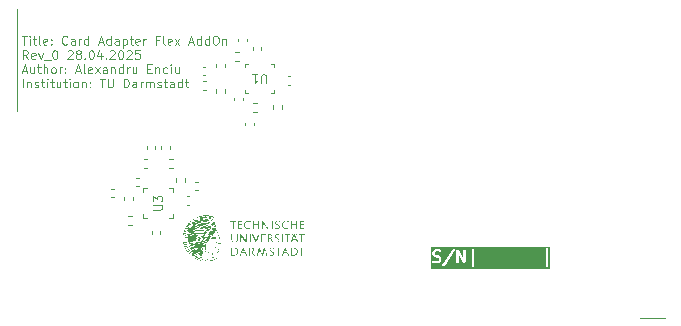
<source format=gbr>
%TF.GenerationSoftware,KiCad,Pcbnew,9.0.2*%
%TF.CreationDate,2025-05-21T10:17:49+02:00*%
%TF.ProjectId,Card_Adapter_Flex_AddOn_2Layers.kicad_pro,43617264-5f41-4646-9170-7465725f466c,0*%
%TF.SameCoordinates,Original*%
%TF.FileFunction,Legend,Top*%
%TF.FilePolarity,Positive*%
%FSLAX46Y46*%
G04 Gerber Fmt 4.6, Leading zero omitted, Abs format (unit mm)*
G04 Created by KiCad (PCBNEW 9.0.2) date 2025-05-21 10:17:49*
%MOMM*%
%LPD*%
G01*
G04 APERTURE LIST*
%ADD10C,0.000000*%
%ADD11C,0.100000*%
%ADD12C,0.200000*%
%ADD13C,0.093750*%
%ADD14C,0.120000*%
G04 APERTURE END LIST*
D10*
G36*
X87849124Y-71729397D02*
G01*
X87850483Y-71729587D01*
X87852125Y-71729884D01*
X87854031Y-71730283D01*
X87856182Y-71730779D01*
X87858561Y-71731367D01*
X87863923Y-71732802D01*
X87869968Y-71734549D01*
X87876545Y-71736571D01*
X87883505Y-71738829D01*
X87917932Y-71750285D01*
X87907185Y-71778370D01*
X87776304Y-72112739D01*
X87656171Y-72419022D01*
X87617948Y-72420579D01*
X87606866Y-72420955D01*
X87598020Y-72421047D01*
X87594349Y-72420969D01*
X87591131Y-72420801D01*
X87588333Y-72420535D01*
X87585919Y-72420164D01*
X87583854Y-72419683D01*
X87582103Y-72419083D01*
X87580631Y-72418359D01*
X87579403Y-72417505D01*
X87578384Y-72416512D01*
X87577539Y-72415375D01*
X87576832Y-72414087D01*
X87576230Y-72412641D01*
X87576229Y-72412641D01*
X87446462Y-72078173D01*
X87397762Y-71951720D01*
X87358506Y-71847648D01*
X87332702Y-71776733D01*
X87326097Y-71757078D01*
X87324357Y-71749753D01*
X87326047Y-71748712D01*
X87328838Y-71747414D01*
X87337072Y-71744245D01*
X87347754Y-71740635D01*
X87359579Y-71736971D01*
X87371244Y-71733642D01*
X87381444Y-71731037D01*
X87385587Y-71730127D01*
X87388874Y-71729543D01*
X87391143Y-71729334D01*
X87391845Y-71729385D01*
X87392231Y-71729549D01*
X87401596Y-71753663D01*
X87425673Y-71817901D01*
X87503375Y-72027622D01*
X87581822Y-72239110D01*
X87617049Y-72331710D01*
X87617755Y-72332950D01*
X87618395Y-72334025D01*
X87618975Y-72334934D01*
X87619503Y-72335679D01*
X87619749Y-72335989D01*
X87619985Y-72336257D01*
X87620212Y-72336485D01*
X87620430Y-72336671D01*
X87620641Y-72336815D01*
X87620844Y-72336919D01*
X87621042Y-72336981D01*
X87621235Y-72337001D01*
X87621423Y-72336981D01*
X87621608Y-72336919D01*
X87621791Y-72336815D01*
X87621973Y-72336671D01*
X87622154Y-72336485D01*
X87622335Y-72336257D01*
X87622517Y-72335989D01*
X87622702Y-72335679D01*
X87622889Y-72335327D01*
X87623081Y-72334934D01*
X87623479Y-72334025D01*
X87623903Y-72332950D01*
X87624361Y-72331710D01*
X87749397Y-71991454D01*
X87846934Y-71729516D01*
X87847089Y-71729421D01*
X87847331Y-71729357D01*
X87848067Y-71729319D01*
X87849124Y-71729397D01*
G37*
G36*
X82696033Y-71012874D02*
G01*
X82698925Y-71013204D01*
X82701697Y-71013741D01*
X82704345Y-71014474D01*
X82706866Y-71015393D01*
X82709256Y-71016487D01*
X82711512Y-71017747D01*
X82713629Y-71019160D01*
X82715604Y-71020717D01*
X82717434Y-71022407D01*
X82719115Y-71024220D01*
X82720642Y-71026145D01*
X82722014Y-71028171D01*
X82723225Y-71030288D01*
X82724272Y-71032486D01*
X82725152Y-71034753D01*
X82725860Y-71037080D01*
X82726394Y-71039455D01*
X82726750Y-71041868D01*
X82726923Y-71044309D01*
X82726911Y-71046767D01*
X82726710Y-71049231D01*
X82726315Y-71051691D01*
X82725724Y-71054137D01*
X82724933Y-71056558D01*
X82723937Y-71058942D01*
X82722734Y-71061281D01*
X82721320Y-71063562D01*
X82719691Y-71065776D01*
X82717843Y-71067913D01*
X82715773Y-71069960D01*
X82713478Y-71071909D01*
X82710915Y-71073886D01*
X82708533Y-71075635D01*
X82706306Y-71077160D01*
X82704209Y-71078468D01*
X82702215Y-71079564D01*
X82701249Y-71080034D01*
X82700299Y-71080453D01*
X82699363Y-71080821D01*
X82698436Y-71081141D01*
X82697516Y-71081411D01*
X82696600Y-71081633D01*
X82695684Y-71081808D01*
X82694765Y-71081936D01*
X82693840Y-71082018D01*
X82692905Y-71082054D01*
X82691958Y-71082046D01*
X82690995Y-71081994D01*
X82690013Y-71081898D01*
X82689009Y-71081760D01*
X82686922Y-71081359D01*
X82684708Y-71080795D01*
X82682341Y-71080075D01*
X82679795Y-71079204D01*
X82676701Y-71077931D01*
X82673868Y-71076431D01*
X82671293Y-71074721D01*
X82668973Y-71072818D01*
X82666903Y-71070741D01*
X82665080Y-71068506D01*
X82663501Y-71066131D01*
X82662162Y-71063634D01*
X82661060Y-71061033D01*
X82660192Y-71058344D01*
X82659553Y-71055587D01*
X82659141Y-71052777D01*
X82658951Y-71049933D01*
X82658981Y-71047072D01*
X82659226Y-71044212D01*
X82659684Y-71041371D01*
X82660350Y-71038566D01*
X82661222Y-71035814D01*
X82662296Y-71033134D01*
X82663568Y-71030542D01*
X82665035Y-71028056D01*
X82666693Y-71025695D01*
X82668539Y-71023475D01*
X82670569Y-71021414D01*
X82672780Y-71019530D01*
X82675168Y-71017840D01*
X82677730Y-71016361D01*
X82680462Y-71015112D01*
X82683361Y-71014110D01*
X82686424Y-71013373D01*
X82689646Y-71012917D01*
X82693025Y-71012762D01*
X82696033Y-71012874D01*
G37*
G36*
X87002151Y-70591089D02*
G01*
X87015094Y-70591658D01*
X87027670Y-70592519D01*
X87039758Y-70593675D01*
X87051237Y-70595126D01*
X87061984Y-70596874D01*
X87071879Y-70598921D01*
X87087272Y-70602912D01*
X87104314Y-70608000D01*
X87121928Y-70613785D01*
X87139038Y-70619871D01*
X87154566Y-70625858D01*
X87167436Y-70631348D01*
X87172537Y-70633782D01*
X87176571Y-70635943D01*
X87179401Y-70637780D01*
X87180894Y-70639244D01*
X87181107Y-70639854D01*
X87181150Y-70640697D01*
X87181032Y-70641758D01*
X87180764Y-70643018D01*
X87179817Y-70646070D01*
X87178386Y-70649716D01*
X87176549Y-70653818D01*
X87174384Y-70658241D01*
X87171970Y-70662847D01*
X87169385Y-70667498D01*
X87166708Y-70672059D01*
X87164016Y-70676392D01*
X87161388Y-70680360D01*
X87158901Y-70683826D01*
X87156635Y-70686653D01*
X87154667Y-70688704D01*
X87153820Y-70689396D01*
X87153076Y-70689843D01*
X87152447Y-70690027D01*
X87151940Y-70689932D01*
X87128014Y-70677913D01*
X87103800Y-70667783D01*
X87079393Y-70659532D01*
X87054885Y-70653154D01*
X87030370Y-70648640D01*
X87005941Y-70645984D01*
X86981691Y-70645177D01*
X86957714Y-70646212D01*
X86934103Y-70649081D01*
X86910952Y-70653777D01*
X86888354Y-70660291D01*
X86866402Y-70668617D01*
X86845189Y-70678746D01*
X86824809Y-70690670D01*
X86805355Y-70704383D01*
X86786921Y-70719877D01*
X86777630Y-70728850D01*
X86768820Y-70738302D01*
X86760494Y-70748206D01*
X86752654Y-70758536D01*
X86745303Y-70769265D01*
X86738444Y-70780366D01*
X86732082Y-70791814D01*
X86726217Y-70803580D01*
X86720854Y-70815639D01*
X86715995Y-70827964D01*
X86711644Y-70840527D01*
X86707803Y-70853304D01*
X86701665Y-70879387D01*
X86697604Y-70906000D01*
X86695644Y-70932930D01*
X86695810Y-70959964D01*
X86698126Y-70986887D01*
X86700097Y-71000242D01*
X86702615Y-71013488D01*
X86705682Y-71026601D01*
X86709302Y-71039553D01*
X86713477Y-71052317D01*
X86718210Y-71064868D01*
X86723504Y-71077177D01*
X86729363Y-71089220D01*
X86735790Y-71100968D01*
X86742786Y-71112396D01*
X86750882Y-71124246D01*
X86759488Y-71135563D01*
X86768596Y-71146342D01*
X86778198Y-71156576D01*
X86788286Y-71166260D01*
X86798852Y-71175389D01*
X86809887Y-71183957D01*
X86821382Y-71191960D01*
X86833331Y-71199390D01*
X86845724Y-71206244D01*
X86858553Y-71212516D01*
X86871810Y-71218199D01*
X86885487Y-71223289D01*
X86899576Y-71227781D01*
X86914067Y-71231668D01*
X86928954Y-71234946D01*
X86942766Y-71237571D01*
X86948774Y-71238605D01*
X86954318Y-71239455D01*
X86959501Y-71240120D01*
X86964424Y-71240601D01*
X86969190Y-71240898D01*
X86973899Y-71241013D01*
X86978654Y-71240946D01*
X86983557Y-71240696D01*
X86988710Y-71240265D01*
X86994214Y-71239654D01*
X87000171Y-71238862D01*
X87006683Y-71237890D01*
X87021780Y-71235410D01*
X87032607Y-71233347D01*
X87044235Y-71230735D01*
X87056345Y-71227665D01*
X87068616Y-71224232D01*
X87080729Y-71220529D01*
X87092364Y-71216650D01*
X87103200Y-71212688D01*
X87112918Y-71208738D01*
X87155505Y-71190326D01*
X87166609Y-71210082D01*
X87168839Y-71214156D01*
X87170920Y-71218162D01*
X87172806Y-71221997D01*
X87174450Y-71225558D01*
X87175809Y-71228744D01*
X87176836Y-71231451D01*
X87177211Y-71232594D01*
X87177485Y-71233579D01*
X87177654Y-71234393D01*
X87177712Y-71235024D01*
X87177520Y-71235766D01*
X87176953Y-71236629D01*
X87176029Y-71237605D01*
X87174763Y-71238687D01*
X87171268Y-71241143D01*
X87166598Y-71243942D01*
X87160879Y-71247027D01*
X87154239Y-71250342D01*
X87146807Y-71253833D01*
X87138711Y-71257444D01*
X87130078Y-71261118D01*
X87121036Y-71264800D01*
X87111712Y-71268434D01*
X87102236Y-71271966D01*
X87092735Y-71275338D01*
X87083336Y-71278496D01*
X87074167Y-71281383D01*
X87065357Y-71283945D01*
X87056374Y-71286175D01*
X87046561Y-71288135D01*
X87036024Y-71289825D01*
X87024873Y-71291242D01*
X87013215Y-71292385D01*
X87001158Y-71293252D01*
X86988810Y-71293843D01*
X86976279Y-71294155D01*
X86963673Y-71294187D01*
X86951098Y-71293938D01*
X86938665Y-71293406D01*
X86926479Y-71292590D01*
X86914650Y-71291487D01*
X86903285Y-71290098D01*
X86892492Y-71288420D01*
X86882379Y-71286451D01*
X86869298Y-71283280D01*
X86856156Y-71279446D01*
X86843004Y-71274978D01*
X86829888Y-71269905D01*
X86816859Y-71264257D01*
X86803965Y-71258064D01*
X86791256Y-71251355D01*
X86778779Y-71244159D01*
X86766584Y-71236506D01*
X86754721Y-71228426D01*
X86743236Y-71219947D01*
X86732181Y-71211098D01*
X86721603Y-71201911D01*
X86711551Y-71192413D01*
X86702074Y-71182635D01*
X86693222Y-71172605D01*
X86688037Y-71166079D01*
X86682805Y-71158810D01*
X86677563Y-71150879D01*
X86672346Y-71142365D01*
X86667192Y-71133347D01*
X86662136Y-71123904D01*
X86657215Y-71114116D01*
X86652466Y-71104061D01*
X86647923Y-71093820D01*
X86643624Y-71083472D01*
X86639606Y-71073095D01*
X86635904Y-71062770D01*
X86632554Y-71052575D01*
X86629594Y-71042591D01*
X86627059Y-71032895D01*
X86624985Y-71023568D01*
X86621739Y-71005309D01*
X86619343Y-70987163D01*
X86617786Y-70969151D01*
X86617053Y-70951294D01*
X86617133Y-70933614D01*
X86618012Y-70916132D01*
X86619678Y-70898870D01*
X86622117Y-70881849D01*
X86625317Y-70865091D01*
X86629265Y-70848616D01*
X86633948Y-70832446D01*
X86639354Y-70816602D01*
X86645468Y-70801107D01*
X86652279Y-70785980D01*
X86659774Y-70771244D01*
X86667940Y-70756920D01*
X86676763Y-70743029D01*
X86686232Y-70729593D01*
X86696332Y-70716633D01*
X86707052Y-70704170D01*
X86718378Y-70692226D01*
X86730298Y-70680822D01*
X86742799Y-70669979D01*
X86755867Y-70659719D01*
X86769490Y-70650064D01*
X86783656Y-70641034D01*
X86798350Y-70632651D01*
X86813562Y-70624936D01*
X86829276Y-70617911D01*
X86845481Y-70611596D01*
X86862164Y-70606015D01*
X86879312Y-70601187D01*
X86889233Y-70598907D01*
X86900004Y-70596906D01*
X86911502Y-70595184D01*
X86923606Y-70593744D01*
X86936195Y-70592586D01*
X86949146Y-70591713D01*
X86962339Y-70591125D01*
X86975652Y-70590824D01*
X86988963Y-70590812D01*
X87002151Y-70591089D01*
G37*
G36*
X90292337Y-73209869D02*
G01*
X90344226Y-73340518D01*
X90386124Y-73448039D01*
X90413748Y-73521299D01*
X90420870Y-73541602D01*
X90422819Y-73549165D01*
X90422247Y-73549580D01*
X90421362Y-73550093D01*
X90420182Y-73550695D01*
X90418725Y-73551380D01*
X90415058Y-73552969D01*
X90410509Y-73554801D01*
X90405227Y-73556818D01*
X90399362Y-73558961D01*
X90393062Y-73561173D01*
X90386477Y-73563393D01*
X90354096Y-73574089D01*
X90309270Y-73454285D01*
X90264445Y-73334480D01*
X90114838Y-73334480D01*
X89965229Y-73334480D01*
X89920820Y-73450482D01*
X89903360Y-73495739D01*
X89888650Y-73533213D01*
X89878238Y-73559007D01*
X89875126Y-73566306D01*
X89873670Y-73569224D01*
X89873482Y-73569349D01*
X89873202Y-73569443D01*
X89872834Y-73569505D01*
X89872379Y-73569536D01*
X89871220Y-73569510D01*
X89869746Y-73569367D01*
X89867975Y-73569114D01*
X89865928Y-73568753D01*
X89863626Y-73568291D01*
X89861088Y-73567731D01*
X89858333Y-73567078D01*
X89855383Y-73566337D01*
X89848975Y-73564609D01*
X89842023Y-73562582D01*
X89834686Y-73560293D01*
X89798446Y-73548620D01*
X89912479Y-73272221D01*
X89989511Y-73272221D01*
X89989541Y-73272543D01*
X89989607Y-73272855D01*
X89989709Y-73273157D01*
X89989851Y-73273448D01*
X89990035Y-73273730D01*
X89990263Y-73274001D01*
X89990537Y-73274263D01*
X89990860Y-73274516D01*
X89991234Y-73274760D01*
X89991662Y-73274994D01*
X89992145Y-73275220D01*
X89992685Y-73275436D01*
X89993286Y-73275645D01*
X89993950Y-73275844D01*
X89994678Y-73276036D01*
X89995473Y-73276219D01*
X89996338Y-73276395D01*
X89997274Y-73276563D01*
X89998284Y-73276723D01*
X90000534Y-73277022D01*
X90003108Y-73277293D01*
X90006023Y-73277537D01*
X90009298Y-73277755D01*
X90012950Y-73277950D01*
X90016999Y-73278122D01*
X90021463Y-73278272D01*
X90026359Y-73278403D01*
X90031706Y-73278515D01*
X90037523Y-73278610D01*
X90043827Y-73278689D01*
X90057973Y-73278806D01*
X90074289Y-73278875D01*
X90092923Y-73278909D01*
X90114020Y-73278918D01*
X90163552Y-73278661D01*
X90204114Y-73277960D01*
X90231521Y-73276922D01*
X90238983Y-73276311D01*
X90240925Y-73275988D01*
X90241586Y-73275655D01*
X90222293Y-73220960D01*
X90179738Y-73106030D01*
X90136906Y-72992395D01*
X90116783Y-72941582D01*
X90115266Y-72945097D01*
X90111450Y-72954638D01*
X90097942Y-72989174D01*
X90054567Y-73101675D01*
X89990087Y-73269658D01*
X89989805Y-73270447D01*
X89989695Y-73270824D01*
X89989608Y-73271189D01*
X89989547Y-73271544D01*
X89989514Y-73271888D01*
X89989511Y-73272221D01*
X89912479Y-73272221D01*
X89937587Y-73211363D01*
X90076729Y-72874105D01*
X90117311Y-72874105D01*
X90157894Y-72874105D01*
X90292337Y-73209869D01*
G37*
G36*
X84221352Y-71956091D02*
G01*
X84233309Y-71956381D01*
X84243082Y-71956903D01*
X84247223Y-71957261D01*
X84250906Y-71957689D01*
X84254161Y-71958190D01*
X84257017Y-71958769D01*
X84259504Y-71959430D01*
X84261651Y-71960176D01*
X84263487Y-71961012D01*
X84265042Y-71961941D01*
X84266345Y-71962968D01*
X84267426Y-71964095D01*
X84268305Y-71965257D01*
X84269059Y-71966467D01*
X84269689Y-71967722D01*
X84270199Y-71969018D01*
X84270590Y-71970351D01*
X84270864Y-71971717D01*
X84271023Y-71973114D01*
X84271070Y-71974536D01*
X84271006Y-71975979D01*
X84270834Y-71977441D01*
X84270556Y-71978917D01*
X84270174Y-71980404D01*
X84269690Y-71981897D01*
X84269106Y-71983393D01*
X84268425Y-71984887D01*
X84267648Y-71986377D01*
X84266778Y-71987858D01*
X84265816Y-71989326D01*
X84264765Y-71990778D01*
X84263628Y-71992210D01*
X84262405Y-71993618D01*
X84261100Y-71994997D01*
X84259714Y-71996345D01*
X84258249Y-71997657D01*
X84256708Y-71998930D01*
X84255093Y-72000160D01*
X84253406Y-72001342D01*
X84251648Y-72002474D01*
X84249823Y-72003550D01*
X84247932Y-72004568D01*
X84245977Y-72005524D01*
X84243961Y-72006414D01*
X84225942Y-72013943D01*
X84228686Y-72044503D01*
X84229186Y-72051649D01*
X84229395Y-72058691D01*
X84229319Y-72065609D01*
X84228963Y-72072385D01*
X84228332Y-72079000D01*
X84227430Y-72085438D01*
X84226262Y-72091678D01*
X84224834Y-72097702D01*
X84223149Y-72103493D01*
X84221213Y-72109031D01*
X84219031Y-72114299D01*
X84216608Y-72119277D01*
X84213948Y-72123948D01*
X84211056Y-72128293D01*
X84207937Y-72132294D01*
X84204596Y-72135932D01*
X84202532Y-72137919D01*
X84200465Y-72139749D01*
X84198371Y-72141429D01*
X84196229Y-72142968D01*
X84194017Y-72144375D01*
X84191712Y-72145657D01*
X84189293Y-72146824D01*
X84186738Y-72147884D01*
X84184023Y-72148846D01*
X84181128Y-72149717D01*
X84178030Y-72150507D01*
X84174708Y-72151223D01*
X84171138Y-72151875D01*
X84167298Y-72152470D01*
X84163168Y-72153018D01*
X84158724Y-72153527D01*
X84135090Y-72155789D01*
X84111537Y-72157534D01*
X84088329Y-72158759D01*
X84065736Y-72159458D01*
X84044022Y-72159626D01*
X84023457Y-72159257D01*
X84004306Y-72158347D01*
X83986838Y-72156889D01*
X83986837Y-72156889D01*
X83976722Y-72155656D01*
X83965197Y-72153953D01*
X83952665Y-72151856D01*
X83939526Y-72149443D01*
X83926183Y-72146789D01*
X83913037Y-72143972D01*
X83900489Y-72141069D01*
X83888941Y-72138156D01*
X83871136Y-72133490D01*
X83856940Y-72129933D01*
X83845690Y-72127386D01*
X83840961Y-72126460D01*
X83836718Y-72125747D01*
X83832879Y-72125237D01*
X83829359Y-72124917D01*
X83826076Y-72124773D01*
X83822947Y-72124793D01*
X83819888Y-72124965D01*
X83816815Y-72125276D01*
X83810299Y-72126264D01*
X83809786Y-72126340D01*
X83809265Y-72126392D01*
X83808199Y-72126423D01*
X83807111Y-72126362D01*
X83806009Y-72126212D01*
X83804899Y-72125978D01*
X83803790Y-72125662D01*
X83802691Y-72125270D01*
X83801610Y-72124803D01*
X83800553Y-72124267D01*
X83799531Y-72123665D01*
X83798550Y-72123001D01*
X83797619Y-72122279D01*
X83796745Y-72121502D01*
X83795938Y-72120674D01*
X83795204Y-72119799D01*
X83794552Y-72118881D01*
X83794120Y-72118188D01*
X83793730Y-72117506D01*
X83793384Y-72116834D01*
X83793082Y-72116168D01*
X83792826Y-72115506D01*
X83792617Y-72114847D01*
X83792456Y-72114187D01*
X83792343Y-72113525D01*
X83792281Y-72112857D01*
X83792269Y-72112181D01*
X83792310Y-72111496D01*
X83792403Y-72110798D01*
X83792551Y-72110086D01*
X83792754Y-72109356D01*
X83793013Y-72108607D01*
X83793330Y-72107836D01*
X83793705Y-72107040D01*
X83794139Y-72106218D01*
X83794634Y-72105367D01*
X83795190Y-72104485D01*
X83795809Y-72103568D01*
X83796491Y-72102615D01*
X83797239Y-72101624D01*
X83798052Y-72100591D01*
X83799879Y-72098394D01*
X83801982Y-72096003D01*
X83804201Y-72093584D01*
X83859837Y-72093584D01*
X83860010Y-72094057D01*
X83860522Y-72094585D01*
X83861358Y-72095165D01*
X83862505Y-72095793D01*
X83865681Y-72097184D01*
X83869945Y-72098731D01*
X83875191Y-72100408D01*
X83881312Y-72102189D01*
X83895760Y-72105960D01*
X83912445Y-72109835D01*
X83930519Y-72113609D01*
X83949139Y-72117072D01*
X83958389Y-72118622D01*
X83967458Y-72120017D01*
X83983421Y-72122334D01*
X83995295Y-72123865D01*
X83999869Y-72124292D01*
X84003626Y-72124469D01*
X84006634Y-72124378D01*
X84007878Y-72124226D01*
X84008961Y-72124001D01*
X84009890Y-72123701D01*
X84010675Y-72123322D01*
X84011324Y-72122862D01*
X84011846Y-72122321D01*
X84012248Y-72121694D01*
X84012540Y-72120980D01*
X84012730Y-72120178D01*
X84012827Y-72119283D01*
X84012775Y-72117212D01*
X84012452Y-72114747D01*
X84011265Y-72108569D01*
X84010523Y-72104461D01*
X84009697Y-72099198D01*
X84008816Y-72092997D01*
X84007907Y-72086076D01*
X84006115Y-72070943D01*
X84005287Y-72063167D01*
X84004542Y-72055540D01*
X84003266Y-72041628D01*
X84002601Y-72036141D01*
X84002210Y-72033758D01*
X84001760Y-72031612D01*
X84001626Y-72031122D01*
X84039705Y-72031122D01*
X84039754Y-72043717D01*
X84039875Y-72051147D01*
X84040221Y-72059006D01*
X84040768Y-72067056D01*
X84041493Y-72075058D01*
X84042370Y-72082774D01*
X84043375Y-72089966D01*
X84044484Y-72096396D01*
X84045674Y-72101825D01*
X84051593Y-72125335D01*
X84088573Y-72125335D01*
X84099666Y-72125278D01*
X84108234Y-72125056D01*
X84111654Y-72124861D01*
X84114544Y-72124596D01*
X84116937Y-72124252D01*
X84118866Y-72123821D01*
X84120365Y-72123292D01*
X84121467Y-72122656D01*
X84121880Y-72122295D01*
X84122206Y-72121904D01*
X84122450Y-72121482D01*
X84122616Y-72121027D01*
X84122707Y-72120538D01*
X84122729Y-72120015D01*
X84122580Y-72118858D01*
X84122202Y-72117548D01*
X84121628Y-72116074D01*
X84116390Y-72103280D01*
X84114160Y-72097447D01*
X84112178Y-72091941D01*
X84110437Y-72086726D01*
X84108930Y-72081763D01*
X84107647Y-72077018D01*
X84106582Y-72072453D01*
X84105726Y-72068032D01*
X84105072Y-72063718D01*
X84104612Y-72059473D01*
X84104337Y-72055263D01*
X84104241Y-72051049D01*
X84104315Y-72046795D01*
X84104552Y-72042465D01*
X84104943Y-72038022D01*
X84105561Y-72032531D01*
X84106272Y-72027067D01*
X84107051Y-72021775D01*
X84107873Y-72016798D01*
X84108712Y-72012281D01*
X84109544Y-72008367D01*
X84110342Y-72005201D01*
X84111083Y-72002925D01*
X84111348Y-72002231D01*
X84111578Y-72001579D01*
X84111770Y-72000967D01*
X84111921Y-72000396D01*
X84112029Y-71999865D01*
X84112091Y-71999373D01*
X84112105Y-71998920D01*
X84112067Y-71998506D01*
X84111976Y-71998130D01*
X84111909Y-71997956D01*
X84111828Y-71997792D01*
X84111733Y-71997637D01*
X84111622Y-71997490D01*
X84111496Y-71997354D01*
X84111354Y-71997226D01*
X84111196Y-71997107D01*
X84111021Y-71996997D01*
X84110622Y-71996804D01*
X84110154Y-71996646D01*
X84109613Y-71996523D01*
X84108998Y-71996434D01*
X84108305Y-71996379D01*
X84107533Y-71996357D01*
X84106678Y-71996368D01*
X84105738Y-71996412D01*
X84104710Y-71996487D01*
X84103591Y-71996593D01*
X84102380Y-71996730D01*
X84101073Y-71996898D01*
X84099668Y-71997095D01*
X84096553Y-71997578D01*
X84093014Y-71998175D01*
X84089029Y-71998882D01*
X84071750Y-72001964D01*
X84064872Y-72003257D01*
X84059051Y-72004490D01*
X84054200Y-72005744D01*
X84050231Y-72007098D01*
X84048550Y-72007838D01*
X84047056Y-72008633D01*
X84045739Y-72009493D01*
X84044588Y-72010427D01*
X84043592Y-72011447D01*
X84042739Y-72012561D01*
X84042019Y-72013781D01*
X84041421Y-72015115D01*
X84040933Y-72016574D01*
X84040546Y-72018168D01*
X84040027Y-72021800D01*
X84039776Y-72026092D01*
X84039705Y-72031122D01*
X84001626Y-72031122D01*
X84001237Y-72029703D01*
X84000625Y-72028027D01*
X83999909Y-72026583D01*
X83999076Y-72025368D01*
X83998109Y-72024382D01*
X83996995Y-72023622D01*
X83995718Y-72023086D01*
X83994263Y-72022772D01*
X83992616Y-72022678D01*
X83990762Y-72022802D01*
X83988686Y-72023142D01*
X83986373Y-72023697D01*
X83983808Y-72024464D01*
X83980977Y-72025441D01*
X83974455Y-72028019D01*
X83966690Y-72031415D01*
X83957562Y-72035613D01*
X83934742Y-72046354D01*
X83918064Y-72054405D01*
X83903261Y-72061978D01*
X83890441Y-72069005D01*
X83879710Y-72075418D01*
X83875162Y-72078374D01*
X83871177Y-72081151D01*
X83867768Y-72083741D01*
X83864949Y-72086135D01*
X83862733Y-72088325D01*
X83861133Y-72090302D01*
X83860163Y-72092058D01*
X83859837Y-72093584D01*
X83804201Y-72093584D01*
X83804369Y-72093401D01*
X83807049Y-72090567D01*
X83822701Y-72075493D01*
X83840051Y-72061156D01*
X83859001Y-72047588D01*
X83879455Y-72034821D01*
X83901316Y-72022888D01*
X83924487Y-72011823D01*
X83948872Y-72001656D01*
X83974374Y-71992422D01*
X84000896Y-71984152D01*
X84028341Y-71976878D01*
X84056612Y-71970635D01*
X84085613Y-71965454D01*
X84115247Y-71961367D01*
X84145417Y-71958408D01*
X84176026Y-71956608D01*
X84206978Y-71956001D01*
X84221352Y-71956091D01*
G37*
G36*
X91728545Y-70633085D02*
G01*
X91728545Y-70664835D01*
X91580278Y-70664835D01*
X91432009Y-70664835D01*
X91433434Y-70782574D01*
X91434858Y-70900314D01*
X91568472Y-70901728D01*
X91702086Y-70903141D01*
X91702086Y-70932064D01*
X91702086Y-70960986D01*
X91568472Y-70962400D01*
X91434858Y-70963814D01*
X91433442Y-71094783D01*
X91432027Y-71225751D01*
X91580286Y-71225751D01*
X91728545Y-71225751D01*
X91728545Y-71257501D01*
X91728545Y-71289251D01*
X91543337Y-71289251D01*
X91358129Y-71289251D01*
X91358129Y-70945293D01*
X91358129Y-70601335D01*
X91543337Y-70601335D01*
X91728545Y-70601335D01*
X91728545Y-70633085D01*
G37*
G36*
X89902919Y-72080356D02*
G01*
X89902919Y-72421668D01*
X89865878Y-72421668D01*
X89828836Y-72421668D01*
X89828836Y-72080356D01*
X89828836Y-71739043D01*
X89865878Y-71739043D01*
X89902919Y-71739043D01*
X89902919Y-72080356D01*
G37*
G36*
X90663680Y-70750824D02*
G01*
X90665086Y-70897668D01*
X90850127Y-70897668D01*
X91035168Y-70897668D01*
X91036574Y-70750824D01*
X91037980Y-70603980D01*
X91075023Y-70603980D01*
X91112064Y-70603980D01*
X91112064Y-70945293D01*
X91112064Y-71286605D01*
X91075023Y-71286605D01*
X91037980Y-71286605D01*
X91036581Y-71123887D01*
X91035182Y-70961168D01*
X90850126Y-70961168D01*
X90665071Y-70961168D01*
X90663672Y-71123887D01*
X90662272Y-71286605D01*
X90626481Y-71288172D01*
X90617555Y-71288467D01*
X90609939Y-71288508D01*
X90606602Y-71288429D01*
X90603567Y-71288284D01*
X90600828Y-71288070D01*
X90598374Y-71287786D01*
X90596199Y-71287432D01*
X90594294Y-71287006D01*
X90592650Y-71286507D01*
X90591260Y-71285935D01*
X90590115Y-71285287D01*
X90589207Y-71284562D01*
X90588527Y-71283760D01*
X90588068Y-71282880D01*
X90588070Y-71282880D01*
X90587571Y-71274644D01*
X90587160Y-71253703D01*
X90586621Y-71179330D01*
X90586494Y-71071013D01*
X90586819Y-70940001D01*
X90588190Y-70603980D01*
X90625232Y-70603980D01*
X90662274Y-70603980D01*
X90663680Y-70750824D01*
G37*
G36*
X85944753Y-70633085D02*
G01*
X85944753Y-70664835D01*
X85844212Y-70664835D01*
X85743670Y-70664835D01*
X85743670Y-70977043D01*
X85743670Y-71289251D01*
X85706628Y-71289251D01*
X85669587Y-71289251D01*
X85669587Y-70977043D01*
X85669587Y-70664835D01*
X85569045Y-70664835D01*
X85468503Y-70664835D01*
X85468503Y-70633085D01*
X85468503Y-70601335D01*
X85706628Y-70601335D01*
X85944753Y-70601335D01*
X85944753Y-70633085D01*
G37*
G36*
X90737680Y-72872808D02*
G01*
X90820503Y-72874451D01*
X90849232Y-72875452D01*
X90871621Y-72876729D01*
X90889257Y-72878398D01*
X90903724Y-72880577D01*
X90916611Y-72883381D01*
X90929502Y-72886927D01*
X90955021Y-72895269D01*
X90979089Y-72904817D01*
X91001702Y-72915568D01*
X91012463Y-72921395D01*
X91022859Y-72927521D01*
X91032890Y-72933947D01*
X91042556Y-72940672D01*
X91051857Y-72947696D01*
X91060792Y-72955017D01*
X91069361Y-72962637D01*
X91077564Y-72970555D01*
X91085400Y-72978770D01*
X91092869Y-72987281D01*
X91099971Y-72996090D01*
X91106705Y-73005194D01*
X91113071Y-73014594D01*
X91119069Y-73024289D01*
X91124698Y-73034279D01*
X91129958Y-73044564D01*
X91134850Y-73055144D01*
X91139371Y-73066017D01*
X91143523Y-73077183D01*
X91147305Y-73088643D01*
X91153757Y-73112440D01*
X91158725Y-73137406D01*
X91162205Y-73163536D01*
X91164497Y-73198181D01*
X91164186Y-73231640D01*
X91163068Y-73247904D01*
X91161316Y-73263848D01*
X91158935Y-73279462D01*
X91155931Y-73294740D01*
X91152309Y-73309671D01*
X91148074Y-73324250D01*
X91143232Y-73338467D01*
X91137789Y-73352314D01*
X91131749Y-73365783D01*
X91125119Y-73378866D01*
X91117904Y-73391555D01*
X91110108Y-73403842D01*
X91101739Y-73415718D01*
X91092800Y-73427175D01*
X91083298Y-73438205D01*
X91073239Y-73448801D01*
X91062626Y-73458953D01*
X91051467Y-73468654D01*
X91039765Y-73477896D01*
X91027528Y-73486670D01*
X91014760Y-73494969D01*
X91001467Y-73502783D01*
X90987654Y-73510106D01*
X90973326Y-73516928D01*
X90958490Y-73523243D01*
X90943150Y-73529040D01*
X90910982Y-73539054D01*
X90904177Y-73540831D01*
X90897530Y-73542427D01*
X90890873Y-73543855D01*
X90884039Y-73545127D01*
X90876858Y-73546256D01*
X90869165Y-73547253D01*
X90860790Y-73548132D01*
X90851567Y-73548906D01*
X90841327Y-73549586D01*
X90829903Y-73550185D01*
X90802832Y-73551192D01*
X90769010Y-73552025D01*
X90727096Y-73552786D01*
X90585544Y-73555099D01*
X90585544Y-73495876D01*
X90659627Y-73495876D01*
X90739226Y-73495876D01*
X90758064Y-73495740D01*
X90776001Y-73495333D01*
X90792946Y-73494664D01*
X90808809Y-73493738D01*
X90823497Y-73492561D01*
X90836921Y-73491140D01*
X90848989Y-73489480D01*
X90859611Y-73487589D01*
X90873878Y-73484407D01*
X90887754Y-73480745D01*
X90901234Y-73476610D01*
X90914310Y-73472009D01*
X90926978Y-73466951D01*
X90939230Y-73461444D01*
X90951061Y-73455496D01*
X90962464Y-73449113D01*
X90973434Y-73442306D01*
X90983964Y-73435080D01*
X90994049Y-73427445D01*
X91003682Y-73419408D01*
X91012856Y-73410977D01*
X91021567Y-73402160D01*
X91029808Y-73392965D01*
X91037572Y-73383400D01*
X91044854Y-73373473D01*
X91051647Y-73363191D01*
X91057945Y-73352563D01*
X91063743Y-73341597D01*
X91069034Y-73330299D01*
X91073812Y-73318680D01*
X91078071Y-73306745D01*
X91081805Y-73294504D01*
X91085007Y-73281963D01*
X91087672Y-73269132D01*
X91089793Y-73256018D01*
X91091365Y-73242628D01*
X91092381Y-73228972D01*
X91092835Y-73215056D01*
X91092721Y-73200889D01*
X91092033Y-73186478D01*
X91090919Y-73173444D01*
X91089351Y-73160715D01*
X91087332Y-73148293D01*
X91084866Y-73136180D01*
X91081955Y-73124381D01*
X91078602Y-73112898D01*
X91074810Y-73101734D01*
X91070582Y-73090892D01*
X91065921Y-73080374D01*
X91060829Y-73070185D01*
X91055310Y-73060327D01*
X91049367Y-73050802D01*
X91043002Y-73041614D01*
X91036218Y-73032766D01*
X91029019Y-73024261D01*
X91021407Y-73016102D01*
X91013385Y-73008291D01*
X91004956Y-73000832D01*
X90996123Y-72993727D01*
X90986889Y-72986981D01*
X90977256Y-72980595D01*
X90967229Y-72974572D01*
X90956808Y-72968916D01*
X90945999Y-72963630D01*
X90934802Y-72958716D01*
X90923222Y-72954178D01*
X90911262Y-72950018D01*
X90898923Y-72946239D01*
X90886209Y-72942845D01*
X90873124Y-72939838D01*
X90845848Y-72934999D01*
X90837196Y-72933968D01*
X90826150Y-72933002D01*
X90813163Y-72932123D01*
X90798690Y-72931351D01*
X90783187Y-72930709D01*
X90767106Y-72930217D01*
X90750904Y-72929898D01*
X90735034Y-72929773D01*
X90659627Y-72929668D01*
X90659627Y-73212772D01*
X90659627Y-73495876D01*
X90585544Y-73495876D01*
X90585544Y-73212772D01*
X90585544Y-73212744D01*
X90585544Y-72870388D01*
X90737680Y-72872808D01*
G37*
G36*
X91739128Y-71768147D02*
G01*
X91739128Y-71797251D01*
X91638587Y-71797251D01*
X91538045Y-71797251D01*
X91538045Y-72109460D01*
X91538045Y-72421668D01*
X91501003Y-72421668D01*
X91463962Y-72421668D01*
X91463962Y-72109460D01*
X91463962Y-71797251D01*
X91363420Y-71797251D01*
X91262878Y-71797251D01*
X91262878Y-71768147D01*
X91262878Y-71739043D01*
X91501003Y-71739043D01*
X91739128Y-71739043D01*
X91739128Y-71768147D01*
G37*
G36*
X89485507Y-70590868D02*
G01*
X89495372Y-70591220D01*
X89505021Y-70591812D01*
X89514470Y-70592645D01*
X89523734Y-70593724D01*
X89532828Y-70595053D01*
X89541767Y-70596634D01*
X89550566Y-70598471D01*
X89559240Y-70600567D01*
X89567805Y-70602926D01*
X89576276Y-70605552D01*
X89584668Y-70608447D01*
X89592996Y-70611615D01*
X89601275Y-70615060D01*
X89609520Y-70618785D01*
X89617747Y-70622792D01*
X89648272Y-70638202D01*
X89635227Y-70661544D01*
X89622180Y-70684886D01*
X89586602Y-70666854D01*
X89576237Y-70661820D01*
X89566006Y-70657293D01*
X89555903Y-70653272D01*
X89545919Y-70649756D01*
X89536046Y-70646745D01*
X89526277Y-70644237D01*
X89516605Y-70642231D01*
X89507020Y-70640726D01*
X89497517Y-70639722D01*
X89488086Y-70639217D01*
X89478721Y-70639210D01*
X89469414Y-70639700D01*
X89460156Y-70640686D01*
X89450941Y-70642168D01*
X89441760Y-70644144D01*
X89432606Y-70646613D01*
X89427637Y-70648196D01*
X89422770Y-70649961D01*
X89418009Y-70651903D01*
X89413357Y-70654017D01*
X89408818Y-70656299D01*
X89404395Y-70658745D01*
X89400093Y-70661349D01*
X89395914Y-70664106D01*
X89391863Y-70667013D01*
X89387942Y-70670064D01*
X89384156Y-70673254D01*
X89380509Y-70676580D01*
X89377003Y-70680036D01*
X89373642Y-70683618D01*
X89370430Y-70687320D01*
X89367371Y-70691139D01*
X89364468Y-70695069D01*
X89361725Y-70699106D01*
X89359146Y-70703246D01*
X89356733Y-70707483D01*
X89354491Y-70711812D01*
X89352423Y-70716230D01*
X89350533Y-70720731D01*
X89348824Y-70725311D01*
X89347301Y-70729965D01*
X89345966Y-70734689D01*
X89344823Y-70739477D01*
X89343876Y-70744325D01*
X89343129Y-70749228D01*
X89342585Y-70754182D01*
X89342247Y-70759182D01*
X89342120Y-70764224D01*
X89342364Y-70775333D01*
X89342724Y-70780589D01*
X89343262Y-70785666D01*
X89343991Y-70790577D01*
X89344924Y-70795336D01*
X89346075Y-70799957D01*
X89347457Y-70804454D01*
X89349084Y-70808840D01*
X89350969Y-70813130D01*
X89353126Y-70817337D01*
X89355569Y-70821475D01*
X89358311Y-70825559D01*
X89361365Y-70829601D01*
X89364745Y-70833617D01*
X89368465Y-70837620D01*
X89372538Y-70841623D01*
X89376978Y-70845641D01*
X89381797Y-70849688D01*
X89387011Y-70853777D01*
X89392631Y-70857922D01*
X89398672Y-70862138D01*
X89412071Y-70870836D01*
X89427315Y-70879982D01*
X89444513Y-70889686D01*
X89463772Y-70900061D01*
X89485201Y-70911217D01*
X89509120Y-70923753D01*
X89530758Y-70935657D01*
X89550218Y-70947047D01*
X89567602Y-70958039D01*
X89583012Y-70968750D01*
X89596550Y-70979296D01*
X89608317Y-70989795D01*
X89618416Y-71000363D01*
X89622872Y-71005709D01*
X89626949Y-71011117D01*
X89630660Y-71016600D01*
X89634017Y-71022173D01*
X89637034Y-71027851D01*
X89639724Y-71033648D01*
X89642098Y-71039579D01*
X89644170Y-71045659D01*
X89647457Y-71058323D01*
X89649689Y-71071756D01*
X89650966Y-71086075D01*
X89651390Y-71101397D01*
X89651132Y-71113703D01*
X89650309Y-71125653D01*
X89648930Y-71137243D01*
X89646999Y-71148467D01*
X89644525Y-71159321D01*
X89641513Y-71169800D01*
X89637972Y-71179898D01*
X89633906Y-71189611D01*
X89629324Y-71198933D01*
X89624231Y-71207859D01*
X89618635Y-71216384D01*
X89612542Y-71224503D01*
X89605958Y-71232211D01*
X89598892Y-71239503D01*
X89591349Y-71246373D01*
X89583336Y-71252818D01*
X89574860Y-71258831D01*
X89565928Y-71264407D01*
X89556546Y-71269542D01*
X89546721Y-71274231D01*
X89536459Y-71278468D01*
X89525768Y-71282247D01*
X89514655Y-71285565D01*
X89503125Y-71288417D01*
X89491186Y-71290796D01*
X89478844Y-71292698D01*
X89466107Y-71294117D01*
X89452980Y-71295050D01*
X89439471Y-71295490D01*
X89425587Y-71295433D01*
X89411333Y-71294873D01*
X89396717Y-71293806D01*
X89396718Y-71293805D01*
X89389228Y-71293046D01*
X89381735Y-71292106D01*
X89374247Y-71290990D01*
X89366773Y-71289699D01*
X89359320Y-71288235D01*
X89351898Y-71286602D01*
X89344514Y-71284800D01*
X89337177Y-71282833D01*
X89329894Y-71280703D01*
X89322675Y-71278412D01*
X89315527Y-71275962D01*
X89308459Y-71273356D01*
X89301479Y-71270597D01*
X89294595Y-71267685D01*
X89287816Y-71264625D01*
X89281149Y-71261417D01*
X89272776Y-71257198D01*
X89265623Y-71253480D01*
X89260450Y-71250664D01*
X89258844Y-71249720D01*
X89258017Y-71249152D01*
X89257935Y-71249031D01*
X89257890Y-71248849D01*
X89257882Y-71248608D01*
X89257909Y-71248309D01*
X89258070Y-71247547D01*
X89258365Y-71246575D01*
X89258788Y-71245407D01*
X89259333Y-71244055D01*
X89259994Y-71242533D01*
X89260764Y-71240855D01*
X89261638Y-71239033D01*
X89262609Y-71237081D01*
X89263672Y-71235012D01*
X89264819Y-71232839D01*
X89266044Y-71230575D01*
X89267342Y-71228234D01*
X89268706Y-71225829D01*
X89270129Y-71223373D01*
X89284208Y-71199349D01*
X89315886Y-71215340D01*
X89332852Y-71223295D01*
X89349764Y-71230029D01*
X89366556Y-71235547D01*
X89383167Y-71239853D01*
X89399531Y-71242951D01*
X89415586Y-71244847D01*
X89431266Y-71245545D01*
X89446509Y-71245049D01*
X89461250Y-71243365D01*
X89475425Y-71240497D01*
X89488972Y-71236449D01*
X89501825Y-71231227D01*
X89513921Y-71224834D01*
X89525196Y-71217276D01*
X89530506Y-71213062D01*
X89535586Y-71208557D01*
X89540430Y-71203764D01*
X89545028Y-71198682D01*
X89548816Y-71194061D01*
X89552327Y-71189369D01*
X89555563Y-71184592D01*
X89558530Y-71179717D01*
X89561231Y-71174730D01*
X89563673Y-71169619D01*
X89565858Y-71164370D01*
X89567791Y-71158970D01*
X89569477Y-71153405D01*
X89570920Y-71147662D01*
X89572124Y-71141728D01*
X89573094Y-71135589D01*
X89573834Y-71129232D01*
X89574349Y-71122644D01*
X89574643Y-71115812D01*
X89574721Y-71108721D01*
X89574533Y-71101898D01*
X89574026Y-71095240D01*
X89573199Y-71088746D01*
X89572050Y-71082413D01*
X89570578Y-71076239D01*
X89568783Y-71070223D01*
X89566663Y-71064361D01*
X89564218Y-71058652D01*
X89561447Y-71053094D01*
X89558348Y-71047685D01*
X89554920Y-71042422D01*
X89551164Y-71037304D01*
X89547077Y-71032328D01*
X89542659Y-71027493D01*
X89537909Y-71022795D01*
X89532826Y-71018234D01*
X89530109Y-71016071D01*
X89526593Y-71013537D01*
X89517381Y-71007479D01*
X89505634Y-71000315D01*
X89491798Y-70992296D01*
X89476316Y-70983674D01*
X89459634Y-70974702D01*
X89442195Y-70965632D01*
X89424445Y-70956716D01*
X89399704Y-70944393D01*
X89379459Y-70933972D01*
X89363025Y-70925023D01*
X89349719Y-70917114D01*
X89344025Y-70913416D01*
X89338856Y-70909817D01*
X89334127Y-70906264D01*
X89329752Y-70902701D01*
X89325647Y-70899077D01*
X89321725Y-70895336D01*
X89314089Y-70887291D01*
X89308577Y-70880906D01*
X89303481Y-70874466D01*
X89298790Y-70867944D01*
X89294498Y-70861318D01*
X89290595Y-70854563D01*
X89287073Y-70847653D01*
X89283922Y-70840565D01*
X89281135Y-70833275D01*
X89278703Y-70825757D01*
X89276617Y-70817987D01*
X89274869Y-70809940D01*
X89273450Y-70801593D01*
X89272351Y-70792921D01*
X89271563Y-70783898D01*
X89271079Y-70774502D01*
X89270889Y-70764706D01*
X89270955Y-70752444D01*
X89271109Y-70747086D01*
X89271369Y-70742144D01*
X89271752Y-70737543D01*
X89272276Y-70733210D01*
X89272957Y-70729070D01*
X89273815Y-70725047D01*
X89274867Y-70721068D01*
X89276131Y-70717058D01*
X89277624Y-70712943D01*
X89279365Y-70708647D01*
X89281371Y-70704098D01*
X89283659Y-70699219D01*
X89289157Y-70688176D01*
X89292379Y-70682114D01*
X89295761Y-70676251D01*
X89299303Y-70670586D01*
X89303007Y-70665120D01*
X89306872Y-70659851D01*
X89310900Y-70654779D01*
X89315091Y-70649904D01*
X89319447Y-70645226D01*
X89323968Y-70640744D01*
X89328655Y-70636457D01*
X89333509Y-70632365D01*
X89338531Y-70628468D01*
X89343721Y-70624765D01*
X89349080Y-70621256D01*
X89354609Y-70617940D01*
X89360309Y-70614817D01*
X89366181Y-70611887D01*
X89372225Y-70609149D01*
X89378443Y-70606603D01*
X89384834Y-70604248D01*
X89391401Y-70602083D01*
X89398143Y-70600110D01*
X89405062Y-70598326D01*
X89412158Y-70596732D01*
X89419433Y-70595327D01*
X89426886Y-70594110D01*
X89434519Y-70593082D01*
X89442333Y-70592242D01*
X89450329Y-70591589D01*
X89458506Y-70591124D01*
X89475411Y-70590752D01*
X89485507Y-70590868D01*
G37*
G36*
X85622054Y-71949387D02*
G01*
X85622505Y-72034998D01*
X85623664Y-72112606D01*
X85625355Y-72173671D01*
X85626345Y-72195330D01*
X85627403Y-72209651D01*
X85629315Y-72224946D01*
X85631747Y-72239402D01*
X85634711Y-72253037D01*
X85638219Y-72265871D01*
X85642283Y-72277922D01*
X85646916Y-72289209D01*
X85652129Y-72299750D01*
X85657935Y-72309564D01*
X85664345Y-72318670D01*
X85671372Y-72327087D01*
X85679027Y-72334832D01*
X85687323Y-72341926D01*
X85696272Y-72348386D01*
X85705886Y-72354231D01*
X85716177Y-72359480D01*
X85727156Y-72364152D01*
X85735729Y-72367093D01*
X85745154Y-72369635D01*
X85755312Y-72371779D01*
X85766084Y-72373524D01*
X85777351Y-72374871D01*
X85788993Y-72375822D01*
X85800890Y-72376375D01*
X85812924Y-72376531D01*
X85824975Y-72376292D01*
X85836923Y-72375656D01*
X85848650Y-72374626D01*
X85860035Y-72373200D01*
X85870959Y-72371380D01*
X85881304Y-72369166D01*
X85890949Y-72366558D01*
X85899775Y-72363557D01*
X85907168Y-72360508D01*
X85914351Y-72357089D01*
X85921313Y-72353309D01*
X85928046Y-72349178D01*
X85934542Y-72344703D01*
X85940791Y-72339893D01*
X85946785Y-72334757D01*
X85952515Y-72329305D01*
X85957973Y-72323544D01*
X85963149Y-72317484D01*
X85968036Y-72311133D01*
X85972623Y-72304500D01*
X85976903Y-72297594D01*
X85980867Y-72290423D01*
X85984505Y-72282996D01*
X85987810Y-72275323D01*
X85989988Y-72269832D01*
X85991898Y-72264612D01*
X85992759Y-72261977D01*
X85993560Y-72259256D01*
X85994305Y-72256399D01*
X85994996Y-72253355D01*
X85995635Y-72250074D01*
X85996225Y-72246503D01*
X85996769Y-72242593D01*
X85997268Y-72238291D01*
X85997726Y-72233548D01*
X85998144Y-72228312D01*
X85998526Y-72222533D01*
X85998875Y-72216159D01*
X85999479Y-72201423D01*
X85999978Y-72183697D01*
X86000392Y-72162573D01*
X86000740Y-72137643D01*
X86001044Y-72108501D01*
X86001323Y-72074738D01*
X86001889Y-71991720D01*
X86003528Y-71739043D01*
X86040520Y-71739043D01*
X86077512Y-71739043D01*
X86075956Y-71999658D01*
X86074847Y-72147411D01*
X86074102Y-72194825D01*
X86073046Y-72228706D01*
X86071542Y-72252134D01*
X86069451Y-72268189D01*
X86066638Y-72279952D01*
X86062963Y-72290504D01*
X86058228Y-72302122D01*
X86053001Y-72313251D01*
X86047282Y-72323889D01*
X86041071Y-72334036D01*
X86034369Y-72343691D01*
X86027176Y-72352854D01*
X86019494Y-72361525D01*
X86011323Y-72369702D01*
X86002663Y-72377385D01*
X85993515Y-72384574D01*
X85983880Y-72391267D01*
X85973758Y-72397466D01*
X85963150Y-72403168D01*
X85952057Y-72408373D01*
X85940479Y-72413081D01*
X85928416Y-72417291D01*
X85919382Y-72419834D01*
X85908950Y-72422132D01*
X85897315Y-72424179D01*
X85884668Y-72425968D01*
X85871206Y-72427492D01*
X85857120Y-72428743D01*
X85827855Y-72430400D01*
X85798423Y-72430882D01*
X85784129Y-72430666D01*
X85770375Y-72430134D01*
X85757355Y-72429281D01*
X85745261Y-72428098D01*
X85734288Y-72426580D01*
X85724630Y-72424719D01*
X85724630Y-72424718D01*
X85712293Y-72421587D01*
X85700217Y-72417883D01*
X85688434Y-72413629D01*
X85676978Y-72408850D01*
X85665882Y-72403568D01*
X85655180Y-72397809D01*
X85644903Y-72391595D01*
X85635086Y-72384950D01*
X85625762Y-72377899D01*
X85616964Y-72370464D01*
X85608724Y-72362670D01*
X85601077Y-72354540D01*
X85594055Y-72346098D01*
X85587691Y-72337368D01*
X85582019Y-72328373D01*
X85577072Y-72319137D01*
X85572343Y-72309160D01*
X85568154Y-72299456D01*
X85564472Y-72289642D01*
X85561266Y-72279338D01*
X85559831Y-72273883D01*
X85558502Y-72268162D01*
X85557276Y-72262127D01*
X85556148Y-72255731D01*
X85554171Y-72241665D01*
X85552538Y-72225581D01*
X85551218Y-72207099D01*
X85550176Y-72185835D01*
X85549382Y-72161410D01*
X85548802Y-72133441D01*
X85548403Y-72101546D01*
X85548153Y-72065344D01*
X85547970Y-71978491D01*
X85547880Y-71739043D01*
X85584922Y-71739043D01*
X85621964Y-71739043D01*
X85622054Y-71949387D01*
G37*
G36*
X89760044Y-72903209D02*
G01*
X89760044Y-72934960D01*
X89659502Y-72934960D01*
X89558961Y-72934960D01*
X89558961Y-73244522D01*
X89558961Y-73554084D01*
X89521919Y-73554084D01*
X89484877Y-73554084D01*
X89484877Y-73244522D01*
X89484877Y-72934960D01*
X89384335Y-72934960D01*
X89283794Y-72934960D01*
X89283794Y-72903209D01*
X89283794Y-72871459D01*
X89521919Y-72871459D01*
X89760044Y-72871459D01*
X89760044Y-72903209D01*
G37*
G36*
X83808567Y-71216649D02*
G01*
X83811267Y-71216933D01*
X83813998Y-71217470D01*
X83816749Y-71218270D01*
X83819512Y-71219344D01*
X83822276Y-71220700D01*
X83825031Y-71222350D01*
X83826843Y-71223591D01*
X83828507Y-71224848D01*
X83829285Y-71225484D01*
X83830027Y-71226127D01*
X83830735Y-71226779D01*
X83831408Y-71227439D01*
X83832048Y-71228109D01*
X83832655Y-71228790D01*
X83833228Y-71229483D01*
X83833770Y-71230188D01*
X83834280Y-71230908D01*
X83834759Y-71231644D01*
X83835207Y-71232395D01*
X83835625Y-71233163D01*
X83836014Y-71233950D01*
X83836374Y-71234755D01*
X83836705Y-71235581D01*
X83837009Y-71236429D01*
X83837285Y-71237298D01*
X83837534Y-71238191D01*
X83837757Y-71239108D01*
X83837955Y-71240050D01*
X83838127Y-71241019D01*
X83838274Y-71242016D01*
X83838497Y-71244095D01*
X83838628Y-71246296D01*
X83838671Y-71248627D01*
X83838574Y-71252579D01*
X83838279Y-71256215D01*
X83838055Y-71257917D01*
X83837778Y-71259543D01*
X83837447Y-71261095D01*
X83837061Y-71262573D01*
X83836619Y-71263979D01*
X83836120Y-71265312D01*
X83835564Y-71266576D01*
X83834948Y-71267770D01*
X83834272Y-71268895D01*
X83833535Y-71269953D01*
X83832736Y-71270945D01*
X83831874Y-71271872D01*
X83830948Y-71272734D01*
X83829956Y-71273533D01*
X83828898Y-71274270D01*
X83827772Y-71274945D01*
X83826579Y-71275561D01*
X83825315Y-71276118D01*
X83823981Y-71276616D01*
X83822576Y-71277058D01*
X83821098Y-71277444D01*
X83819546Y-71277775D01*
X83817919Y-71278052D01*
X83816217Y-71278277D01*
X83812581Y-71278571D01*
X83808630Y-71278668D01*
X83806299Y-71278625D01*
X83804097Y-71278495D01*
X83802018Y-71278272D01*
X83800053Y-71277952D01*
X83798193Y-71277532D01*
X83796431Y-71277006D01*
X83794758Y-71276371D01*
X83793166Y-71275623D01*
X83791646Y-71274756D01*
X83790191Y-71273767D01*
X83788792Y-71272652D01*
X83787441Y-71271406D01*
X83786130Y-71270025D01*
X83784850Y-71268504D01*
X83783594Y-71266840D01*
X83782353Y-71265029D01*
X83780703Y-71262274D01*
X83779346Y-71259510D01*
X83778273Y-71256747D01*
X83777473Y-71253995D01*
X83776936Y-71251264D01*
X83776651Y-71248565D01*
X83776610Y-71245906D01*
X83776801Y-71243299D01*
X83777216Y-71240754D01*
X83777843Y-71238280D01*
X83778672Y-71235887D01*
X83779694Y-71233587D01*
X83780898Y-71231388D01*
X83782275Y-71229301D01*
X83783814Y-71227336D01*
X83785505Y-71225502D01*
X83787338Y-71223811D01*
X83789303Y-71222272D01*
X83791390Y-71220896D01*
X83793589Y-71219691D01*
X83795890Y-71218670D01*
X83798282Y-71217840D01*
X83800756Y-71217213D01*
X83803302Y-71216799D01*
X83805909Y-71216607D01*
X83808567Y-71216649D01*
G37*
G36*
X88758597Y-71739970D02*
G01*
X88894857Y-71741689D01*
X88927228Y-71756648D01*
X88934423Y-71760167D01*
X88941455Y-71763993D01*
X88948309Y-71768112D01*
X88954972Y-71772511D01*
X88961431Y-71777177D01*
X88967671Y-71782096D01*
X88973678Y-71787255D01*
X88979439Y-71792640D01*
X88984939Y-71798237D01*
X88990166Y-71804033D01*
X88995104Y-71810014D01*
X88999740Y-71816168D01*
X89004061Y-71822479D01*
X89008052Y-71828936D01*
X89011700Y-71835524D01*
X89014990Y-71842230D01*
X89016821Y-71846323D01*
X89018464Y-71850252D01*
X89019928Y-71854083D01*
X89021222Y-71857878D01*
X89022357Y-71861704D01*
X89023340Y-71865625D01*
X89024183Y-71869705D01*
X89024894Y-71874009D01*
X89025483Y-71878601D01*
X89025959Y-71883547D01*
X89026331Y-71888910D01*
X89026610Y-71894755D01*
X89026804Y-71901148D01*
X89026923Y-71908151D01*
X89026973Y-71924251D01*
X89026534Y-71943017D01*
X89025296Y-71960346D01*
X89023196Y-71976318D01*
X89021803Y-71983820D01*
X89020170Y-71991012D01*
X89018289Y-71997906D01*
X89016153Y-72004510D01*
X89013753Y-72010834D01*
X89011081Y-72016889D01*
X89008129Y-72022684D01*
X89004890Y-72028230D01*
X89001355Y-72033536D01*
X88997516Y-72038613D01*
X88993366Y-72043470D01*
X88988895Y-72048117D01*
X88984097Y-72052564D01*
X88978963Y-72056822D01*
X88973485Y-72060900D01*
X88967655Y-72064808D01*
X88961466Y-72068556D01*
X88954908Y-72072155D01*
X88940658Y-72078942D01*
X88924839Y-72085249D01*
X88907389Y-72091156D01*
X88888243Y-72096742D01*
X88887113Y-72097089D01*
X88886094Y-72097485D01*
X88885183Y-72097928D01*
X88884380Y-72098416D01*
X88883684Y-72098948D01*
X88883094Y-72099521D01*
X88882610Y-72100135D01*
X88882230Y-72100788D01*
X88881954Y-72101477D01*
X88881781Y-72102203D01*
X88881710Y-72102962D01*
X88881741Y-72103753D01*
X88881871Y-72104575D01*
X88882102Y-72105427D01*
X88882431Y-72106305D01*
X88882857Y-72107210D01*
X88883381Y-72108138D01*
X88884001Y-72109089D01*
X88884717Y-72110061D01*
X88885527Y-72111053D01*
X88886431Y-72112062D01*
X88887427Y-72113087D01*
X88888516Y-72114127D01*
X88889695Y-72115179D01*
X88890965Y-72116243D01*
X88892325Y-72117317D01*
X88893773Y-72118398D01*
X88895309Y-72119486D01*
X88896932Y-72120579D01*
X88898641Y-72121674D01*
X88900435Y-72122772D01*
X88902314Y-72123869D01*
X88905337Y-72125833D01*
X88908798Y-72128538D01*
X88912731Y-72132022D01*
X88917166Y-72136324D01*
X88922137Y-72141482D01*
X88927676Y-72147535D01*
X88933815Y-72154522D01*
X88940587Y-72162480D01*
X88948025Y-72171450D01*
X88956159Y-72181468D01*
X88965024Y-72192575D01*
X88974651Y-72204807D01*
X88996322Y-72232806D01*
X89021430Y-72265774D01*
X89059455Y-72316670D01*
X89090166Y-72359042D01*
X89101798Y-72375650D01*
X89110424Y-72388469D01*
X89115653Y-72396947D01*
X89116870Y-72399385D01*
X89117091Y-72400530D01*
X89115979Y-72401699D01*
X89113800Y-72403438D01*
X89110704Y-72405658D01*
X89106842Y-72408268D01*
X89097424Y-72414298D01*
X89086749Y-72420809D01*
X89076025Y-72427081D01*
X89066457Y-72432392D01*
X89062483Y-72434463D01*
X89059250Y-72436024D01*
X89056909Y-72436985D01*
X89056120Y-72437212D01*
X89055610Y-72437256D01*
X89054967Y-72436619D01*
X89053480Y-72434809D01*
X89048152Y-72427908D01*
X89029325Y-72402670D01*
X89001974Y-72365391D01*
X88968942Y-72319922D01*
X88968941Y-72319922D01*
X88933561Y-72271902D01*
X88899818Y-72227680D01*
X88884755Y-72208528D01*
X88871533Y-72192167D01*
X88860630Y-72179210D01*
X88852524Y-72170272D01*
X88845895Y-72163629D01*
X88839556Y-72157646D01*
X88833421Y-72152293D01*
X88827407Y-72147536D01*
X88824418Y-72145371D01*
X88821427Y-72143344D01*
X88818424Y-72141449D01*
X88815398Y-72139684D01*
X88812339Y-72138044D01*
X88809236Y-72136525D01*
X88806077Y-72135123D01*
X88802854Y-72133835D01*
X88799555Y-72132655D01*
X88796169Y-72131581D01*
X88792686Y-72130607D01*
X88789096Y-72129731D01*
X88781550Y-72128254D01*
X88773446Y-72127118D01*
X88764701Y-72126289D01*
X88755228Y-72125738D01*
X88744944Y-72125430D01*
X88733764Y-72125334D01*
X88696420Y-72125334D01*
X88696420Y-72273501D01*
X88696420Y-72421668D01*
X88659378Y-72421668D01*
X88622336Y-72421668D01*
X88622336Y-72079960D01*
X88622336Y-72073751D01*
X88696420Y-72073751D01*
X88771826Y-72071191D01*
X88792582Y-72070379D01*
X88810203Y-72069430D01*
X88825161Y-72068280D01*
X88837929Y-72066866D01*
X88848980Y-72065127D01*
X88858785Y-72063000D01*
X88867819Y-72060421D01*
X88876552Y-72057329D01*
X88881502Y-72055321D01*
X88886318Y-72053165D01*
X88890998Y-72050863D01*
X88895542Y-72048418D01*
X88899947Y-72045831D01*
X88904213Y-72043106D01*
X88908337Y-72040244D01*
X88912319Y-72037248D01*
X88916156Y-72034120D01*
X88919847Y-72030862D01*
X88923390Y-72027477D01*
X88926785Y-72023967D01*
X88930028Y-72020334D01*
X88933120Y-72016581D01*
X88936058Y-72012709D01*
X88938841Y-72008722D01*
X88941467Y-72004621D01*
X88943935Y-72000409D01*
X88946243Y-71996088D01*
X88948389Y-71991660D01*
X88950373Y-71987128D01*
X88952192Y-71982494D01*
X88953845Y-71977760D01*
X88955331Y-71972929D01*
X88956648Y-71968002D01*
X88957794Y-71962983D01*
X88958768Y-71957873D01*
X88959569Y-71952675D01*
X88960194Y-71947391D01*
X88960642Y-71942023D01*
X88960912Y-71936574D01*
X88961003Y-71931045D01*
X88960736Y-71920894D01*
X88959938Y-71911061D01*
X88958614Y-71901555D01*
X88956768Y-71892385D01*
X88954406Y-71883560D01*
X88951532Y-71875089D01*
X88948150Y-71866979D01*
X88944266Y-71859239D01*
X88939884Y-71851879D01*
X88935009Y-71844907D01*
X88929646Y-71838330D01*
X88923799Y-71832159D01*
X88917473Y-71826402D01*
X88910672Y-71821067D01*
X88903403Y-71816162D01*
X88895668Y-71811698D01*
X88892058Y-71809838D01*
X88888524Y-71808178D01*
X88884955Y-71806702D01*
X88881240Y-71805397D01*
X88877270Y-71804250D01*
X88872933Y-71803247D01*
X88868119Y-71802375D01*
X88862717Y-71801620D01*
X88856617Y-71800969D01*
X88849707Y-71800408D01*
X88841877Y-71799923D01*
X88833016Y-71799502D01*
X88823015Y-71799130D01*
X88811761Y-71798794D01*
X88785055Y-71798176D01*
X88696420Y-71796359D01*
X88696420Y-71935055D01*
X88696420Y-72073751D01*
X88622336Y-72073751D01*
X88622336Y-71935055D01*
X88622336Y-71738252D01*
X88758597Y-71739970D01*
G37*
G36*
X86473920Y-70633085D02*
G01*
X86473920Y-70664835D01*
X86325753Y-70664835D01*
X86177587Y-70664835D01*
X86177587Y-70783897D01*
X86177587Y-70902960D01*
X86309878Y-70902960D01*
X86442170Y-70902960D01*
X86442170Y-70932064D01*
X86442170Y-70961168D01*
X86309878Y-70961168D01*
X86177587Y-70961168D01*
X86177587Y-71093460D01*
X86177587Y-71225751D01*
X86325753Y-71225751D01*
X86473920Y-71225751D01*
X86473920Y-71257501D01*
X86473920Y-71289251D01*
X86288712Y-71289251D01*
X86103503Y-71289251D01*
X86103503Y-70945293D01*
X86103503Y-70601335D01*
X86288712Y-70601335D01*
X86473920Y-70601335D01*
X86473920Y-70633085D01*
G37*
G36*
X86720012Y-73184991D02*
G01*
X86855172Y-73523064D01*
X86864881Y-73547606D01*
X86827790Y-73560826D01*
X86790700Y-73574046D01*
X86786458Y-73562743D01*
X86751852Y-73469418D01*
X86711094Y-73359616D01*
X86700702Y-73331835D01*
X86553101Y-73331835D01*
X86472881Y-73332090D01*
X86446632Y-73332529D01*
X86427842Y-73333285D01*
X86415176Y-73334439D01*
X86410722Y-73335190D01*
X86407298Y-73336071D01*
X86404737Y-73337092D01*
X86402872Y-73338263D01*
X86401536Y-73339594D01*
X86400563Y-73341095D01*
X86398748Y-73345102D01*
X86395464Y-73352987D01*
X86385232Y-73378521D01*
X86371352Y-73413941D01*
X86355308Y-73455496D01*
X86339348Y-73496806D01*
X86325695Y-73531560D01*
X86315800Y-73556107D01*
X86312715Y-73563412D01*
X86311112Y-73566795D01*
X86310824Y-73567198D01*
X86310487Y-73567563D01*
X86310101Y-73567891D01*
X86309664Y-73568182D01*
X86309175Y-73568435D01*
X86308633Y-73568649D01*
X86308035Y-73568826D01*
X86307382Y-73568964D01*
X86306671Y-73569064D01*
X86305901Y-73569125D01*
X86305070Y-73569147D01*
X86304179Y-73569129D01*
X86303224Y-73569072D01*
X86302204Y-73568975D01*
X86301119Y-73568838D01*
X86299967Y-73568661D01*
X86297456Y-73568185D01*
X86294661Y-73567546D01*
X86291570Y-73566742D01*
X86288174Y-73565770D01*
X86284460Y-73564629D01*
X86280418Y-73563318D01*
X86276037Y-73561834D01*
X86271307Y-73560176D01*
X86271306Y-73560175D01*
X86264120Y-73557529D01*
X86257477Y-73554908D01*
X86251517Y-73552381D01*
X86246382Y-73550016D01*
X86242213Y-73547880D01*
X86240534Y-73546920D01*
X86239150Y-73546043D01*
X86238078Y-73545257D01*
X86237336Y-73544572D01*
X86236940Y-73543995D01*
X86236878Y-73543750D01*
X86236910Y-73543536D01*
X86347465Y-73275031D01*
X86426295Y-73275031D01*
X86426462Y-73275230D01*
X86426956Y-73275427D01*
X86428896Y-73275812D01*
X86432049Y-73276184D01*
X86436351Y-73276540D01*
X86448137Y-73277201D01*
X86463731Y-73277776D01*
X86482611Y-73278252D01*
X86504253Y-73278612D01*
X86528136Y-73278839D01*
X86553736Y-73278918D01*
X86603160Y-73278555D01*
X86643295Y-73277566D01*
X86658607Y-73276883D01*
X86670070Y-73276099D01*
X86677175Y-73275234D01*
X86678934Y-73274776D01*
X86679413Y-73274305D01*
X86616795Y-73105302D01*
X86592908Y-73041759D01*
X86572854Y-72990270D01*
X86558739Y-72956109D01*
X86554565Y-72947174D01*
X86553314Y-72945032D01*
X86552665Y-72944550D01*
X86546136Y-72959735D01*
X86531304Y-72997172D01*
X86488044Y-73109225D01*
X86445502Y-73221562D01*
X86431568Y-73259352D01*
X86426295Y-73275031D01*
X86347465Y-73275031D01*
X86376024Y-73205669D01*
X86513608Y-72871662D01*
X86554084Y-72871561D01*
X86594561Y-72871460D01*
X86720012Y-73184991D01*
G37*
D11*
X120120000Y-78800000D02*
X122240000Y-78800000D01*
D10*
G36*
X91055180Y-72073663D02*
G01*
X91149545Y-72311158D01*
X91188795Y-72411995D01*
X91188749Y-72412190D01*
X91188613Y-72412414D01*
X91188389Y-72412664D01*
X91188080Y-72412939D01*
X91187214Y-72413564D01*
X91186032Y-72414280D01*
X91184553Y-72415080D01*
X91182794Y-72415955D01*
X91180773Y-72416899D01*
X91178509Y-72417902D01*
X91176020Y-72418958D01*
X91173322Y-72420059D01*
X91170435Y-72421197D01*
X91167376Y-72422363D01*
X91164164Y-72423551D01*
X91160815Y-72424753D01*
X91157348Y-72425960D01*
X91153782Y-72427165D01*
X91145001Y-72429989D01*
X91137487Y-72432186D01*
X91134183Y-72433053D01*
X91131170Y-72433767D01*
X91128437Y-72434329D01*
X91125977Y-72434742D01*
X91123781Y-72435005D01*
X91121839Y-72435120D01*
X91120144Y-72435089D01*
X91118685Y-72434913D01*
X91117454Y-72434593D01*
X91116442Y-72434131D01*
X91115640Y-72433527D01*
X91115040Y-72432783D01*
X91113435Y-72429251D01*
X91110282Y-72421468D01*
X91100082Y-72395120D01*
X91085941Y-72357668D01*
X91069356Y-72313040D01*
X91027399Y-72199330D01*
X90877223Y-72200697D01*
X90727047Y-72202064D01*
X90681937Y-72319803D01*
X90663965Y-72365486D01*
X90655768Y-72385443D01*
X90648376Y-72402834D01*
X90641997Y-72417179D01*
X90636841Y-72427997D01*
X90633115Y-72434806D01*
X90631854Y-72436557D01*
X90631030Y-72437125D01*
X90630279Y-72437027D01*
X90629235Y-72436822D01*
X90626344Y-72436115D01*
X90622506Y-72435050D01*
X90617871Y-72433673D01*
X90612591Y-72432029D01*
X90606815Y-72430165D01*
X90600693Y-72428126D01*
X90594377Y-72425959D01*
X90594378Y-72425959D01*
X90585353Y-72422725D01*
X90581597Y-72421288D01*
X90578313Y-72419945D01*
X90575474Y-72418676D01*
X90573057Y-72417460D01*
X90571035Y-72416278D01*
X90569384Y-72415110D01*
X90568079Y-72413936D01*
X90567548Y-72413341D01*
X90567094Y-72412737D01*
X90566714Y-72412121D01*
X90566405Y-72411492D01*
X90566163Y-72410846D01*
X90565986Y-72410181D01*
X90565813Y-72408785D01*
X90565859Y-72407284D01*
X90566101Y-72405658D01*
X90566513Y-72403887D01*
X90578280Y-72373811D01*
X90608108Y-72300293D01*
X90674187Y-72139470D01*
X90751400Y-72139470D01*
X90751403Y-72139803D01*
X90751439Y-72140125D01*
X90751510Y-72140437D01*
X90751618Y-72140738D01*
X90751766Y-72141030D01*
X90751955Y-72141311D01*
X90752188Y-72141583D01*
X90752468Y-72141845D01*
X90752796Y-72142098D01*
X90753175Y-72142341D01*
X90753607Y-72142576D01*
X90754095Y-72142801D01*
X90754640Y-72143018D01*
X90755245Y-72143226D01*
X90755913Y-72143426D01*
X90756645Y-72143617D01*
X90757444Y-72143801D01*
X90758313Y-72143977D01*
X90759252Y-72144145D01*
X90760266Y-72144305D01*
X90762523Y-72144604D01*
X90765103Y-72144875D01*
X90768023Y-72145119D01*
X90771303Y-72145337D01*
X90774960Y-72145532D01*
X90779012Y-72145704D01*
X90783478Y-72145855D01*
X90788377Y-72145986D01*
X90793726Y-72146098D01*
X90799544Y-72146193D01*
X90805849Y-72146272D01*
X90819993Y-72146389D01*
X90836306Y-72146459D01*
X90854933Y-72146493D01*
X90876021Y-72146501D01*
X90927992Y-72146141D01*
X90968283Y-72145127D01*
X90983249Y-72144406D01*
X90994334Y-72143558D01*
X91001220Y-72142597D01*
X91002988Y-72142078D01*
X91003587Y-72141535D01*
X91003586Y-72141535D01*
X90998648Y-72126307D01*
X90985576Y-72089631D01*
X90945484Y-71980193D01*
X90904219Y-71869733D01*
X90882689Y-71814763D01*
X90882225Y-71814584D01*
X90881480Y-71815184D01*
X90879165Y-71818678D01*
X90875780Y-71825150D01*
X90871364Y-71834506D01*
X90859594Y-71861488D01*
X90844160Y-71898869D01*
X90825371Y-71945892D01*
X90803532Y-72001799D01*
X90778951Y-72065835D01*
X90751935Y-72137241D01*
X90751666Y-72138029D01*
X90751562Y-72138406D01*
X90751481Y-72138772D01*
X90751427Y-72139127D01*
X90751400Y-72139470D01*
X90674187Y-72139470D01*
X90703912Y-72067126D01*
X90838320Y-71741689D01*
X90879943Y-71740269D01*
X90921566Y-71738849D01*
X91055180Y-72073663D01*
G37*
D11*
X67380000Y-52630000D02*
X67380000Y-61300000D01*
D10*
G36*
X90532628Y-71768147D02*
G01*
X90532628Y-71797251D01*
X90432086Y-71797251D01*
X90331544Y-71797251D01*
X90331544Y-72109460D01*
X90331544Y-72421668D01*
X90294545Y-72421668D01*
X90257546Y-72421668D01*
X90256181Y-72110783D01*
X90254815Y-71799897D01*
X90152951Y-71798460D01*
X90051087Y-71797023D01*
X90051087Y-71768033D01*
X90051087Y-71739043D01*
X90291857Y-71739043D01*
X90532628Y-71739043D01*
X90532628Y-71768147D01*
G37*
G36*
X88992106Y-72861774D02*
G01*
X89001791Y-72862210D01*
X89011254Y-72862937D01*
X89020540Y-72863962D01*
X89029692Y-72865296D01*
X89038755Y-72866947D01*
X89047773Y-72868923D01*
X89056790Y-72871234D01*
X89065850Y-72873888D01*
X89074997Y-72876895D01*
X89084275Y-72880263D01*
X89093729Y-72884000D01*
X89103403Y-72888117D01*
X89113340Y-72892621D01*
X89146614Y-72908134D01*
X89135179Y-72930807D01*
X89130648Y-72939719D01*
X89126763Y-72947222D01*
X89123938Y-72952528D01*
X89123052Y-72954111D01*
X89122586Y-72954848D01*
X89122482Y-72954895D01*
X89122290Y-72954894D01*
X89121651Y-72954756D01*
X89120688Y-72954443D01*
X89119419Y-72953962D01*
X89117862Y-72953323D01*
X89116037Y-72952534D01*
X89111650Y-72950540D01*
X89106406Y-72948047D01*
X89100449Y-72945124D01*
X89093926Y-72941840D01*
X89086983Y-72938261D01*
X89076313Y-72933003D01*
X89065627Y-72928331D01*
X89054944Y-72924238D01*
X89044287Y-72920716D01*
X89033676Y-72917758D01*
X89023131Y-72915356D01*
X89012675Y-72913504D01*
X89002327Y-72912195D01*
X88992109Y-72911420D01*
X88982042Y-72911172D01*
X88972146Y-72911444D01*
X88962443Y-72912230D01*
X88952953Y-72913520D01*
X88943697Y-72915309D01*
X88934697Y-72917589D01*
X88925973Y-72920352D01*
X88917546Y-72923591D01*
X88909437Y-72927299D01*
X88901667Y-72931469D01*
X88894257Y-72936093D01*
X88887227Y-72941163D01*
X88880600Y-72946674D01*
X88874395Y-72952616D01*
X88868634Y-72958983D01*
X88863337Y-72965768D01*
X88858526Y-72972964D01*
X88854220Y-72980562D01*
X88850443Y-72988555D01*
X88847213Y-72996937D01*
X88844553Y-73005700D01*
X88842482Y-73014837D01*
X88841023Y-73024340D01*
X88840418Y-73031058D01*
X88840207Y-73037674D01*
X88840388Y-73044187D01*
X88840963Y-73050596D01*
X88841929Y-73056899D01*
X88843288Y-73063096D01*
X88845038Y-73069186D01*
X88847179Y-73075168D01*
X88849711Y-73081040D01*
X88852634Y-73086803D01*
X88855946Y-73092455D01*
X88859648Y-73097995D01*
X88863740Y-73103422D01*
X88868220Y-73108735D01*
X88873089Y-73113933D01*
X88878346Y-73119016D01*
X88881147Y-73121422D01*
X88884694Y-73124175D01*
X88888940Y-73127246D01*
X88893840Y-73130609D01*
X88905412Y-73138097D01*
X88919037Y-73146416D01*
X88934342Y-73155344D01*
X88950956Y-73164660D01*
X88968504Y-73174140D01*
X88986615Y-73183562D01*
X89018746Y-73200418D01*
X89032950Y-73208270D01*
X89045999Y-73215806D01*
X89057959Y-73223076D01*
X89068896Y-73230132D01*
X89078875Y-73237024D01*
X89087960Y-73243803D01*
X89096219Y-73250521D01*
X89103715Y-73257227D01*
X89110515Y-73263973D01*
X89116683Y-73270811D01*
X89122286Y-73277789D01*
X89127388Y-73284961D01*
X89132056Y-73292376D01*
X89136353Y-73300085D01*
X89138261Y-73303813D01*
X89139970Y-73307384D01*
X89141490Y-73310860D01*
X89142832Y-73314307D01*
X89144006Y-73317789D01*
X89145023Y-73321371D01*
X89145893Y-73325116D01*
X89146627Y-73329089D01*
X89147236Y-73333355D01*
X89147729Y-73337978D01*
X89148118Y-73343022D01*
X89148412Y-73348551D01*
X89148623Y-73354631D01*
X89148761Y-73361325D01*
X89148858Y-73376814D01*
X89148764Y-73392806D01*
X89148403Y-73405884D01*
X89148087Y-73411533D01*
X89147661Y-73416698D01*
X89147111Y-73421459D01*
X89146423Y-73425899D01*
X89145581Y-73430097D01*
X89144572Y-73434137D01*
X89143382Y-73438098D01*
X89141995Y-73442063D01*
X89140398Y-73446113D01*
X89138575Y-73450329D01*
X89134198Y-73459584D01*
X89130476Y-73466708D01*
X89126408Y-73473638D01*
X89122005Y-73480368D01*
X89117278Y-73486893D01*
X89112238Y-73493209D01*
X89106895Y-73499311D01*
X89101261Y-73505193D01*
X89095347Y-73510851D01*
X89089163Y-73516279D01*
X89082720Y-73521474D01*
X89076029Y-73526430D01*
X89069101Y-73531142D01*
X89061947Y-73535605D01*
X89054578Y-73539814D01*
X89047004Y-73543764D01*
X89039237Y-73547451D01*
X89031286Y-73550870D01*
X89023165Y-73554015D01*
X89014882Y-73556882D01*
X89006449Y-73559465D01*
X88997877Y-73561761D01*
X88989176Y-73563763D01*
X88980358Y-73565467D01*
X88971434Y-73566869D01*
X88962413Y-73567963D01*
X88953308Y-73568744D01*
X88944129Y-73569207D01*
X88934887Y-73569348D01*
X88925592Y-73569161D01*
X88916257Y-73568642D01*
X88906890Y-73567786D01*
X88897504Y-73566587D01*
X88897503Y-73566587D01*
X88882479Y-73564183D01*
X88868034Y-73561441D01*
X88854140Y-73558354D01*
X88840770Y-73554913D01*
X88827897Y-73551112D01*
X88815493Y-73546943D01*
X88803532Y-73542398D01*
X88791986Y-73537469D01*
X88778603Y-73531345D01*
X88767356Y-73526044D01*
X88759427Y-73522131D01*
X88757076Y-73520873D01*
X88755997Y-73520175D01*
X88755919Y-73520046D01*
X88755880Y-73519858D01*
X88755881Y-73519611D01*
X88755920Y-73519307D01*
X88756110Y-73518537D01*
X88756443Y-73517561D01*
X88756912Y-73516391D01*
X88757510Y-73515041D01*
X88758232Y-73513525D01*
X88759069Y-73511854D01*
X88760016Y-73510043D01*
X88761065Y-73508104D01*
X88762210Y-73506051D01*
X88763445Y-73503897D01*
X88764761Y-73501655D01*
X88766154Y-73499338D01*
X88767615Y-73496959D01*
X88769138Y-73494531D01*
X88784190Y-73470798D01*
X88813305Y-73485520D01*
X88822087Y-73489837D01*
X88830692Y-73493811D01*
X88839136Y-73497448D01*
X88847439Y-73500751D01*
X88855617Y-73503725D01*
X88863688Y-73506374D01*
X88871670Y-73508701D01*
X88879580Y-73510712D01*
X88887437Y-73512411D01*
X88895258Y-73513800D01*
X88903061Y-73514886D01*
X88910863Y-73515671D01*
X88918681Y-73516160D01*
X88926535Y-73516357D01*
X88934441Y-73516266D01*
X88942418Y-73515892D01*
X88950955Y-73515149D01*
X88959278Y-73514034D01*
X88967377Y-73512558D01*
X88975246Y-73510729D01*
X88982877Y-73508557D01*
X88990264Y-73506050D01*
X88997398Y-73503218D01*
X89004272Y-73500071D01*
X89010879Y-73496617D01*
X89017212Y-73492865D01*
X89023263Y-73488825D01*
X89029024Y-73484506D01*
X89034489Y-73479918D01*
X89039650Y-73475069D01*
X89044500Y-73469968D01*
X89049031Y-73464626D01*
X89053235Y-73459050D01*
X89057107Y-73453251D01*
X89060637Y-73447238D01*
X89063819Y-73441019D01*
X89066646Y-73434604D01*
X89069110Y-73428002D01*
X89071203Y-73421222D01*
X89072919Y-73414275D01*
X89074249Y-73407167D01*
X89075187Y-73399910D01*
X89075726Y-73392513D01*
X89075857Y-73384983D01*
X89075573Y-73377331D01*
X89074868Y-73369566D01*
X89073733Y-73361698D01*
X89072162Y-73353734D01*
X89069948Y-73345010D01*
X89068675Y-73340843D01*
X89067277Y-73336794D01*
X89065743Y-73332852D01*
X89064062Y-73329009D01*
X89062223Y-73325254D01*
X89060215Y-73321579D01*
X89058027Y-73317974D01*
X89055649Y-73314428D01*
X89053069Y-73310934D01*
X89050276Y-73307481D01*
X89047260Y-73304059D01*
X89044009Y-73300659D01*
X89040514Y-73297273D01*
X89036762Y-73293889D01*
X89032742Y-73290498D01*
X89028445Y-73287092D01*
X89023859Y-73283661D01*
X89018973Y-73280194D01*
X89008256Y-73273118D01*
X88996209Y-73265787D01*
X88982744Y-73258126D01*
X88967773Y-73250058D01*
X88951209Y-73241507D01*
X88932965Y-73232398D01*
X88899562Y-73215573D01*
X88885128Y-73207959D01*
X88872077Y-73200778D01*
X88860312Y-73193956D01*
X88849735Y-73187419D01*
X88840250Y-73181091D01*
X88831760Y-73174900D01*
X88824168Y-73168771D01*
X88817377Y-73162628D01*
X88811290Y-73156400D01*
X88805810Y-73150010D01*
X88800841Y-73143385D01*
X88796284Y-73136450D01*
X88792044Y-73129132D01*
X88788023Y-73121355D01*
X88785665Y-73116479D01*
X88783567Y-73111946D01*
X88781714Y-73107676D01*
X88780090Y-73103583D01*
X88778682Y-73099586D01*
X88777475Y-73095601D01*
X88776452Y-73091545D01*
X88775601Y-73087335D01*
X88774905Y-73082888D01*
X88774351Y-73078121D01*
X88773922Y-73072951D01*
X88773605Y-73067295D01*
X88773385Y-73061070D01*
X88773246Y-73054192D01*
X88773153Y-73038147D01*
X88773245Y-73022128D01*
X88773593Y-73009104D01*
X88773899Y-73003516D01*
X88774312Y-72998437D01*
X88774846Y-72993787D01*
X88775515Y-72989488D01*
X88776334Y-72985459D01*
X88777317Y-72981620D01*
X88778478Y-72977892D01*
X88779832Y-72974194D01*
X88781392Y-72970448D01*
X88783173Y-72966574D01*
X88787455Y-72958120D01*
X88790509Y-72952556D01*
X88793714Y-72947159D01*
X88797070Y-72941928D01*
X88800578Y-72936864D01*
X88804237Y-72931966D01*
X88808049Y-72927234D01*
X88812013Y-72922668D01*
X88816129Y-72918269D01*
X88820398Y-72914035D01*
X88824820Y-72909966D01*
X88829396Y-72906064D01*
X88834124Y-72902326D01*
X88839007Y-72898754D01*
X88844043Y-72895348D01*
X88849233Y-72892106D01*
X88854578Y-72889029D01*
X88860078Y-72886117D01*
X88865732Y-72883369D01*
X88871541Y-72880786D01*
X88877506Y-72878368D01*
X88883626Y-72876113D01*
X88889902Y-72874023D01*
X88896334Y-72872097D01*
X88902923Y-72870334D01*
X88909667Y-72868736D01*
X88916569Y-72867301D01*
X88923627Y-72866029D01*
X88930843Y-72864921D01*
X88945747Y-72863194D01*
X88961282Y-72862119D01*
X88971896Y-72861737D01*
X88982156Y-72861619D01*
X88992106Y-72861774D01*
G37*
G36*
X87184326Y-72872580D02*
G01*
X87235934Y-72873625D01*
X87276823Y-72875273D01*
X87293846Y-72876458D01*
X87308907Y-72877954D01*
X87322246Y-72879815D01*
X87334102Y-72882096D01*
X87344713Y-72884849D01*
X87354321Y-72888129D01*
X87363163Y-72891988D01*
X87371480Y-72896481D01*
X87379511Y-72901661D01*
X87387494Y-72907581D01*
X87395670Y-72914296D01*
X87404278Y-72921860D01*
X87411481Y-72928576D01*
X87418027Y-72935213D01*
X87423942Y-72941843D01*
X87429252Y-72948535D01*
X87431689Y-72951927D01*
X87433985Y-72955360D01*
X87436142Y-72958845D01*
X87438165Y-72962388D01*
X87440056Y-72966001D01*
X87441819Y-72969690D01*
X87443457Y-72973465D01*
X87444973Y-72977335D01*
X87446371Y-72981309D01*
X87447654Y-72985394D01*
X87448824Y-72989601D01*
X87449886Y-72993938D01*
X87451697Y-73003037D01*
X87453113Y-73012761D01*
X87454160Y-73023180D01*
X87454863Y-73034365D01*
X87455249Y-73046386D01*
X87455345Y-73059314D01*
X87455198Y-73076417D01*
X87454816Y-73090471D01*
X87454509Y-73096535D01*
X87454110Y-73102053D01*
X87453609Y-73107096D01*
X87452995Y-73111737D01*
X87452257Y-73116047D01*
X87451383Y-73120097D01*
X87450364Y-73123961D01*
X87449188Y-73127710D01*
X87447845Y-73131415D01*
X87446323Y-73135149D01*
X87442700Y-73142990D01*
X87438512Y-73151041D01*
X87434028Y-73158677D01*
X87429238Y-73165906D01*
X87424132Y-73172735D01*
X87418700Y-73179173D01*
X87412932Y-73185226D01*
X87406818Y-73190904D01*
X87400347Y-73196214D01*
X87393509Y-73201163D01*
X87386295Y-73205760D01*
X87378693Y-73210012D01*
X87370695Y-73213927D01*
X87362289Y-73217513D01*
X87353466Y-73220778D01*
X87344215Y-73223729D01*
X87334526Y-73226375D01*
X87331886Y-73227075D01*
X87329351Y-73227816D01*
X87326933Y-73228595D01*
X87324639Y-73229405D01*
X87322478Y-73230242D01*
X87320459Y-73231102D01*
X87318591Y-73231978D01*
X87316882Y-73232868D01*
X87315341Y-73233765D01*
X87313978Y-73234666D01*
X87312800Y-73235564D01*
X87311816Y-73236456D01*
X87311036Y-73237336D01*
X87310468Y-73238200D01*
X87310266Y-73238624D01*
X87310121Y-73239042D01*
X87310033Y-73239454D01*
X87310003Y-73239859D01*
X87310031Y-73240604D01*
X87310114Y-73241327D01*
X87310247Y-73242026D01*
X87310430Y-73242697D01*
X87310659Y-73243336D01*
X87310930Y-73243938D01*
X87311243Y-73244502D01*
X87311592Y-73245021D01*
X87311977Y-73245494D01*
X87312182Y-73245711D01*
X87312394Y-73245916D01*
X87312613Y-73246106D01*
X87312840Y-73246283D01*
X87313073Y-73246445D01*
X87313312Y-73246592D01*
X87313558Y-73246723D01*
X87313809Y-73246838D01*
X87314065Y-73246937D01*
X87314326Y-73247019D01*
X87314592Y-73247084D01*
X87314862Y-73247130D01*
X87315135Y-73247159D01*
X87315413Y-73247168D01*
X87316791Y-73247327D01*
X87318369Y-73247803D01*
X87320145Y-73248595D01*
X87322121Y-73249703D01*
X87324294Y-73251127D01*
X87326665Y-73252867D01*
X87332000Y-73257290D01*
X87338122Y-73262970D01*
X87345028Y-73269904D01*
X87352715Y-73278087D01*
X87361181Y-73287517D01*
X87370423Y-73298190D01*
X87380437Y-73310103D01*
X87391221Y-73323254D01*
X87402772Y-73337638D01*
X87415087Y-73353252D01*
X87428163Y-73370093D01*
X87441998Y-73388158D01*
X87456588Y-73407444D01*
X87490462Y-73452721D01*
X87518573Y-73490768D01*
X87537996Y-73517591D01*
X87543534Y-73525545D01*
X87545801Y-73529194D01*
X87545862Y-73529838D01*
X87545625Y-73530640D01*
X87545108Y-73531589D01*
X87544328Y-73532674D01*
X87542050Y-73535200D01*
X87538930Y-73538125D01*
X87535107Y-73541353D01*
X87530720Y-73544789D01*
X87525909Y-73548338D01*
X87520812Y-73551906D01*
X87515569Y-73555397D01*
X87510318Y-73558716D01*
X87505199Y-73561769D01*
X87500351Y-73564460D01*
X87495912Y-73566695D01*
X87492023Y-73568379D01*
X87490327Y-73568984D01*
X87488821Y-73569416D01*
X87487522Y-73569662D01*
X87486447Y-73569711D01*
X87486104Y-73569542D01*
X87485539Y-73569066D01*
X87483768Y-73567224D01*
X87477824Y-73560190D01*
X87468991Y-73549101D01*
X87457646Y-73534448D01*
X87444165Y-73516721D01*
X87428924Y-73496413D01*
X87412300Y-73474013D01*
X87394670Y-73450013D01*
X87349551Y-73388523D01*
X87314576Y-73342278D01*
X87300089Y-73324193D01*
X87287174Y-73309104D01*
X87275508Y-73296738D01*
X87264772Y-73286824D01*
X87254643Y-73279090D01*
X87244799Y-73273265D01*
X87234920Y-73269075D01*
X87224685Y-73266251D01*
X87213770Y-73264519D01*
X87201856Y-73263607D01*
X87173743Y-73263159D01*
X87124795Y-73263043D01*
X87124795Y-73408564D01*
X87124795Y-73554085D01*
X87087753Y-73554085D01*
X87050711Y-73554085D01*
X87050711Y-73212305D01*
X87050711Y-73204835D01*
X87124795Y-73204835D01*
X87189829Y-73204835D01*
X87205064Y-73204698D01*
X87219590Y-73204291D01*
X87233311Y-73203624D01*
X87246128Y-73202704D01*
X87257943Y-73201540D01*
X87268659Y-73200140D01*
X87278177Y-73198512D01*
X87286401Y-73196665D01*
X87297988Y-73193322D01*
X87308858Y-73189482D01*
X87319016Y-73185140D01*
X87323828Y-73182779D01*
X87328464Y-73180291D01*
X87332924Y-73177674D01*
X87337208Y-73174930D01*
X87341317Y-73172056D01*
X87345252Y-73169052D01*
X87349012Y-73165919D01*
X87352598Y-73162655D01*
X87356012Y-73159259D01*
X87359252Y-73155731D01*
X87362321Y-73152071D01*
X87365218Y-73148278D01*
X87367944Y-73144351D01*
X87370499Y-73140291D01*
X87372884Y-73136095D01*
X87375099Y-73131764D01*
X87377145Y-73127297D01*
X87379023Y-73122694D01*
X87380733Y-73117953D01*
X87382274Y-73113075D01*
X87383649Y-73108059D01*
X87384857Y-73102904D01*
X87386776Y-73092175D01*
X87388034Y-73080884D01*
X87388559Y-73072508D01*
X87388777Y-73064334D01*
X87388687Y-73056365D01*
X87388291Y-73048605D01*
X87387590Y-73041058D01*
X87386584Y-73033726D01*
X87385274Y-73026615D01*
X87383662Y-73019727D01*
X87381748Y-73013065D01*
X87379533Y-73006635D01*
X87377018Y-73000438D01*
X87374204Y-72994479D01*
X87371093Y-72988761D01*
X87367684Y-72983288D01*
X87363979Y-72978064D01*
X87359979Y-72973091D01*
X87354629Y-72967079D01*
X87351984Y-72964305D01*
X87349336Y-72961681D01*
X87346672Y-72959203D01*
X87343974Y-72956864D01*
X87341228Y-72954662D01*
X87338418Y-72952591D01*
X87335527Y-72950648D01*
X87332540Y-72948827D01*
X87329442Y-72947124D01*
X87326217Y-72945535D01*
X87322849Y-72944056D01*
X87319322Y-72942681D01*
X87315621Y-72941407D01*
X87311729Y-72940228D01*
X87307632Y-72939141D01*
X87303313Y-72938142D01*
X87298757Y-72937224D01*
X87293948Y-72936385D01*
X87288870Y-72935620D01*
X87283508Y-72934923D01*
X87271867Y-72933721D01*
X87258900Y-72932741D01*
X87244481Y-72931950D01*
X87228485Y-72931310D01*
X87210784Y-72930787D01*
X87124795Y-72928581D01*
X87124795Y-73066708D01*
X87124795Y-73204835D01*
X87050711Y-73204835D01*
X87050711Y-73066708D01*
X87050711Y-72870526D01*
X87184326Y-72872580D01*
G37*
G36*
X83720883Y-71338930D02*
G01*
X83723299Y-71339192D01*
X83725749Y-71339691D01*
X83728223Y-71340438D01*
X83730715Y-71341444D01*
X83733109Y-71342665D01*
X83735299Y-71344045D01*
X83737288Y-71345572D01*
X83739079Y-71347232D01*
X83740674Y-71349012D01*
X83742076Y-71350899D01*
X83743288Y-71352881D01*
X83744312Y-71354944D01*
X83745152Y-71357075D01*
X83745809Y-71359261D01*
X83746287Y-71361490D01*
X83746587Y-71363748D01*
X83746714Y-71366022D01*
X83746669Y-71368300D01*
X83746456Y-71370568D01*
X83746076Y-71372814D01*
X83745533Y-71375024D01*
X83744830Y-71377186D01*
X83743968Y-71379286D01*
X83742951Y-71381311D01*
X83741781Y-71383250D01*
X83740461Y-71385087D01*
X83738994Y-71386812D01*
X83737383Y-71388409D01*
X83735629Y-71389868D01*
X83733737Y-71391174D01*
X83731708Y-71392315D01*
X83729545Y-71393277D01*
X83727251Y-71394049D01*
X83724828Y-71394615D01*
X83722280Y-71394965D01*
X83719608Y-71395085D01*
X83718379Y-71395031D01*
X83717089Y-71394873D01*
X83715748Y-71394616D01*
X83714368Y-71394266D01*
X83712959Y-71393828D01*
X83711532Y-71393307D01*
X83710097Y-71392709D01*
X83708667Y-71392038D01*
X83707250Y-71391301D01*
X83705858Y-71390502D01*
X83704502Y-71389647D01*
X83703193Y-71388741D01*
X83701940Y-71387789D01*
X83700756Y-71386798D01*
X83699650Y-71385771D01*
X83698634Y-71384714D01*
X83696927Y-71382651D01*
X83695473Y-71380527D01*
X83694265Y-71378354D01*
X83693295Y-71376141D01*
X83692554Y-71373900D01*
X83692036Y-71371642D01*
X83691732Y-71369376D01*
X83691634Y-71367113D01*
X83691735Y-71364864D01*
X83692027Y-71362640D01*
X83692501Y-71360451D01*
X83693150Y-71358308D01*
X83693965Y-71356222D01*
X83694940Y-71354203D01*
X83696067Y-71352261D01*
X83697336Y-71350408D01*
X83698741Y-71348654D01*
X83700273Y-71347009D01*
X83701926Y-71345485D01*
X83703690Y-71344092D01*
X83705558Y-71342840D01*
X83707522Y-71341740D01*
X83709574Y-71340803D01*
X83711707Y-71340039D01*
X83713912Y-71339459D01*
X83716182Y-71339074D01*
X83718508Y-71338894D01*
X83720883Y-71338930D01*
G37*
G36*
X85700014Y-72872808D02*
G01*
X85782838Y-72874451D01*
X85811567Y-72875452D01*
X85833956Y-72876729D01*
X85851591Y-72878398D01*
X85866059Y-72880577D01*
X85878945Y-72883381D01*
X85891837Y-72886927D01*
X85914183Y-72894148D01*
X85935451Y-72902316D01*
X85955636Y-72911425D01*
X85974734Y-72921472D01*
X85992740Y-72932453D01*
X86009651Y-72944363D01*
X86025461Y-72957199D01*
X86040168Y-72970955D01*
X86053766Y-72985627D01*
X86066251Y-73001212D01*
X86077619Y-73017705D01*
X86087866Y-73035101D01*
X86096987Y-73053397D01*
X86104979Y-73072588D01*
X86111837Y-73092670D01*
X86117557Y-73113639D01*
X86119522Y-73122891D01*
X86121224Y-73133115D01*
X86122663Y-73144175D01*
X86123839Y-73155932D01*
X86124752Y-73168248D01*
X86125401Y-73180987D01*
X86125912Y-73207180D01*
X86125372Y-73233411D01*
X86124708Y-73246196D01*
X86123781Y-73258578D01*
X86122592Y-73270420D01*
X86121140Y-73281582D01*
X86119427Y-73291929D01*
X86117451Y-73301322D01*
X86113010Y-73317891D01*
X86107641Y-73334193D01*
X86101379Y-73350180D01*
X86094261Y-73365807D01*
X86086323Y-73381027D01*
X86077602Y-73395793D01*
X86068135Y-73410059D01*
X86057957Y-73423778D01*
X86047105Y-73436904D01*
X86035616Y-73449390D01*
X86023526Y-73461190D01*
X86010871Y-73472257D01*
X85997688Y-73482544D01*
X85984014Y-73492006D01*
X85969884Y-73500596D01*
X85955336Y-73508267D01*
X85941725Y-73514777D01*
X85928885Y-73520595D01*
X85916565Y-73525761D01*
X85904513Y-73530318D01*
X85892480Y-73534307D01*
X85880213Y-73537772D01*
X85867461Y-73540753D01*
X85853974Y-73543293D01*
X85839499Y-73545435D01*
X85823786Y-73547219D01*
X85806583Y-73548689D01*
X85787639Y-73549886D01*
X85766703Y-73550852D01*
X85743523Y-73551630D01*
X85689430Y-73552787D01*
X85547878Y-73555100D01*
X85547878Y-73495876D01*
X85621869Y-73495876D01*
X85701513Y-73495876D01*
X85720366Y-73495739D01*
X85738313Y-73495333D01*
X85755266Y-73494664D01*
X85771133Y-73493738D01*
X85785825Y-73492561D01*
X85799251Y-73491140D01*
X85811321Y-73489480D01*
X85821945Y-73487589D01*
X85836180Y-73484426D01*
X85850014Y-73480806D01*
X85863444Y-73476737D01*
X85876463Y-73472224D01*
X85889067Y-73467273D01*
X85901251Y-73461892D01*
X85913010Y-73456086D01*
X85924339Y-73449862D01*
X85935232Y-73443226D01*
X85945686Y-73436184D01*
X85955694Y-73428744D01*
X85965252Y-73420911D01*
X85974355Y-73412691D01*
X85982998Y-73404092D01*
X85991176Y-73395119D01*
X85998883Y-73385779D01*
X86006115Y-73376078D01*
X86012868Y-73366023D01*
X86019134Y-73355619D01*
X86024911Y-73344874D01*
X86030193Y-73333794D01*
X86034974Y-73322385D01*
X86039250Y-73310653D01*
X86043016Y-73298605D01*
X86046267Y-73286247D01*
X86048998Y-73273586D01*
X86051203Y-73260628D01*
X86052878Y-73247379D01*
X86054018Y-73233846D01*
X86054617Y-73220035D01*
X86054672Y-73205953D01*
X86054176Y-73191605D01*
X86053385Y-73179455D01*
X86052331Y-73167812D01*
X86051001Y-73156642D01*
X86049386Y-73145911D01*
X86047473Y-73135586D01*
X86045251Y-73125633D01*
X86042710Y-73116018D01*
X86039837Y-73106707D01*
X86036622Y-73097666D01*
X86033054Y-73088862D01*
X86029121Y-73080260D01*
X86024812Y-73071828D01*
X86020116Y-73063531D01*
X86015021Y-73055335D01*
X86009517Y-73047206D01*
X86003593Y-73039112D01*
X85997846Y-73031804D01*
X85991900Y-73024769D01*
X85985750Y-73018005D01*
X85979391Y-73011509D01*
X85972816Y-73005280D01*
X85966020Y-72999316D01*
X85958997Y-72993614D01*
X85951743Y-72988173D01*
X85944250Y-72982991D01*
X85936514Y-72978066D01*
X85928530Y-72973396D01*
X85920290Y-72968978D01*
X85911790Y-72964812D01*
X85903025Y-72960895D01*
X85893988Y-72957225D01*
X85884674Y-72953800D01*
X85875077Y-72950618D01*
X85865193Y-72947677D01*
X85844536Y-72942511D01*
X85822659Y-72938287D01*
X85799516Y-72934989D01*
X85775064Y-72932600D01*
X85749257Y-72931106D01*
X85722050Y-72930490D01*
X85693399Y-72930737D01*
X85624608Y-72932314D01*
X85623238Y-73214095D01*
X85621869Y-73495876D01*
X85547878Y-73495876D01*
X85547878Y-73212744D01*
X85547878Y-72870388D01*
X85700014Y-72872808D01*
G37*
G36*
X83902352Y-71104126D02*
G01*
X83905166Y-71104369D01*
X83907887Y-71104768D01*
X83910511Y-71105316D01*
X83913034Y-71106006D01*
X83915453Y-71106833D01*
X83917763Y-71107791D01*
X83919962Y-71108873D01*
X83922047Y-71110074D01*
X83924012Y-71111386D01*
X83925855Y-71112805D01*
X83927572Y-71114324D01*
X83929160Y-71115936D01*
X83930615Y-71117637D01*
X83931934Y-71119418D01*
X83933112Y-71121276D01*
X83934146Y-71123203D01*
X83935034Y-71125193D01*
X83935770Y-71127240D01*
X83936352Y-71129338D01*
X83936776Y-71131482D01*
X83937038Y-71133664D01*
X83937135Y-71135878D01*
X83937064Y-71138120D01*
X83936820Y-71140381D01*
X83936400Y-71142657D01*
X83935801Y-71144942D01*
X83935018Y-71147228D01*
X83934049Y-71149511D01*
X83932890Y-71151783D01*
X83931537Y-71154039D01*
X83929987Y-71156273D01*
X83928681Y-71157939D01*
X83927310Y-71159515D01*
X83925877Y-71161001D01*
X83924386Y-71162396D01*
X83922842Y-71163699D01*
X83921250Y-71164910D01*
X83919611Y-71166029D01*
X83917932Y-71167055D01*
X83916217Y-71167988D01*
X83914468Y-71168827D01*
X83912691Y-71169571D01*
X83910889Y-71170221D01*
X83909066Y-71170775D01*
X83907228Y-71171234D01*
X83905377Y-71171596D01*
X83903518Y-71171861D01*
X83901655Y-71172030D01*
X83899792Y-71172100D01*
X83897933Y-71172073D01*
X83896083Y-71171947D01*
X83894245Y-71171721D01*
X83892424Y-71171396D01*
X83890623Y-71170971D01*
X83888847Y-71170446D01*
X83887100Y-71169819D01*
X83885386Y-71169091D01*
X83883709Y-71168261D01*
X83882073Y-71167328D01*
X83880483Y-71166293D01*
X83878942Y-71165154D01*
X83877454Y-71163911D01*
X83876024Y-71162563D01*
X83874051Y-71160443D01*
X83872288Y-71158249D01*
X83870734Y-71155990D01*
X83869384Y-71153677D01*
X83868234Y-71151317D01*
X83867281Y-71148921D01*
X83866521Y-71146498D01*
X83865951Y-71144056D01*
X83865566Y-71141606D01*
X83865363Y-71139156D01*
X83865338Y-71136715D01*
X83865488Y-71134294D01*
X83865809Y-71131900D01*
X83866296Y-71129544D01*
X83866948Y-71127234D01*
X83867759Y-71124980D01*
X83868726Y-71122791D01*
X83869846Y-71120677D01*
X83871114Y-71118646D01*
X83872527Y-71116707D01*
X83874081Y-71114871D01*
X83875773Y-71113146D01*
X83877599Y-71111541D01*
X83879555Y-71110066D01*
X83881638Y-71108730D01*
X83883843Y-71107542D01*
X83886168Y-71106511D01*
X83888608Y-71105647D01*
X83891159Y-71104959D01*
X83893819Y-71104456D01*
X83896582Y-71104148D01*
X83899447Y-71104043D01*
X83902352Y-71104126D01*
G37*
G36*
X86373570Y-71725088D02*
G01*
X86375189Y-71725212D01*
X86376500Y-71725452D01*
X86377490Y-71725809D01*
X86378145Y-71726285D01*
X86395443Y-71751539D01*
X86439332Y-71816736D01*
X86580344Y-72027435D01*
X86778201Y-72323766D01*
X86779569Y-72031404D01*
X86780937Y-71739043D01*
X86815288Y-71739043D01*
X86849639Y-71739043D01*
X86849639Y-72077012D01*
X86849639Y-72414981D01*
X86816845Y-72424183D01*
X86803645Y-72427935D01*
X86791948Y-72431348D01*
X86783024Y-72434045D01*
X86778142Y-72435652D01*
X86777575Y-72435372D01*
X86776492Y-72434310D01*
X86772831Y-72429920D01*
X86759904Y-72412613D01*
X86740214Y-72384964D01*
X86714613Y-72348207D01*
X86683956Y-72303576D01*
X86649094Y-72252306D01*
X86570171Y-72134783D01*
X86570161Y-72134783D01*
X86368098Y-71831647D01*
X86368098Y-72126657D01*
X86368098Y-72421668D01*
X86331018Y-72421668D01*
X86293937Y-72421668D01*
X86295299Y-72082031D01*
X86296661Y-71742394D01*
X86335231Y-71731929D01*
X86343536Y-71729788D01*
X86351224Y-71728027D01*
X86358182Y-71726663D01*
X86364300Y-71725708D01*
X86367009Y-71725389D01*
X86369466Y-71725178D01*
X86371658Y-71725077D01*
X86373570Y-71725088D01*
G37*
G36*
X89460886Y-71729229D02*
G01*
X89469449Y-71729683D01*
X89477818Y-71730382D01*
X89486050Y-71731336D01*
X89494204Y-71732555D01*
X89502336Y-71734048D01*
X89510506Y-71735824D01*
X89518771Y-71737894D01*
X89527188Y-71740267D01*
X89535815Y-71742952D01*
X89544710Y-71745960D01*
X89553931Y-71749299D01*
X89563535Y-71752980D01*
X89579988Y-71759585D01*
X89586657Y-71762447D01*
X89592350Y-71765096D01*
X89597114Y-71767592D01*
X89600995Y-71769995D01*
X89602619Y-71771181D01*
X89604040Y-71772367D01*
X89605263Y-71773559D01*
X89606294Y-71774766D01*
X89607140Y-71775995D01*
X89607805Y-71777254D01*
X89608296Y-71778550D01*
X89608619Y-71779890D01*
X89608779Y-71781283D01*
X89608782Y-71782736D01*
X89608634Y-71784256D01*
X89608341Y-71785851D01*
X89607342Y-71789295D01*
X89605832Y-71793129D01*
X89603857Y-71797414D01*
X89601464Y-71802209D01*
X89599115Y-71806633D01*
X89596778Y-71810694D01*
X89594514Y-71814309D01*
X89593430Y-71815922D01*
X89592386Y-71817392D01*
X89591392Y-71818709D01*
X89590455Y-71819861D01*
X89589583Y-71820838D01*
X89588782Y-71821630D01*
X89588062Y-71822225D01*
X89587430Y-71822615D01*
X89587149Y-71822729D01*
X89586892Y-71822788D01*
X89586662Y-71822789D01*
X89586458Y-71822733D01*
X89582313Y-71820738D01*
X89573752Y-71816542D01*
X89548378Y-71804003D01*
X89537248Y-71798841D01*
X89525900Y-71794272D01*
X89514389Y-71790301D01*
X89502767Y-71786928D01*
X89491090Y-71784158D01*
X89479410Y-71781994D01*
X89467782Y-71780438D01*
X89456259Y-71779494D01*
X89444895Y-71779164D01*
X89433744Y-71779452D01*
X89422859Y-71780360D01*
X89412295Y-71781891D01*
X89402105Y-71784050D01*
X89392343Y-71786837D01*
X89383063Y-71790257D01*
X89374318Y-71794313D01*
X89370149Y-71796633D01*
X89365907Y-71799308D01*
X89361625Y-71802304D01*
X89357333Y-71805589D01*
X89353064Y-71809128D01*
X89348848Y-71812888D01*
X89344718Y-71816835D01*
X89340705Y-71820937D01*
X89336841Y-71825160D01*
X89333157Y-71829471D01*
X89329685Y-71833835D01*
X89326457Y-71838220D01*
X89323504Y-71842593D01*
X89320857Y-71846919D01*
X89318549Y-71851166D01*
X89316611Y-71855300D01*
X89314737Y-71860283D01*
X89313117Y-71865834D01*
X89311750Y-71871863D01*
X89310636Y-71878283D01*
X89309776Y-71885005D01*
X89309168Y-71891943D01*
X89308813Y-71899006D01*
X89308710Y-71906109D01*
X89308859Y-71913162D01*
X89309259Y-71920077D01*
X89309911Y-71926767D01*
X89310814Y-71933144D01*
X89311967Y-71939118D01*
X89313371Y-71944604D01*
X89315025Y-71949511D01*
X89316929Y-71953753D01*
X89318427Y-71956494D01*
X89320040Y-71959211D01*
X89321777Y-71961908D01*
X89323643Y-71964590D01*
X89325644Y-71967261D01*
X89327787Y-71969926D01*
X89330079Y-71972589D01*
X89332525Y-71975254D01*
X89335132Y-71977928D01*
X89337906Y-71980612D01*
X89343981Y-71986036D01*
X89350801Y-71991561D01*
X89358418Y-71997225D01*
X89366880Y-72003063D01*
X89376239Y-72009111D01*
X89386546Y-72015407D01*
X89397852Y-72021985D01*
X89410207Y-72028883D01*
X89423661Y-72036137D01*
X89438266Y-72043782D01*
X89454072Y-72051856D01*
X89478533Y-72064497D01*
X89500588Y-72076536D01*
X89520344Y-72088107D01*
X89537906Y-72099344D01*
X89553381Y-72110381D01*
X89566874Y-72121352D01*
X89572911Y-72126855D01*
X89578491Y-72132391D01*
X89583629Y-72137977D01*
X89588338Y-72143631D01*
X89592631Y-72149369D01*
X89596521Y-72155207D01*
X89600021Y-72161163D01*
X89603145Y-72167253D01*
X89605905Y-72173493D01*
X89608316Y-72179902D01*
X89610390Y-72186494D01*
X89612141Y-72193288D01*
X89613581Y-72200300D01*
X89614725Y-72207546D01*
X89616173Y-72222809D01*
X89616593Y-72239212D01*
X89616089Y-72256887D01*
X89614862Y-72272072D01*
X89612756Y-72286618D01*
X89609770Y-72300522D01*
X89605907Y-72313784D01*
X89601169Y-72326401D01*
X89595556Y-72338372D01*
X89589070Y-72349693D01*
X89581713Y-72360364D01*
X89573487Y-72370381D01*
X89564392Y-72379744D01*
X89554431Y-72388451D01*
X89543604Y-72396498D01*
X89531913Y-72403884D01*
X89519361Y-72410608D01*
X89505947Y-72416667D01*
X89491675Y-72422059D01*
X89485618Y-72423918D01*
X89478543Y-72425703D01*
X89470606Y-72427400D01*
X89461964Y-72428994D01*
X89443194Y-72431810D01*
X89423493Y-72434033D01*
X89404117Y-72435542D01*
X89386325Y-72436217D01*
X89378416Y-72436204D01*
X89371374Y-72435938D01*
X89365357Y-72435403D01*
X89360521Y-72434584D01*
X89360524Y-72434584D01*
X89354118Y-72433176D01*
X89344500Y-72431143D01*
X89320836Y-72426292D01*
X89314057Y-72424767D01*
X89306796Y-72422842D01*
X89299180Y-72420573D01*
X89291337Y-72418016D01*
X89275473Y-72412253D01*
X89260219Y-72405997D01*
X89246588Y-72399687D01*
X89240699Y-72396650D01*
X89235597Y-72393766D01*
X89231407Y-72391089D01*
X89228258Y-72388674D01*
X89226275Y-72386577D01*
X89225761Y-72385665D01*
X89225586Y-72384853D01*
X89225654Y-72384161D01*
X89225854Y-72383277D01*
X89226179Y-72382215D01*
X89226622Y-72380987D01*
X89227177Y-72379607D01*
X89227837Y-72378089D01*
X89228595Y-72376447D01*
X89229445Y-72374695D01*
X89230379Y-72372845D01*
X89231390Y-72370911D01*
X89233621Y-72366848D01*
X89236083Y-72362613D01*
X89237384Y-72360466D01*
X89238722Y-72358316D01*
X89251857Y-72337508D01*
X89274440Y-72350524D01*
X89288889Y-72358228D01*
X89303693Y-72364926D01*
X89318760Y-72370616D01*
X89333999Y-72375298D01*
X89349318Y-72378970D01*
X89364626Y-72381632D01*
X89379830Y-72383283D01*
X89394841Y-72383923D01*
X89409565Y-72383549D01*
X89423912Y-72382163D01*
X89437790Y-72379762D01*
X89451107Y-72376346D01*
X89463772Y-72371915D01*
X89475693Y-72366466D01*
X89486779Y-72360000D01*
X89491980Y-72356386D01*
X89496938Y-72352516D01*
X89500378Y-72349547D01*
X89503698Y-72346434D01*
X89506895Y-72343182D01*
X89509967Y-72339798D01*
X89512913Y-72336289D01*
X89515730Y-72332659D01*
X89520973Y-72325064D01*
X89525681Y-72317061D01*
X89529840Y-72308699D01*
X89533435Y-72300027D01*
X89536451Y-72291093D01*
X89538874Y-72281945D01*
X89540689Y-72272631D01*
X89541883Y-72263201D01*
X89542439Y-72253702D01*
X89542344Y-72244183D01*
X89541583Y-72234693D01*
X89540142Y-72225279D01*
X89539161Y-72220617D01*
X89538005Y-72215991D01*
X89536867Y-72212046D01*
X89535605Y-72208192D01*
X89534210Y-72204421D01*
X89532673Y-72200728D01*
X89530987Y-72197104D01*
X89529142Y-72193543D01*
X89527131Y-72190037D01*
X89524943Y-72186579D01*
X89522571Y-72183163D01*
X89520007Y-72179780D01*
X89517240Y-72176425D01*
X89514264Y-72173089D01*
X89511069Y-72169766D01*
X89507646Y-72166449D01*
X89503988Y-72163130D01*
X89500085Y-72159802D01*
X89495929Y-72156459D01*
X89491511Y-72153092D01*
X89481856Y-72146262D01*
X89471050Y-72139254D01*
X89459025Y-72132012D01*
X89445712Y-72124479D01*
X89431042Y-72116598D01*
X89414946Y-72108311D01*
X89397355Y-72099562D01*
X89373962Y-72087861D01*
X89352913Y-72076784D01*
X89334092Y-72066190D01*
X89317384Y-72055939D01*
X89302670Y-72045889D01*
X89289835Y-72035900D01*
X89278762Y-72025830D01*
X89273850Y-72020722D01*
X89269335Y-72015540D01*
X89265203Y-72010268D01*
X89261438Y-72004888D01*
X89258026Y-71999383D01*
X89254953Y-71993734D01*
X89252204Y-71987925D01*
X89249765Y-71981937D01*
X89247621Y-71975753D01*
X89245757Y-71969356D01*
X89242812Y-71955850D01*
X89240815Y-71941279D01*
X89239648Y-71925501D01*
X89239195Y-71908376D01*
X89239177Y-71893177D01*
X89239452Y-71880712D01*
X89239735Y-71875309D01*
X89240133Y-71870352D01*
X89240662Y-71865764D01*
X89241333Y-71861465D01*
X89242163Y-71857377D01*
X89243165Y-71853421D01*
X89244353Y-71849518D01*
X89245742Y-71845589D01*
X89247344Y-71841556D01*
X89249175Y-71837339D01*
X89253580Y-71828040D01*
X89256397Y-71822560D01*
X89259396Y-71817223D01*
X89262574Y-71812030D01*
X89265930Y-71806984D01*
X89269460Y-71802084D01*
X89273164Y-71797333D01*
X89277038Y-71792731D01*
X89281082Y-71788280D01*
X89285293Y-71783980D01*
X89289669Y-71779833D01*
X89294207Y-71775840D01*
X89298907Y-71772003D01*
X89303765Y-71768321D01*
X89308780Y-71764798D01*
X89313950Y-71761433D01*
X89319273Y-71758229D01*
X89324746Y-71755185D01*
X89330368Y-71752304D01*
X89336136Y-71749586D01*
X89342049Y-71747033D01*
X89348105Y-71744646D01*
X89354301Y-71742426D01*
X89360636Y-71740374D01*
X89367106Y-71738491D01*
X89373712Y-71736779D01*
X89380449Y-71735239D01*
X89387317Y-71733872D01*
X89394313Y-71732679D01*
X89401435Y-71731661D01*
X89408682Y-71730820D01*
X89423539Y-71729672D01*
X89433456Y-71729241D01*
X89442947Y-71729018D01*
X89452072Y-71729010D01*
X89460886Y-71729229D01*
G37*
G36*
X90211248Y-70591706D02*
G01*
X90223771Y-70592227D01*
X90235880Y-70593058D01*
X90247632Y-70594209D01*
X90259084Y-70595691D01*
X90270292Y-70597513D01*
X90281314Y-70599686D01*
X90292205Y-70602219D01*
X90303023Y-70605124D01*
X90313824Y-70608410D01*
X90324665Y-70612087D01*
X90335602Y-70616165D01*
X90346692Y-70620656D01*
X90357992Y-70625568D01*
X90389302Y-70639619D01*
X90376209Y-70665456D01*
X90373524Y-70670646D01*
X90370912Y-70675488D01*
X90368438Y-70679876D01*
X90366167Y-70683703D01*
X90364164Y-70686865D01*
X90362494Y-70689254D01*
X90361803Y-70690126D01*
X90361220Y-70690766D01*
X90360753Y-70691159D01*
X90360409Y-70691293D01*
X90359976Y-70691215D01*
X90359247Y-70690985D01*
X90356969Y-70690103D01*
X90353709Y-70688708D01*
X90349603Y-70686862D01*
X90344787Y-70684628D01*
X90339395Y-70682066D01*
X90333562Y-70679240D01*
X90327425Y-70676210D01*
X90306664Y-70666880D01*
X90285306Y-70659225D01*
X90263478Y-70653229D01*
X90241307Y-70648876D01*
X90218919Y-70646150D01*
X90196442Y-70645033D01*
X90174002Y-70645511D01*
X90151726Y-70647566D01*
X90129742Y-70651182D01*
X90108175Y-70656344D01*
X90087154Y-70663035D01*
X90066804Y-70671238D01*
X90047252Y-70680938D01*
X90028627Y-70692118D01*
X90011053Y-70704761D01*
X89994660Y-70718853D01*
X89987662Y-70725599D01*
X89981002Y-70732379D01*
X89974665Y-70739213D01*
X89968637Y-70746124D01*
X89962905Y-70753134D01*
X89957454Y-70760264D01*
X89952270Y-70767537D01*
X89947340Y-70774974D01*
X89942648Y-70782597D01*
X89938182Y-70790429D01*
X89933928Y-70798491D01*
X89929871Y-70806804D01*
X89925997Y-70815392D01*
X89922292Y-70824275D01*
X89918743Y-70833476D01*
X89915335Y-70843017D01*
X89911251Y-70855366D01*
X89909530Y-70861034D01*
X89908007Y-70866469D01*
X89906672Y-70871753D01*
X89905513Y-70876964D01*
X89904519Y-70882183D01*
X89903677Y-70887489D01*
X89902978Y-70892961D01*
X89902408Y-70898681D01*
X89901958Y-70904727D01*
X89901615Y-70911180D01*
X89901368Y-70918118D01*
X89901206Y-70925622D01*
X89901090Y-70942647D01*
X89901206Y-70959672D01*
X89901615Y-70974115D01*
X89901958Y-70980567D01*
X89902408Y-70986613D01*
X89902978Y-70992333D01*
X89903677Y-70997806D01*
X89904519Y-71003112D01*
X89905513Y-71008330D01*
X89906672Y-71013542D01*
X89908007Y-71018825D01*
X89911251Y-71029928D01*
X89915335Y-71042278D01*
X89922849Y-71062105D01*
X89931433Y-71081047D01*
X89941054Y-71099074D01*
X89951678Y-71116157D01*
X89963270Y-71132269D01*
X89975797Y-71147379D01*
X89989224Y-71161460D01*
X90003519Y-71174482D01*
X90018647Y-71186417D01*
X90034574Y-71197237D01*
X90051266Y-71206911D01*
X90068690Y-71215413D01*
X90086811Y-71222712D01*
X90105596Y-71228781D01*
X90125010Y-71233590D01*
X90145021Y-71237110D01*
X90157940Y-71238810D01*
X90163742Y-71239455D01*
X90169202Y-71239960D01*
X90174393Y-71240323D01*
X90179388Y-71240541D01*
X90184260Y-71240613D01*
X90189080Y-71240535D01*
X90193923Y-71240306D01*
X90198860Y-71239923D01*
X90203964Y-71239384D01*
X90209308Y-71238687D01*
X90221006Y-71236808D01*
X90234536Y-71234268D01*
X90244556Y-71232085D01*
X90255467Y-71229325D01*
X90266920Y-71226101D01*
X90278564Y-71222525D01*
X90290048Y-71218709D01*
X90301022Y-71214765D01*
X90311134Y-71210805D01*
X90320034Y-71206941D01*
X90335495Y-71199937D01*
X90348285Y-71194406D01*
X90353262Y-71192366D01*
X90357073Y-71190904D01*
X90359552Y-71190089D01*
X90360239Y-71189945D01*
X90360532Y-71189989D01*
X90364555Y-71196639D01*
X90368672Y-71203778D01*
X90372688Y-71211035D01*
X90376409Y-71218035D01*
X90379641Y-71224406D01*
X90382190Y-71229774D01*
X90383861Y-71233767D01*
X90384308Y-71235130D01*
X90384462Y-71236009D01*
X90384218Y-71236716D01*
X90383503Y-71237578D01*
X90380754Y-71239727D01*
X90376407Y-71242378D01*
X90370656Y-71245452D01*
X90363691Y-71248869D01*
X90355705Y-71252549D01*
X90337441Y-71260386D01*
X90317401Y-71268329D01*
X90297122Y-71275744D01*
X90287375Y-71279055D01*
X90278144Y-71281997D01*
X90269623Y-71284490D01*
X90262004Y-71286455D01*
X90252685Y-71288400D01*
X90242528Y-71290059D01*
X90231655Y-71291433D01*
X90220187Y-71292524D01*
X90208245Y-71293334D01*
X90195950Y-71293863D01*
X90183422Y-71294115D01*
X90170784Y-71294089D01*
X90158155Y-71293788D01*
X90145657Y-71293213D01*
X90133411Y-71292366D01*
X90121537Y-71291249D01*
X90110158Y-71289862D01*
X90099393Y-71288208D01*
X90089364Y-71286289D01*
X90080191Y-71284104D01*
X90062503Y-71279189D01*
X90054458Y-71276767D01*
X90046853Y-71274329D01*
X90039619Y-71271843D01*
X90032687Y-71269279D01*
X90025989Y-71266605D01*
X90019454Y-71263790D01*
X90013013Y-71260804D01*
X90006598Y-71257616D01*
X90000140Y-71254195D01*
X89993568Y-71250510D01*
X89986815Y-71246530D01*
X89979810Y-71242224D01*
X89964772Y-71232510D01*
X89952607Y-71223957D01*
X89940865Y-71214707D01*
X89929565Y-71204788D01*
X89918725Y-71194229D01*
X89908363Y-71183057D01*
X89898499Y-71171302D01*
X89889149Y-71158992D01*
X89880334Y-71146155D01*
X89872072Y-71132819D01*
X89864381Y-71119014D01*
X89857279Y-71104766D01*
X89850786Y-71090105D01*
X89844919Y-71075060D01*
X89839697Y-71059657D01*
X89835139Y-71043927D01*
X89831264Y-71027897D01*
X89829034Y-71016400D01*
X89827206Y-71004274D01*
X89825776Y-70991619D01*
X89824739Y-70978533D01*
X89824089Y-70965119D01*
X89823822Y-70951475D01*
X89823932Y-70937702D01*
X89824416Y-70923900D01*
X89825268Y-70910169D01*
X89826484Y-70896610D01*
X89828058Y-70883322D01*
X89829985Y-70870405D01*
X89832262Y-70857960D01*
X89834882Y-70846088D01*
X89837841Y-70834887D01*
X89841135Y-70824458D01*
X89848381Y-70805184D01*
X89856544Y-70786626D01*
X89865615Y-70768797D01*
X89875582Y-70751705D01*
X89886434Y-70735363D01*
X89898160Y-70719780D01*
X89910750Y-70704968D01*
X89924194Y-70690936D01*
X89938479Y-70677695D01*
X89953596Y-70665256D01*
X89969534Y-70653629D01*
X89986282Y-70642826D01*
X90003830Y-70632856D01*
X90022166Y-70623730D01*
X90041279Y-70615459D01*
X90061160Y-70608053D01*
X90073003Y-70604179D01*
X90078641Y-70602511D01*
X90084187Y-70601010D01*
X90089717Y-70599662D01*
X90095304Y-70598458D01*
X90101023Y-70597386D01*
X90106947Y-70596436D01*
X90113151Y-70595597D01*
X90119709Y-70594857D01*
X90126695Y-70594206D01*
X90134182Y-70593633D01*
X90150960Y-70592676D01*
X90170634Y-70591900D01*
X90184737Y-70591552D01*
X90198256Y-70591484D01*
X90211248Y-70591706D01*
G37*
G36*
X90719160Y-71692489D02*
G01*
X90752233Y-71694064D01*
X90753770Y-71737720D01*
X90755306Y-71781376D01*
X90720696Y-71781376D01*
X90686087Y-71781376D01*
X90686087Y-71736145D01*
X90686087Y-71690913D01*
X90719160Y-71692489D01*
G37*
G36*
X88437128Y-71768064D02*
G01*
X88437128Y-71797084D01*
X88290284Y-71798491D01*
X88143441Y-71799897D01*
X88142017Y-71917637D01*
X88140593Y-72035376D01*
X88275631Y-72035376D01*
X88410670Y-72035376D01*
X88410670Y-72067126D01*
X88410670Y-72098876D01*
X88275732Y-72098876D01*
X88140795Y-72098876D01*
X88140795Y-72228522D01*
X88140795Y-72358168D01*
X88288961Y-72358168D01*
X88437128Y-72358168D01*
X88437128Y-72389918D01*
X88437128Y-72421668D01*
X88251920Y-72421668D01*
X88066712Y-72421668D01*
X88066712Y-72080356D01*
X88066712Y-71739043D01*
X88251920Y-71739043D01*
X88437128Y-71739043D01*
X88437128Y-71768064D01*
G37*
G36*
X83434816Y-70133234D02*
G01*
X83483019Y-70133751D01*
X83523431Y-70134942D01*
X83559226Y-70137052D01*
X83593581Y-70140324D01*
X83629667Y-70145002D01*
X83670660Y-70151328D01*
X83719734Y-70159547D01*
X83773168Y-70169712D01*
X83829660Y-70182248D01*
X83886120Y-70196266D01*
X83939456Y-70210874D01*
X83986577Y-70225184D01*
X84024392Y-70238306D01*
X84038844Y-70244143D01*
X84049810Y-70249349D01*
X84056904Y-70253813D01*
X84058879Y-70255732D01*
X84059740Y-70257424D01*
X84059095Y-70259555D01*
X84056908Y-70264211D01*
X84048221Y-70280563D01*
X84034301Y-70305405D01*
X84015772Y-70337662D01*
X83967374Y-70420126D01*
X83908005Y-70519362D01*
X83821806Y-70661693D01*
X83794058Y-70706598D01*
X83774245Y-70737453D01*
X83760642Y-70756852D01*
X83755630Y-70763066D01*
X83751525Y-70767388D01*
X83748110Y-70770143D01*
X83745170Y-70771655D01*
X83742489Y-70772247D01*
X83739852Y-70772244D01*
X83677275Y-70767644D01*
X83667828Y-70767024D01*
X83658941Y-70766613D01*
X83650569Y-70766420D01*
X83642669Y-70766453D01*
X83635197Y-70766718D01*
X83628110Y-70767225D01*
X83621364Y-70767980D01*
X83614915Y-70768993D01*
X83608720Y-70770270D01*
X83602735Y-70771820D01*
X83596917Y-70773651D01*
X83591221Y-70775770D01*
X83585605Y-70778186D01*
X83580024Y-70780906D01*
X83574436Y-70783938D01*
X83568796Y-70787291D01*
X83550275Y-70798751D01*
X83563504Y-70802688D01*
X83567457Y-70803774D01*
X83573651Y-70805356D01*
X83591500Y-70809708D01*
X83614533Y-70815142D01*
X83640233Y-70821055D01*
X83669341Y-70828005D01*
X83701655Y-70836260D01*
X83733239Y-70844787D01*
X83760159Y-70852553D01*
X83816585Y-70869622D01*
X83889805Y-70795729D01*
X83925148Y-70760694D01*
X83959750Y-70727579D01*
X83992594Y-70697261D01*
X84022665Y-70670619D01*
X84048946Y-70648531D01*
X84070422Y-70631877D01*
X84079041Y-70625861D01*
X84086077Y-70621534D01*
X84091404Y-70619003D01*
X84093387Y-70618447D01*
X84094894Y-70618380D01*
X84095709Y-70618627D01*
X84096583Y-70619155D01*
X84097527Y-70619987D01*
X84098547Y-70621145D01*
X84099654Y-70622653D01*
X84100856Y-70624533D01*
X84102161Y-70626808D01*
X84103578Y-70629502D01*
X84106783Y-70636235D01*
X84110542Y-70644916D01*
X84114923Y-70655728D01*
X84119996Y-70668854D01*
X84125830Y-70684477D01*
X84132495Y-70702780D01*
X84140060Y-70723947D01*
X84148596Y-70748161D01*
X84168855Y-70806461D01*
X84193827Y-70879147D01*
X84256606Y-71063375D01*
X84282884Y-71142193D01*
X84282882Y-71142402D01*
X84282844Y-71142640D01*
X84282773Y-71142906D01*
X84282670Y-71143200D01*
X84282367Y-71143865D01*
X84281943Y-71144627D01*
X84281404Y-71145478D01*
X84280758Y-71146409D01*
X84280010Y-71147412D01*
X84279168Y-71148478D01*
X84278238Y-71149600D01*
X84277227Y-71150770D01*
X84276142Y-71151978D01*
X84274989Y-71153218D01*
X84273774Y-71154479D01*
X84272506Y-71155755D01*
X84271189Y-71157037D01*
X84269832Y-71158316D01*
X84256494Y-71170684D01*
X84343473Y-71429728D01*
X84512250Y-71926574D01*
X84572345Y-72097700D01*
X84622021Y-72233969D01*
X84646521Y-72300574D01*
X84665129Y-72353974D01*
X84672344Y-72376355D01*
X84678230Y-72396195D01*
X84682837Y-72413748D01*
X84686211Y-72429267D01*
X84688402Y-72443004D01*
X84689457Y-72455215D01*
X84689425Y-72466151D01*
X84688353Y-72476067D01*
X84686291Y-72485215D01*
X84683286Y-72493850D01*
X84679386Y-72502224D01*
X84674640Y-72510592D01*
X84673308Y-72512636D01*
X84671817Y-72514666D01*
X84670170Y-72516680D01*
X84668374Y-72518677D01*
X84666433Y-72520652D01*
X84664353Y-72522605D01*
X84659793Y-72526431D01*
X84654737Y-72530135D01*
X84649225Y-72533697D01*
X84643297Y-72537098D01*
X84636995Y-72540318D01*
X84630358Y-72543337D01*
X84623429Y-72546135D01*
X84616248Y-72548694D01*
X84608856Y-72550993D01*
X84601293Y-72553012D01*
X84593600Y-72554732D01*
X84585819Y-72556134D01*
X84577989Y-72557197D01*
X84573100Y-72557777D01*
X84568684Y-72558372D01*
X84564692Y-72559005D01*
X84561074Y-72559703D01*
X84557781Y-72560491D01*
X84554763Y-72561393D01*
X84551971Y-72562436D01*
X84549356Y-72563645D01*
X84546867Y-72565044D01*
X84544455Y-72566660D01*
X84542072Y-72568516D01*
X84539667Y-72570640D01*
X84537192Y-72573055D01*
X84534596Y-72575787D01*
X84531830Y-72578862D01*
X84528845Y-72582304D01*
X84524591Y-72587407D01*
X84520804Y-72592242D01*
X84517478Y-72596834D01*
X84514607Y-72601210D01*
X84512184Y-72605395D01*
X84510204Y-72609416D01*
X84509377Y-72611373D01*
X84508659Y-72613298D01*
X84508049Y-72615195D01*
X84507544Y-72617067D01*
X84507146Y-72618917D01*
X84506853Y-72620749D01*
X84506664Y-72622566D01*
X84506579Y-72624371D01*
X84506596Y-72626166D01*
X84506715Y-72627957D01*
X84506936Y-72629745D01*
X84507256Y-72631533D01*
X84507677Y-72633326D01*
X84508196Y-72635127D01*
X84509527Y-72638763D01*
X84511244Y-72642468D01*
X84513341Y-72646266D01*
X84524503Y-72665217D01*
X84533007Y-72680069D01*
X84536358Y-72686198D01*
X84539161Y-72691588D01*
X84541452Y-72696336D01*
X84543272Y-72700536D01*
X84544658Y-72704286D01*
X84545650Y-72707679D01*
X84546285Y-72710812D01*
X84546602Y-72713781D01*
X84546639Y-72716680D01*
X84546436Y-72719605D01*
X84546030Y-72722651D01*
X84545461Y-72725915D01*
X84544958Y-72728101D01*
X84544246Y-72730432D01*
X84543331Y-72732897D01*
X84542219Y-72735488D01*
X84540915Y-72738195D01*
X84539426Y-72741009D01*
X84537758Y-72743919D01*
X84535917Y-72746917D01*
X84533908Y-72749994D01*
X84531738Y-72753139D01*
X84529413Y-72756343D01*
X84526939Y-72759598D01*
X84524321Y-72762892D01*
X84521566Y-72766218D01*
X84518679Y-72769565D01*
X84515667Y-72772924D01*
X84489275Y-72801801D01*
X84502773Y-72821691D01*
X84505549Y-72825944D01*
X84508263Y-72830407D01*
X84510847Y-72834948D01*
X84513234Y-72839434D01*
X84515353Y-72843732D01*
X84517137Y-72847708D01*
X84517883Y-72849533D01*
X84518519Y-72851229D01*
X84519037Y-72852777D01*
X84519428Y-72854162D01*
X84520006Y-72857187D01*
X84520424Y-72860924D01*
X84520691Y-72865256D01*
X84520816Y-72870064D01*
X84520674Y-72880647D01*
X84520066Y-72891738D01*
X84519062Y-72902402D01*
X84518433Y-72907281D01*
X84517731Y-72911704D01*
X84516965Y-72915552D01*
X84516143Y-72918709D01*
X84515274Y-72921059D01*
X84514825Y-72921894D01*
X84514367Y-72922484D01*
X84514172Y-72922652D01*
X84513914Y-72922831D01*
X84513217Y-72923216D01*
X84512291Y-72923635D01*
X84511150Y-72924085D01*
X84509810Y-72924560D01*
X84508284Y-72925058D01*
X84506587Y-72925573D01*
X84504734Y-72926103D01*
X84500616Y-72927187D01*
X84496047Y-72928279D01*
X84491143Y-72929346D01*
X84486021Y-72930355D01*
X84481424Y-72931433D01*
X84476609Y-72932967D01*
X84471647Y-72934905D01*
X84466607Y-72937195D01*
X84461563Y-72939787D01*
X84456583Y-72942629D01*
X84451741Y-72945670D01*
X84447106Y-72948859D01*
X84442751Y-72952145D01*
X84438745Y-72955476D01*
X84435161Y-72958801D01*
X84432068Y-72962070D01*
X84429540Y-72965230D01*
X84427645Y-72968231D01*
X84426958Y-72969656D01*
X84426456Y-72971021D01*
X84426149Y-72972322D01*
X84426044Y-72973550D01*
X84426072Y-72973826D01*
X84426154Y-72974160D01*
X84426475Y-72974996D01*
X84426997Y-72976045D01*
X84427709Y-72977291D01*
X84428600Y-72978720D01*
X84429660Y-72980317D01*
X84430878Y-72982067D01*
X84432242Y-72983956D01*
X84433742Y-72985968D01*
X84435367Y-72988090D01*
X84437107Y-72990305D01*
X84438950Y-72992601D01*
X84442904Y-72997371D01*
X84444993Y-72999817D01*
X84447142Y-73002283D01*
X84458008Y-73015506D01*
X84467577Y-73028987D01*
X84475846Y-73042680D01*
X84479492Y-73049592D01*
X84482812Y-73056541D01*
X84485805Y-73063520D01*
X84488470Y-73070524D01*
X84490808Y-73077548D01*
X84492818Y-73084585D01*
X84494500Y-73091630D01*
X84495853Y-73098678D01*
X84496876Y-73105723D01*
X84497570Y-73112760D01*
X84497934Y-73119781D01*
X84497967Y-73126783D01*
X84497669Y-73133760D01*
X84497040Y-73140705D01*
X84496079Y-73147613D01*
X84494786Y-73154479D01*
X84493160Y-73161297D01*
X84491201Y-73168062D01*
X84488909Y-73174767D01*
X84486282Y-73181407D01*
X84483322Y-73187976D01*
X84480026Y-73194470D01*
X84476396Y-73200881D01*
X84472430Y-73207205D01*
X84468127Y-73213437D01*
X84463489Y-73219569D01*
X84456797Y-73227538D01*
X84449462Y-73235339D01*
X84441501Y-73242966D01*
X84432931Y-73250414D01*
X84423770Y-73257677D01*
X84414034Y-73264749D01*
X84392909Y-73278301D01*
X84369695Y-73291025D01*
X84344529Y-73302876D01*
X84317550Y-73313809D01*
X84288897Y-73323781D01*
X84258708Y-73332746D01*
X84227121Y-73340660D01*
X84194275Y-73347479D01*
X84160308Y-73353158D01*
X84125358Y-73357653D01*
X84089564Y-73360918D01*
X84053064Y-73362910D01*
X84015997Y-73363584D01*
X84000494Y-73363632D01*
X83988602Y-73363855D01*
X83983850Y-73364069D01*
X83979807Y-73364370D01*
X83976411Y-73364775D01*
X83973596Y-73365298D01*
X83971298Y-73365953D01*
X83969454Y-73366755D01*
X83967998Y-73367719D01*
X83966866Y-73368861D01*
X83965996Y-73370194D01*
X83965321Y-73371733D01*
X83964778Y-73373494D01*
X83964302Y-73375490D01*
X83962180Y-73384289D01*
X83958324Y-73399443D01*
X83953282Y-73418827D01*
X83947603Y-73440313D01*
X83942003Y-73462985D01*
X83936131Y-73489613D01*
X83930298Y-73518446D01*
X83924822Y-73547735D01*
X83920014Y-73575726D01*
X83916191Y-73600669D01*
X83913666Y-73620813D01*
X83912754Y-73634406D01*
X83912795Y-73636678D01*
X83912852Y-73637728D01*
X83912939Y-73638727D01*
X83913059Y-73639675D01*
X83913217Y-73640577D01*
X83913416Y-73641435D01*
X83913660Y-73642252D01*
X83913954Y-73643031D01*
X83914300Y-73643774D01*
X83914703Y-73644485D01*
X83915167Y-73645167D01*
X83915695Y-73645822D01*
X83916292Y-73646453D01*
X83916962Y-73647064D01*
X83917707Y-73647657D01*
X83918533Y-73648234D01*
X83919443Y-73648800D01*
X83920441Y-73649357D01*
X83921530Y-73649907D01*
X83922715Y-73650454D01*
X83924000Y-73651000D01*
X83925388Y-73651549D01*
X83926884Y-73652103D01*
X83930213Y-73653238D01*
X83934018Y-73654429D01*
X83938330Y-73655699D01*
X83943180Y-73657072D01*
X83973586Y-73665968D01*
X84011355Y-73677645D01*
X84097469Y-73705522D01*
X84178488Y-73733065D01*
X84209891Y-73744325D01*
X84231383Y-73752638D01*
X84241509Y-73756995D01*
X84250964Y-73761305D01*
X84259738Y-73765560D01*
X84267818Y-73769750D01*
X84275194Y-73773866D01*
X84281852Y-73777898D01*
X84287783Y-73781839D01*
X84292974Y-73785678D01*
X84297413Y-73789407D01*
X84301090Y-73793016D01*
X84303992Y-73796496D01*
X84306107Y-73799838D01*
X84306866Y-73801455D01*
X84307425Y-73803034D01*
X84307781Y-73804574D01*
X84307933Y-73806074D01*
X84307880Y-73807532D01*
X84307620Y-73808948D01*
X84307153Y-73810320D01*
X84306475Y-73811648D01*
X84305556Y-73812834D01*
X84304121Y-73814206D01*
X84299772Y-73817472D01*
X84293570Y-73821382D01*
X84285659Y-73825871D01*
X84276182Y-73830873D01*
X84265281Y-73836325D01*
X84239778Y-73848314D01*
X84210295Y-73861320D01*
X84177974Y-73874822D01*
X84143958Y-73888301D01*
X84109389Y-73901238D01*
X84043461Y-73923896D01*
X83976974Y-73944269D01*
X83909849Y-73962372D01*
X83842008Y-73978225D01*
X83773370Y-73991843D01*
X83703858Y-74003244D01*
X83633391Y-74012445D01*
X83561891Y-74019463D01*
X83533409Y-74021179D01*
X83496106Y-74022509D01*
X83406579Y-74023940D01*
X83316397Y-74023614D01*
X83278276Y-74022748D01*
X83248648Y-74021390D01*
X83248650Y-74021390D01*
X83193730Y-74016944D01*
X83138934Y-74010883D01*
X83084403Y-74003250D01*
X83030283Y-73994090D01*
X82976715Y-73983446D01*
X82923845Y-73971362D01*
X82871814Y-73957883D01*
X82820767Y-73943052D01*
X82770848Y-73926914D01*
X82722199Y-73909512D01*
X82674965Y-73890891D01*
X82629288Y-73871094D01*
X82598622Y-73856500D01*
X82685371Y-73856500D01*
X82685692Y-73857163D01*
X82686723Y-73858037D01*
X82690789Y-73860376D01*
X82697307Y-73863425D01*
X82706015Y-73867094D01*
X82728955Y-73875928D01*
X82757519Y-73886150D01*
X82789615Y-73897031D01*
X82823150Y-73907845D01*
X82856032Y-73917863D01*
X82886171Y-73926358D01*
X82943523Y-73940611D01*
X83002376Y-73953168D01*
X83062622Y-73964016D01*
X83124153Y-73973141D01*
X83186858Y-73980527D01*
X83250631Y-73986161D01*
X83315361Y-73990027D01*
X83380941Y-73992112D01*
X83393362Y-73992272D01*
X83403314Y-73992246D01*
X83410933Y-73992017D01*
X83413908Y-73991820D01*
X83416349Y-73991567D01*
X83418274Y-73991254D01*
X83419698Y-73990879D01*
X83420638Y-73990441D01*
X83420932Y-73990197D01*
X83421111Y-73989937D01*
X83421178Y-73989660D01*
X83421134Y-73989365D01*
X83420722Y-73988722D01*
X83419894Y-73988008D01*
X83418664Y-73987218D01*
X83407380Y-73981688D01*
X83389838Y-73974452D01*
X83338753Y-73955731D01*
X83270955Y-73932802D01*
X83191988Y-73907411D01*
X83107398Y-73881304D01*
X83022728Y-73856226D01*
X82943523Y-73833923D01*
X82875329Y-73816142D01*
X82798888Y-73797372D01*
X82742271Y-73825218D01*
X82730892Y-73830882D01*
X82720266Y-73836301D01*
X82710624Y-73841348D01*
X82702202Y-73845894D01*
X82695232Y-73849810D01*
X82689948Y-73852969D01*
X82686583Y-73855242D01*
X82685693Y-73856006D01*
X82685371Y-73856500D01*
X82598622Y-73856500D01*
X82585312Y-73850166D01*
X82543181Y-73828151D01*
X82503038Y-73805092D01*
X82465027Y-73781033D01*
X82452067Y-73772076D01*
X82438562Y-73762113D01*
X82424656Y-73751283D01*
X82410494Y-73739727D01*
X82396220Y-73727584D01*
X82381979Y-73714994D01*
X82367914Y-73702096D01*
X82354170Y-73689031D01*
X82340892Y-73675938D01*
X82328223Y-73662957D01*
X82316309Y-73650227D01*
X82305294Y-73637889D01*
X82295322Y-73626083D01*
X82286537Y-73614947D01*
X82279084Y-73604622D01*
X82273107Y-73595247D01*
X82259059Y-73569600D01*
X82247172Y-73544241D01*
X82237449Y-73519145D01*
X82229892Y-73494287D01*
X82224502Y-73469643D01*
X82222621Y-73457393D01*
X82221282Y-73445188D01*
X82220487Y-73433024D01*
X82220317Y-73424826D01*
X82255990Y-73424826D01*
X82256246Y-73439088D01*
X82257259Y-73453191D01*
X82259034Y-73467080D01*
X82261577Y-73480702D01*
X82264895Y-73494002D01*
X82268992Y-73506926D01*
X82274076Y-73520243D01*
X82279942Y-73533634D01*
X82286573Y-73547073D01*
X82293949Y-73560537D01*
X82302052Y-73574003D01*
X82310862Y-73587446D01*
X82320361Y-73600842D01*
X82330530Y-73614168D01*
X82341349Y-73627400D01*
X82352801Y-73640514D01*
X82364867Y-73653485D01*
X82377526Y-73666291D01*
X82390762Y-73678907D01*
X82404554Y-73691310D01*
X82418884Y-73703475D01*
X82433733Y-73715379D01*
X82450892Y-73728598D01*
X82466409Y-73740161D01*
X82481156Y-73750638D01*
X82496009Y-73760599D01*
X82511842Y-73770611D01*
X82529529Y-73781246D01*
X82549944Y-73793070D01*
X82573962Y-73806655D01*
X82593547Y-73817507D01*
X82601741Y-73821765D01*
X82609127Y-73825243D01*
X82612578Y-73826688D01*
X82615899Y-73827938D01*
X82619115Y-73828991D01*
X82622249Y-73829848D01*
X82625327Y-73830508D01*
X82628372Y-73830971D01*
X82631409Y-73831238D01*
X82634461Y-73831307D01*
X82637553Y-73831178D01*
X82640709Y-73830852D01*
X82643953Y-73830327D01*
X82647310Y-73829604D01*
X82650802Y-73828683D01*
X82654456Y-73827563D01*
X82662342Y-73824726D01*
X82671161Y-73821091D01*
X82681106Y-73816656D01*
X82705149Y-73805381D01*
X82731792Y-73792069D01*
X82757713Y-73777726D01*
X82770628Y-73769852D01*
X82841062Y-73769852D01*
X82841090Y-73769973D01*
X82841705Y-73770254D01*
X82843211Y-73770763D01*
X82848712Y-73772414D01*
X82868363Y-73777893D01*
X82897066Y-73785600D01*
X82931844Y-73794722D01*
X82996864Y-73812300D01*
X83066811Y-73832456D01*
X83139279Y-73854409D01*
X83211858Y-73877382D01*
X83282140Y-73900596D01*
X83347719Y-73923272D01*
X83406184Y-73944633D01*
X83455129Y-73963899D01*
X83474146Y-73971714D01*
X83489117Y-73977582D01*
X83495444Y-73979858D01*
X83501189Y-73981735D01*
X83506497Y-73983243D01*
X83511510Y-73984411D01*
X83516371Y-73985268D01*
X83521225Y-73985844D01*
X83526214Y-73986167D01*
X83531483Y-73986268D01*
X83537173Y-73986176D01*
X83543429Y-73985920D01*
X83558212Y-73985035D01*
X83580478Y-73983286D01*
X83607855Y-73980683D01*
X83636868Y-73977576D01*
X83664045Y-73974317D01*
X83664045Y-73974316D01*
X83684663Y-73971600D01*
X83701923Y-73969161D01*
X83715959Y-73966973D01*
X83726906Y-73965011D01*
X83734899Y-73963246D01*
X83737830Y-73962429D01*
X83740072Y-73961653D01*
X83741643Y-73960912D01*
X83742560Y-73960205D01*
X83742838Y-73959527D01*
X83742496Y-73958876D01*
X83714833Y-73948473D01*
X83645813Y-73925879D01*
X83429497Y-73858211D01*
X83185128Y-73784064D01*
X83004284Y-73731629D01*
X82913376Y-73706952D01*
X82876488Y-73737675D01*
X82869108Y-73743879D01*
X82862283Y-73749728D01*
X82856156Y-73755092D01*
X82850874Y-73759836D01*
X82846580Y-73763828D01*
X82843422Y-73766937D01*
X82841543Y-73769030D01*
X82841129Y-73769653D01*
X82841062Y-73769852D01*
X82770628Y-73769852D01*
X82782883Y-73762381D01*
X82807274Y-73746063D01*
X82830856Y-73728800D01*
X82853601Y-73710620D01*
X82875481Y-73691553D01*
X82890155Y-73677618D01*
X82944938Y-73677618D01*
X82944957Y-73677803D01*
X82945032Y-73677924D01*
X82948186Y-73679046D01*
X82956453Y-73681601D01*
X82986077Y-73690350D01*
X83029411Y-73702863D01*
X83081962Y-73717830D01*
X83226187Y-73759959D01*
X83390667Y-73810020D01*
X83552268Y-73860853D01*
X83687858Y-73905301D01*
X83728347Y-73918846D01*
X83760620Y-73929150D01*
X83786166Y-73936494D01*
X83796882Y-73939143D01*
X83806474Y-73941156D01*
X83815130Y-73942569D01*
X83823035Y-73943417D01*
X83830376Y-73943735D01*
X83837338Y-73943556D01*
X83844108Y-73942918D01*
X83850873Y-73941854D01*
X83865129Y-73938589D01*
X83865129Y-73938588D01*
X83868507Y-73937678D01*
X83871565Y-73936792D01*
X83874315Y-73935923D01*
X83876771Y-73935060D01*
X83878944Y-73934194D01*
X83880847Y-73933316D01*
X83882494Y-73932417D01*
X83883896Y-73931487D01*
X83885067Y-73930516D01*
X83885569Y-73930013D01*
X83886019Y-73929497D01*
X83886416Y-73928965D01*
X83886764Y-73928418D01*
X83887063Y-73927854D01*
X83887315Y-73927272D01*
X83887522Y-73926670D01*
X83887686Y-73926047D01*
X83887888Y-73924736D01*
X83887934Y-73923329D01*
X83887837Y-73921817D01*
X83886918Y-73914382D01*
X83885232Y-73901934D01*
X83883020Y-73886208D01*
X83880521Y-73868939D01*
X83877777Y-73847051D01*
X83875727Y-73823686D01*
X83875208Y-73814326D01*
X83909141Y-73814326D01*
X83909258Y-73817261D01*
X83909510Y-73820799D01*
X83909904Y-73824992D01*
X83910443Y-73829892D01*
X83911135Y-73835552D01*
X83911983Y-73842021D01*
X83912994Y-73849353D01*
X83915523Y-73866809D01*
X83918765Y-73888334D01*
X83924142Y-73923604D01*
X83962104Y-73913145D01*
X83980602Y-73907832D01*
X84002905Y-73901098D01*
X84026204Y-73893806D01*
X84047691Y-73886821D01*
X84057353Y-73883540D01*
X84066550Y-73880298D01*
X84075068Y-73877178D01*
X84082693Y-73874265D01*
X84089209Y-73871642D01*
X84094403Y-73869393D01*
X84098061Y-73867603D01*
X84099246Y-73866906D01*
X84099967Y-73866355D01*
X84100128Y-73866085D01*
X84100116Y-73865767D01*
X84099935Y-73865402D01*
X84099589Y-73864991D01*
X84099080Y-73864537D01*
X84098412Y-73864039D01*
X84096614Y-73862922D01*
X84094221Y-73861650D01*
X84091262Y-73860235D01*
X84087762Y-73858688D01*
X84083750Y-73857019D01*
X84079252Y-73855241D01*
X84074296Y-73853363D01*
X84068909Y-73851397D01*
X84063119Y-73849355D01*
X84056952Y-73847246D01*
X84050437Y-73845082D01*
X84043599Y-73842875D01*
X84036467Y-73840635D01*
X83976567Y-73822313D01*
X83955080Y-73815990D01*
X83938506Y-73811363D01*
X83926298Y-73808288D01*
X83917911Y-73806616D01*
X83912797Y-73806203D01*
X83911296Y-73806422D01*
X83910409Y-73806901D01*
X83910155Y-73807207D01*
X83909927Y-73807592D01*
X83909726Y-73808064D01*
X83909553Y-73808629D01*
X83909409Y-73809292D01*
X83909294Y-73810062D01*
X83909210Y-73810944D01*
X83909155Y-73811944D01*
X83909141Y-73814326D01*
X83875208Y-73814326D01*
X83874359Y-73799012D01*
X83873660Y-73773199D01*
X83873617Y-73746416D01*
X83874218Y-73718830D01*
X83874706Y-73707663D01*
X83908173Y-73707663D01*
X83908176Y-73711811D01*
X83908243Y-73716400D01*
X83908373Y-73721444D01*
X83908562Y-73726961D01*
X83910108Y-73767544D01*
X83998712Y-73793074D01*
X84035727Y-73804172D01*
X84071012Y-73815518D01*
X84086759Y-73820867D01*
X84100575Y-73825780D01*
X84111962Y-73830088D01*
X84120420Y-73833627D01*
X84153525Y-73848650D01*
X84195858Y-73830491D01*
X84227699Y-73816876D01*
X84244806Y-73809642D01*
X84246299Y-73808984D01*
X84247581Y-73808304D01*
X84248141Y-73807956D01*
X84248645Y-73807600D01*
X84249094Y-73807238D01*
X84249485Y-73806868D01*
X84249819Y-73806490D01*
X84250094Y-73806103D01*
X84250310Y-73805708D01*
X84250466Y-73805303D01*
X84250560Y-73804889D01*
X84250593Y-73804464D01*
X84250564Y-73804029D01*
X84250470Y-73803582D01*
X84250313Y-73803124D01*
X84250090Y-73802654D01*
X84249802Y-73802171D01*
X84249446Y-73801675D01*
X84249024Y-73801166D01*
X84248532Y-73800643D01*
X84247972Y-73800106D01*
X84247342Y-73799553D01*
X84245867Y-73798403D01*
X84244103Y-73797188D01*
X84242042Y-73795905D01*
X84239679Y-73794549D01*
X84237005Y-73793119D01*
X84234015Y-73791609D01*
X84230703Y-73790017D01*
X84227061Y-73788338D01*
X84223083Y-73786569D01*
X84218763Y-73784706D01*
X84214094Y-73782746D01*
X84209069Y-73780686D01*
X84203682Y-73778520D01*
X84197926Y-73776247D01*
X84185281Y-73771361D01*
X84171083Y-73765999D01*
X84155279Y-73760131D01*
X84130928Y-73751650D01*
X84097860Y-73740802D01*
X84019682Y-73716316D01*
X83948969Y-73695299D01*
X83925232Y-73688787D01*
X83913946Y-73686376D01*
X83913466Y-73686406D01*
X83913009Y-73686495D01*
X83912574Y-73686646D01*
X83912162Y-73686861D01*
X83911771Y-73687141D01*
X83911402Y-73687490D01*
X83911055Y-73687909D01*
X83910729Y-73688399D01*
X83910423Y-73688963D01*
X83910139Y-73689604D01*
X83909874Y-73690322D01*
X83909630Y-73691120D01*
X83909406Y-73692000D01*
X83909201Y-73692964D01*
X83909016Y-73694014D01*
X83908850Y-73695152D01*
X83908702Y-73696380D01*
X83908573Y-73697700D01*
X83908462Y-73699114D01*
X83908369Y-73700624D01*
X83908294Y-73702232D01*
X83908237Y-73703940D01*
X83908173Y-73707663D01*
X83874706Y-73707663D01*
X83875450Y-73690613D01*
X83877301Y-73661931D01*
X83882807Y-73603851D01*
X83886437Y-73574791D01*
X83890635Y-73545943D01*
X83895389Y-73517476D01*
X83900685Y-73489557D01*
X83906512Y-73462358D01*
X83912857Y-73436045D01*
X83924496Y-73390186D01*
X83930052Y-73367661D01*
X83930059Y-73367305D01*
X83929938Y-73366944D01*
X83929687Y-73366578D01*
X83929308Y-73366208D01*
X83928801Y-73365834D01*
X83928169Y-73365455D01*
X83927411Y-73365073D01*
X83926529Y-73364687D01*
X83924395Y-73363905D01*
X83921774Y-73363110D01*
X83918675Y-73362305D01*
X83915103Y-73361490D01*
X83911066Y-73360668D01*
X83906573Y-73359840D01*
X83901629Y-73359007D01*
X83896243Y-73358172D01*
X83890422Y-73357335D01*
X83884173Y-73356499D01*
X83877503Y-73355665D01*
X83870420Y-73354834D01*
X83834801Y-73350285D01*
X83799064Y-73344734D01*
X83763273Y-73338203D01*
X83727492Y-73330713D01*
X83691786Y-73322285D01*
X83656219Y-73312940D01*
X83620854Y-73302700D01*
X83585756Y-73291585D01*
X83550989Y-73279617D01*
X83516617Y-73266816D01*
X83482705Y-73253206D01*
X83449315Y-73238805D01*
X83416513Y-73223636D01*
X83384363Y-73207719D01*
X83352928Y-73191077D01*
X83322273Y-73173729D01*
X83295356Y-73157982D01*
X83279940Y-73168254D01*
X83274993Y-73171298D01*
X83269399Y-73174290D01*
X83263230Y-73177210D01*
X83256561Y-73180037D01*
X83249464Y-73182752D01*
X83242014Y-73185335D01*
X83234283Y-73187767D01*
X83226345Y-73190027D01*
X83218274Y-73192095D01*
X83210143Y-73193952D01*
X83202025Y-73195578D01*
X83193994Y-73196952D01*
X83186123Y-73198056D01*
X83178486Y-73198869D01*
X83171156Y-73199371D01*
X83164206Y-73199543D01*
X83131148Y-73199543D01*
X83127645Y-73245116D01*
X83124972Y-73272538D01*
X83121180Y-73299964D01*
X83116293Y-73327336D01*
X83110336Y-73354593D01*
X83103333Y-73381674D01*
X83095307Y-73408521D01*
X83086284Y-73435073D01*
X83076287Y-73461270D01*
X83065341Y-73487052D01*
X83053469Y-73512359D01*
X83040696Y-73537131D01*
X83027046Y-73561308D01*
X83012543Y-73584831D01*
X82997211Y-73607639D01*
X82981075Y-73629672D01*
X82964159Y-73650870D01*
X82959957Y-73655996D01*
X82956115Y-73660846D01*
X82952713Y-73665309D01*
X82949828Y-73669273D01*
X82947539Y-73672627D01*
X82945924Y-73675261D01*
X82945394Y-73676273D01*
X82945062Y-73677064D01*
X82944938Y-73677618D01*
X82890155Y-73677618D01*
X82896465Y-73671626D01*
X82916526Y-73650868D01*
X82935635Y-73629309D01*
X82953762Y-73606976D01*
X82970879Y-73583897D01*
X82986958Y-73560103D01*
X83001968Y-73535620D01*
X83015883Y-73510478D01*
X83028672Y-73484705D01*
X83037735Y-73464565D01*
X83046305Y-73443938D01*
X83054292Y-73423098D01*
X83061602Y-73402320D01*
X83068144Y-73381878D01*
X83073825Y-73362045D01*
X83078553Y-73343096D01*
X83082237Y-73325305D01*
X83085171Y-73307531D01*
X83087905Y-73287801D01*
X83090329Y-73267318D01*
X83092335Y-73247284D01*
X83093814Y-73228901D01*
X83094656Y-73213372D01*
X83094752Y-73201899D01*
X83094486Y-73198059D01*
X83093994Y-73195684D01*
X83093832Y-73195326D01*
X83093613Y-73194947D01*
X83093340Y-73194547D01*
X83093014Y-73194128D01*
X83092636Y-73193692D01*
X83092209Y-73193238D01*
X83091210Y-73192283D01*
X83090030Y-73191273D01*
X83088684Y-73190216D01*
X83087182Y-73189122D01*
X83085539Y-73187998D01*
X83083767Y-73186852D01*
X83081880Y-73185695D01*
X83079889Y-73184533D01*
X83077808Y-73183377D01*
X83075650Y-73182233D01*
X83073427Y-73181112D01*
X83071153Y-73180021D01*
X83068841Y-73178969D01*
X83066432Y-73177853D01*
X83063875Y-73176573D01*
X83061193Y-73175145D01*
X83058407Y-73173584D01*
X83052618Y-73170121D01*
X83046685Y-73166302D01*
X83040788Y-73162249D01*
X83035107Y-73158079D01*
X83029822Y-73153912D01*
X83027383Y-73151867D01*
X83025110Y-73149868D01*
X83020819Y-73146027D01*
X83016736Y-73142444D01*
X83012957Y-73139197D01*
X83009577Y-73136363D01*
X83006691Y-73134022D01*
X83004394Y-73132252D01*
X83002780Y-73131131D01*
X83002260Y-73130839D01*
X83001946Y-73130739D01*
X83001845Y-73130795D01*
X83001751Y-73130964D01*
X83001579Y-73131628D01*
X83001432Y-73132707D01*
X83001308Y-73134180D01*
X83001133Y-73138217D01*
X83001055Y-73143558D01*
X83001075Y-73150026D01*
X83001193Y-73157440D01*
X83001411Y-73165623D01*
X83001730Y-73174395D01*
X83002142Y-73196581D01*
X83001595Y-73219087D01*
X83000112Y-73241826D01*
X82997717Y-73264711D01*
X82994435Y-73287654D01*
X82990288Y-73310569D01*
X82985303Y-73333367D01*
X82979502Y-73355962D01*
X82972909Y-73378266D01*
X82965550Y-73400191D01*
X82957447Y-73421651D01*
X82948625Y-73442559D01*
X82939109Y-73462826D01*
X82928922Y-73482365D01*
X82918088Y-73501090D01*
X82906632Y-73518912D01*
X82895455Y-73534803D01*
X82883687Y-73550389D01*
X82871350Y-73565652D01*
X82858465Y-73580574D01*
X82845052Y-73595135D01*
X82831133Y-73609319D01*
X82816729Y-73623105D01*
X82801861Y-73636477D01*
X82786551Y-73649415D01*
X82770818Y-73661901D01*
X82754685Y-73673917D01*
X82738172Y-73685445D01*
X82721301Y-73696465D01*
X82704093Y-73706959D01*
X82686568Y-73716910D01*
X82668749Y-73726298D01*
X82663073Y-73729124D01*
X82657907Y-73731540D01*
X82653127Y-73733529D01*
X82650844Y-73734358D01*
X82648612Y-73735075D01*
X82646416Y-73735677D01*
X82644240Y-73736162D01*
X82642069Y-73736527D01*
X82639888Y-73736772D01*
X82637682Y-73736894D01*
X82635436Y-73736891D01*
X82633133Y-73736761D01*
X82630760Y-73736501D01*
X82628300Y-73736110D01*
X82625739Y-73735586D01*
X82623061Y-73734927D01*
X82620251Y-73734130D01*
X82617294Y-73733193D01*
X82614175Y-73732115D01*
X82607387Y-73729527D01*
X82599766Y-73726347D01*
X82591191Y-73722561D01*
X82581539Y-73718151D01*
X82570687Y-73713101D01*
X82544272Y-73699943D01*
X82519166Y-73685821D01*
X82495424Y-73670800D01*
X82473097Y-73654946D01*
X82467327Y-73650348D01*
X82531629Y-73650348D01*
X82531897Y-73650959D01*
X82532681Y-73651796D01*
X82535665Y-73654086D01*
X82540323Y-73657087D01*
X82546396Y-73660673D01*
X82561754Y-73669078D01*
X82579672Y-73678268D01*
X82598083Y-73687213D01*
X82614920Y-73694880D01*
X82622102Y-73697911D01*
X82628116Y-73700236D01*
X82632702Y-73701726D01*
X82635603Y-73702251D01*
X82636509Y-73702128D01*
X82637797Y-73701767D01*
X82639445Y-73701180D01*
X82641427Y-73700379D01*
X82643721Y-73699377D01*
X82646301Y-73698185D01*
X82652225Y-73695283D01*
X82659007Y-73691768D01*
X82666454Y-73687740D01*
X82674374Y-73683294D01*
X82682574Y-73678529D01*
X82702362Y-73666454D01*
X82720917Y-73654322D01*
X82729810Y-73648173D01*
X82738489Y-73641936D01*
X82746984Y-73635585D01*
X82755328Y-73629096D01*
X82763552Y-73622444D01*
X82771686Y-73615604D01*
X82779762Y-73608551D01*
X82787811Y-73601261D01*
X82803955Y-73585869D01*
X82820368Y-73569229D01*
X82835786Y-73552811D01*
X82842730Y-73545105D01*
X82849232Y-73537638D01*
X82855346Y-73530335D01*
X82861122Y-73523125D01*
X82866611Y-73515934D01*
X82871866Y-73508688D01*
X82876939Y-73501315D01*
X82881880Y-73493741D01*
X82886742Y-73485894D01*
X82891576Y-73477701D01*
X82896434Y-73469087D01*
X82901367Y-73459980D01*
X82911667Y-73439996D01*
X82918686Y-73425533D01*
X82925155Y-73411202D01*
X82931087Y-73396939D01*
X82936495Y-73382681D01*
X82941393Y-73368364D01*
X82945795Y-73353927D01*
X82949713Y-73339304D01*
X82953163Y-73324434D01*
X82956156Y-73309253D01*
X82958708Y-73293697D01*
X82960831Y-73277704D01*
X82962538Y-73261210D01*
X82963844Y-73244151D01*
X82964762Y-73226466D01*
X82965306Y-73208090D01*
X82965489Y-73188960D01*
X82965014Y-73159943D01*
X82963536Y-73132126D01*
X82962404Y-73118568D01*
X82961002Y-73105190D01*
X82959323Y-73091952D01*
X82957361Y-73078814D01*
X82955110Y-73065736D01*
X82952562Y-73052678D01*
X82949713Y-73039599D01*
X82946554Y-73026460D01*
X82939284Y-72999841D01*
X82932903Y-72979517D01*
X82978137Y-72979517D01*
X82978317Y-72989119D01*
X82978975Y-72998657D01*
X82980114Y-73008092D01*
X82981731Y-73017383D01*
X82983828Y-73026490D01*
X82986406Y-73035373D01*
X82989464Y-73043990D01*
X82993002Y-73052303D01*
X82997420Y-73061275D01*
X83002190Y-73069917D01*
X83007298Y-73078222D01*
X83012730Y-73086185D01*
X83018473Y-73093801D01*
X83024513Y-73101065D01*
X83030837Y-73107971D01*
X83037429Y-73114513D01*
X83044277Y-73120688D01*
X83051368Y-73126488D01*
X83058686Y-73131909D01*
X83066218Y-73136946D01*
X83073952Y-73141593D01*
X83081872Y-73145845D01*
X83089965Y-73149696D01*
X83098218Y-73153141D01*
X83106616Y-73156174D01*
X83115146Y-73158791D01*
X83123794Y-73160987D01*
X83132547Y-73162754D01*
X83141390Y-73164089D01*
X83150310Y-73164986D01*
X83159293Y-73165440D01*
X83168326Y-73165445D01*
X83177394Y-73164996D01*
X83186484Y-73164087D01*
X83195582Y-73162713D01*
X83204674Y-73160870D01*
X83213747Y-73158550D01*
X83222787Y-73155750D01*
X83231780Y-73152464D01*
X83240712Y-73148686D01*
X83248459Y-73144953D01*
X83255972Y-73140876D01*
X83263245Y-73136468D01*
X83270272Y-73131744D01*
X83277047Y-73126716D01*
X83283564Y-73121398D01*
X83289816Y-73115804D01*
X83295798Y-73109947D01*
X83301503Y-73103840D01*
X83306925Y-73097497D01*
X83312058Y-73090932D01*
X83316896Y-73084158D01*
X83321433Y-73077188D01*
X83325662Y-73070037D01*
X83329578Y-73062716D01*
X83333174Y-73055241D01*
X83336444Y-73047624D01*
X83339382Y-73039879D01*
X83341983Y-73032020D01*
X83344239Y-73024059D01*
X83346144Y-73016011D01*
X83347694Y-73007889D01*
X83348880Y-72999707D01*
X83349698Y-72991477D01*
X83350141Y-72983213D01*
X83350202Y-72974930D01*
X83349877Y-72966639D01*
X83349158Y-72958356D01*
X83348040Y-72950093D01*
X83346516Y-72941864D01*
X83344580Y-72933682D01*
X83342227Y-72925561D01*
X83338377Y-72914564D01*
X83333924Y-72903915D01*
X83328884Y-72893634D01*
X83323277Y-72883738D01*
X83317120Y-72874246D01*
X83310432Y-72865176D01*
X83303231Y-72856546D01*
X83295535Y-72848374D01*
X83287363Y-72840680D01*
X83278733Y-72833481D01*
X83269664Y-72826795D01*
X83260173Y-72820640D01*
X83250279Y-72815036D01*
X83240000Y-72810000D01*
X83229354Y-72805551D01*
X83218361Y-72801707D01*
X83210139Y-72799323D01*
X83201869Y-72797361D01*
X83193563Y-72795813D01*
X83185235Y-72794674D01*
X83176896Y-72793939D01*
X83168559Y-72793601D01*
X83160238Y-72793655D01*
X83151944Y-72794094D01*
X83143690Y-72794914D01*
X83135489Y-72796108D01*
X83127353Y-72797670D01*
X83119295Y-72799595D01*
X83103464Y-72804508D01*
X83088095Y-72810803D01*
X83073291Y-72818431D01*
X83059151Y-72827347D01*
X83045776Y-72837503D01*
X83039407Y-72843032D01*
X83033268Y-72848854D01*
X83027370Y-72854963D01*
X83021727Y-72861353D01*
X83016350Y-72868018D01*
X83011254Y-72874953D01*
X83006449Y-72882152D01*
X83001949Y-72889608D01*
X82997767Y-72897317D01*
X82993914Y-72905271D01*
X82990271Y-72913926D01*
X82987104Y-72922841D01*
X82984415Y-72931974D01*
X82982203Y-72941287D01*
X82980469Y-72950737D01*
X82979214Y-72960286D01*
X82978436Y-72969893D01*
X82978137Y-72979517D01*
X82932903Y-72979517D01*
X82930700Y-72972500D01*
X82923596Y-72952317D01*
X82915741Y-72931956D01*
X82907550Y-72912303D01*
X82899434Y-72894242D01*
X82891809Y-72878655D01*
X82885087Y-72866428D01*
X82882194Y-72861850D01*
X82879682Y-72858443D01*
X82877602Y-72856318D01*
X82876741Y-72855770D01*
X82876007Y-72855585D01*
X82875794Y-72855625D01*
X82875504Y-72855744D01*
X82874706Y-72856210D01*
X82873631Y-72856968D01*
X82872296Y-72858002D01*
X82870718Y-72859297D01*
X82868915Y-72860836D01*
X82864702Y-72864585D01*
X82859795Y-72869124D01*
X82854332Y-72874327D01*
X82848451Y-72880068D01*
X82842292Y-72886223D01*
X82811973Y-72916861D01*
X82823309Y-72940324D01*
X82830835Y-72956231D01*
X82837770Y-72971607D01*
X82844136Y-72986530D01*
X82849953Y-73001082D01*
X82855243Y-73015343D01*
X82860027Y-73029392D01*
X82864325Y-73043311D01*
X82868157Y-73057179D01*
X82871546Y-73071076D01*
X82874512Y-73085083D01*
X82877076Y-73099281D01*
X82879258Y-73113748D01*
X82881080Y-73128567D01*
X82882562Y-73143816D01*
X82883726Y-73159576D01*
X82884592Y-73175927D01*
X82885287Y-73194768D01*
X82885614Y-73211411D01*
X82885549Y-73226295D01*
X82885068Y-73239860D01*
X82884149Y-73252544D01*
X82882768Y-73264785D01*
X82880902Y-73277024D01*
X82878526Y-73289698D01*
X82872476Y-73315847D01*
X82865070Y-73341187D01*
X82856307Y-73365717D01*
X82846188Y-73389438D01*
X82834712Y-73412350D01*
X82821879Y-73434452D01*
X82807691Y-73455745D01*
X82792145Y-73476229D01*
X82775243Y-73495904D01*
X82756984Y-73514770D01*
X82737369Y-73532826D01*
X82716397Y-73550073D01*
X82694068Y-73566511D01*
X82670382Y-73582141D01*
X82645340Y-73596961D01*
X82618941Y-73610972D01*
X82609979Y-73615382D01*
X82600730Y-73619763D01*
X82591461Y-73623998D01*
X82582437Y-73627974D01*
X82573925Y-73631575D01*
X82566191Y-73634687D01*
X82559500Y-73637194D01*
X82554119Y-73638981D01*
X82551828Y-73639691D01*
X82549601Y-73640429D01*
X82545386Y-73641962D01*
X82543422Y-73642746D01*
X82541567Y-73643534D01*
X82539834Y-73644321D01*
X82538235Y-73645099D01*
X82536781Y-73645864D01*
X82535483Y-73646609D01*
X82534354Y-73647329D01*
X82533404Y-73648019D01*
X82532645Y-73648671D01*
X82532088Y-73649280D01*
X82531746Y-73649841D01*
X82531658Y-73650102D01*
X82531629Y-73650348D01*
X82467327Y-73650348D01*
X82452240Y-73638325D01*
X82432906Y-73621001D01*
X82415148Y-73603041D01*
X82399019Y-73584510D01*
X82384573Y-73565473D01*
X82373496Y-73548498D01*
X82415212Y-73548498D01*
X82415409Y-73549380D01*
X82415982Y-73550586D01*
X82418167Y-73553876D01*
X82421577Y-73558184D01*
X82426023Y-73563326D01*
X82431316Y-73569117D01*
X82437268Y-73575372D01*
X82450390Y-73588537D01*
X82463877Y-73601346D01*
X82470285Y-73607156D01*
X82476217Y-73612323D01*
X82481484Y-73616663D01*
X82485898Y-73619992D01*
X82489268Y-73622124D01*
X82490503Y-73622684D01*
X82491407Y-73622876D01*
X82492250Y-73622825D01*
X82493360Y-73622674D01*
X82494720Y-73622429D01*
X82496311Y-73622096D01*
X82500114Y-73621182D01*
X82504624Y-73619972D01*
X82509696Y-73618507D01*
X82515185Y-73616829D01*
X82520945Y-73614976D01*
X82526832Y-73612990D01*
X82526832Y-73612991D01*
X82562424Y-73599585D01*
X82596105Y-73584640D01*
X82627846Y-73568187D01*
X82657623Y-73550256D01*
X82685408Y-73530877D01*
X82711176Y-73510083D01*
X82734901Y-73487903D01*
X82756556Y-73464368D01*
X82776114Y-73439509D01*
X82785100Y-73426593D01*
X82793551Y-73413357D01*
X82801466Y-73399806D01*
X82808840Y-73385943D01*
X82815670Y-73371772D01*
X82821953Y-73357297D01*
X82827687Y-73342521D01*
X82832866Y-73327450D01*
X82841553Y-73296433D01*
X82847985Y-73264276D01*
X82852139Y-73231011D01*
X82853010Y-73217250D01*
X82853258Y-73202752D01*
X82852903Y-73187611D01*
X82851961Y-73171917D01*
X82850452Y-73155762D01*
X82848392Y-73139237D01*
X82845800Y-73122434D01*
X82842694Y-73105445D01*
X82839092Y-73088361D01*
X82835012Y-73071273D01*
X82830473Y-73054274D01*
X82825491Y-73037454D01*
X82820085Y-73020905D01*
X82814273Y-73004718D01*
X82808073Y-72988986D01*
X82801504Y-72973799D01*
X82785687Y-72938916D01*
X82755231Y-72964426D01*
X82733093Y-72982897D01*
X82725870Y-72988870D01*
X82722637Y-72991484D01*
X82722549Y-72991610D01*
X82722505Y-72991828D01*
X82722504Y-72992133D01*
X82722544Y-72992526D01*
X82722747Y-72993559D01*
X82723107Y-72994909D01*
X82723617Y-72996556D01*
X82724268Y-72998482D01*
X82725054Y-73000666D01*
X82725968Y-73003090D01*
X82728147Y-73008581D01*
X82730747Y-73014802D01*
X82733710Y-73021599D01*
X82736976Y-73028819D01*
X82741297Y-73038480D01*
X82745303Y-73048018D01*
X82748999Y-73057455D01*
X82752391Y-73066814D01*
X82755483Y-73076116D01*
X82758280Y-73085384D01*
X82760787Y-73094639D01*
X82763009Y-73103904D01*
X82764951Y-73113201D01*
X82766618Y-73122551D01*
X82768015Y-73131978D01*
X82769147Y-73141502D01*
X82770019Y-73151146D01*
X82770635Y-73160933D01*
X82771002Y-73170884D01*
X82771123Y-73181022D01*
X82770219Y-73206347D01*
X82767535Y-73231265D01*
X82763112Y-73255712D01*
X82756992Y-73279624D01*
X82749214Y-73302935D01*
X82739820Y-73325583D01*
X82728851Y-73347503D01*
X82716348Y-73368632D01*
X82702352Y-73388904D01*
X82686905Y-73408256D01*
X82670046Y-73426624D01*
X82651817Y-73443944D01*
X82632260Y-73460152D01*
X82611415Y-73475184D01*
X82589323Y-73488975D01*
X82566025Y-73501461D01*
X82558027Y-73505259D01*
X82549412Y-73509061D01*
X82530786Y-73516543D01*
X82511053Y-73523631D01*
X82491123Y-73530048D01*
X82471904Y-73535520D01*
X82454304Y-73539770D01*
X82446395Y-73541350D01*
X82439231Y-73542522D01*
X82432927Y-73543250D01*
X82427595Y-73543501D01*
X82426333Y-73543527D01*
X82425107Y-73543603D01*
X82423923Y-73543726D01*
X82422787Y-73543895D01*
X82421705Y-73544106D01*
X82420684Y-73544357D01*
X82419730Y-73544646D01*
X82418850Y-73544969D01*
X82418049Y-73545324D01*
X82417334Y-73545709D01*
X82416712Y-73546121D01*
X82416189Y-73546558D01*
X82415771Y-73547016D01*
X82415604Y-73547253D01*
X82415465Y-73547494D01*
X82415355Y-73547740D01*
X82415276Y-73547989D01*
X82415228Y-73548242D01*
X82415212Y-73548498D01*
X82373496Y-73548498D01*
X82371862Y-73545996D01*
X82360941Y-73526144D01*
X82351863Y-73505982D01*
X82348031Y-73495806D01*
X82344680Y-73485577D01*
X82341816Y-73475304D01*
X82339446Y-73464994D01*
X82337577Y-73454656D01*
X82336983Y-73450144D01*
X82369769Y-73450144D01*
X82369814Y-73451490D01*
X82369971Y-73452981D01*
X82370239Y-73454626D01*
X82370617Y-73456435D01*
X82371104Y-73458415D01*
X82371699Y-73460578D01*
X82372401Y-73462932D01*
X82374123Y-73468253D01*
X82376260Y-73474453D01*
X82381748Y-73489791D01*
X82390034Y-73512810D01*
X82419821Y-73509259D01*
X82426453Y-73508381D01*
X82433892Y-73507247D01*
X82441887Y-73505902D01*
X82450185Y-73504395D01*
X82458533Y-73502772D01*
X82466680Y-73501082D01*
X82474372Y-73499372D01*
X82481358Y-73497689D01*
X82502861Y-73491347D01*
X82524066Y-73483310D01*
X82544866Y-73473683D01*
X82565155Y-73462573D01*
X82584826Y-73450084D01*
X82603771Y-73436322D01*
X82621885Y-73421392D01*
X82639060Y-73405401D01*
X82655190Y-73388454D01*
X82670168Y-73370656D01*
X82683887Y-73352113D01*
X82696241Y-73332930D01*
X82707123Y-73313213D01*
X82716426Y-73293068D01*
X82724043Y-73272599D01*
X82727186Y-73262277D01*
X82729868Y-73251914D01*
X82731617Y-73243923D01*
X82733139Y-73235765D01*
X82734433Y-73227460D01*
X82735499Y-73219027D01*
X82736338Y-73210486D01*
X82736949Y-73201855D01*
X82737332Y-73193154D01*
X82737487Y-73184403D01*
X82737414Y-73175619D01*
X82737113Y-73166824D01*
X82736584Y-73158036D01*
X82735826Y-73149274D01*
X82734841Y-73140558D01*
X82733626Y-73131907D01*
X82732183Y-73123340D01*
X82730511Y-73114876D01*
X82728927Y-73108014D01*
X82727007Y-73100691D01*
X82722358Y-73085164D01*
X82716962Y-73069291D01*
X82711215Y-73054070D01*
X82705513Y-73040495D01*
X82702803Y-73034638D01*
X82700252Y-73029566D01*
X82697911Y-73025404D01*
X82695829Y-73022277D01*
X82694056Y-73020310D01*
X82693300Y-73019799D01*
X82692640Y-73019626D01*
X82692407Y-73019662D01*
X82692082Y-73019767D01*
X82691166Y-73020181D01*
X82689914Y-73020853D01*
X82688345Y-73021770D01*
X82684341Y-73024283D01*
X82679321Y-73027609D01*
X82673448Y-73031635D01*
X82666889Y-73036250D01*
X82659808Y-73041342D01*
X82652370Y-73046801D01*
X82643048Y-73053852D01*
X82639012Y-73057026D01*
X82635379Y-73059980D01*
X82632137Y-73062726D01*
X82629276Y-73065276D01*
X82626785Y-73067641D01*
X82624653Y-73069833D01*
X82622870Y-73071863D01*
X82621426Y-73073743D01*
X82620308Y-73075485D01*
X82619508Y-73077100D01*
X82619013Y-73078599D01*
X82618813Y-73079994D01*
X82618898Y-73081298D01*
X82619256Y-73082520D01*
X82626891Y-73101322D01*
X82630074Y-73109576D01*
X82632867Y-73117223D01*
X82635296Y-73124382D01*
X82637386Y-73131172D01*
X82639162Y-73137711D01*
X82640650Y-73144117D01*
X82641873Y-73150510D01*
X82642857Y-73157008D01*
X82643628Y-73163729D01*
X82644211Y-73170791D01*
X82644630Y-73178315D01*
X82644910Y-73186417D01*
X82645157Y-73204834D01*
X82645150Y-73222140D01*
X82644861Y-73236085D01*
X82644566Y-73242052D01*
X82644147Y-73247484D01*
X82643584Y-73252484D01*
X82642861Y-73257152D01*
X82641958Y-73261592D01*
X82640858Y-73265904D01*
X82639542Y-73270190D01*
X82637992Y-73274554D01*
X82636191Y-73279095D01*
X82634119Y-73283917D01*
X82629092Y-73294808D01*
X82625538Y-73301961D01*
X82621738Y-73308938D01*
X82617691Y-73315739D01*
X82613396Y-73322366D01*
X82608852Y-73328820D01*
X82604057Y-73335100D01*
X82599009Y-73341208D01*
X82593709Y-73347145D01*
X82588153Y-73352911D01*
X82582342Y-73358508D01*
X82576274Y-73363935D01*
X82569947Y-73369194D01*
X82563361Y-73374285D01*
X82556513Y-73379209D01*
X82549404Y-73383967D01*
X82542030Y-73388560D01*
X82534392Y-73392989D01*
X82526488Y-73397254D01*
X82518316Y-73401356D01*
X82509876Y-73405295D01*
X82501165Y-73409073D01*
X82492183Y-73412691D01*
X82473401Y-73419447D01*
X82453519Y-73425570D01*
X82432525Y-73431066D01*
X82410411Y-73435940D01*
X82387166Y-73440199D01*
X82383257Y-73440854D01*
X82379862Y-73441482D01*
X82378355Y-73441810D01*
X82376974Y-73442160D01*
X82375717Y-73442541D01*
X82374583Y-73442963D01*
X82373572Y-73443434D01*
X82372683Y-73443966D01*
X82371914Y-73444566D01*
X82371264Y-73445245D01*
X82370732Y-73446011D01*
X82370318Y-73446875D01*
X82370020Y-73447845D01*
X82369838Y-73448932D01*
X82369769Y-73450144D01*
X82336983Y-73450144D01*
X82336215Y-73444298D01*
X82335367Y-73433928D01*
X82335039Y-73423554D01*
X82335363Y-73410198D01*
X82335611Y-73407355D01*
X82367025Y-73407355D01*
X82394114Y-73403762D01*
X82400331Y-73402798D01*
X82407631Y-73401429D01*
X82415747Y-73399719D01*
X82424412Y-73397731D01*
X82433358Y-73395530D01*
X82442320Y-73393178D01*
X82451028Y-73390740D01*
X82459218Y-73388278D01*
X82497233Y-73376387D01*
X82498874Y-73331621D01*
X82499136Y-73322167D01*
X82499251Y-73312457D01*
X82499224Y-73302766D01*
X82499063Y-73293370D01*
X82498774Y-73284546D01*
X82498365Y-73276570D01*
X82497842Y-73269718D01*
X82497212Y-73264267D01*
X82493909Y-73241678D01*
X82477907Y-73251038D01*
X82469363Y-73256468D01*
X82460736Y-73262779D01*
X82452095Y-73269878D01*
X82443512Y-73277674D01*
X82435055Y-73286075D01*
X82426795Y-73294989D01*
X82418802Y-73304323D01*
X82411147Y-73313986D01*
X82403899Y-73323886D01*
X82397128Y-73333930D01*
X82390904Y-73344028D01*
X82385298Y-73354085D01*
X82380380Y-73364012D01*
X82376219Y-73373716D01*
X82372886Y-73383104D01*
X82371552Y-73387651D01*
X82370452Y-73392084D01*
X82367025Y-73407355D01*
X82335611Y-73407355D01*
X82336507Y-73397086D01*
X82338472Y-73384214D01*
X82341261Y-73371577D01*
X82344878Y-73359171D01*
X82349324Y-73346991D01*
X82354601Y-73335033D01*
X82360713Y-73323293D01*
X82367662Y-73311765D01*
X82375450Y-73300446D01*
X82384080Y-73289332D01*
X82393554Y-73278417D01*
X82403875Y-73267697D01*
X82415045Y-73257167D01*
X82427067Y-73246825D01*
X82439944Y-73236663D01*
X82453647Y-73226467D01*
X82459947Y-73221905D01*
X82465664Y-73217852D01*
X82470635Y-73214421D01*
X82474699Y-73211726D01*
X82477693Y-73209880D01*
X82478738Y-73209311D01*
X82479455Y-73208996D01*
X82479929Y-73208672D01*
X82480271Y-73208071D01*
X82480487Y-73207209D01*
X82480582Y-73206101D01*
X82480430Y-73203210D01*
X82479858Y-73199524D01*
X82478907Y-73195168D01*
X82477621Y-73190268D01*
X82476042Y-73184947D01*
X82474212Y-73179332D01*
X82472174Y-73173547D01*
X82469971Y-73167718D01*
X82467643Y-73161969D01*
X82465235Y-73156426D01*
X82464213Y-73154248D01*
X82502623Y-73154248D01*
X82502692Y-73155537D01*
X82503065Y-73156758D01*
X82505756Y-73163322D01*
X82508440Y-73170588D01*
X82511097Y-73178478D01*
X82513711Y-73186910D01*
X82518733Y-73205078D01*
X82523363Y-73224448D01*
X82527459Y-73244374D01*
X82530877Y-73264212D01*
X82533474Y-73283316D01*
X82534420Y-73292392D01*
X82535107Y-73301042D01*
X82538551Y-73353604D01*
X82561665Y-73330920D01*
X82564075Y-73328495D01*
X82566526Y-73325914D01*
X82569000Y-73323200D01*
X82571480Y-73320376D01*
X82576390Y-73314490D01*
X82581117Y-73308439D01*
X82585522Y-73302405D01*
X82587561Y-73299453D01*
X82589468Y-73296573D01*
X82591225Y-73293789D01*
X82592815Y-73291125D01*
X82594220Y-73288602D01*
X82595425Y-73286244D01*
X82599467Y-73277080D01*
X82602967Y-73267447D01*
X82605926Y-73257403D01*
X82608342Y-73247008D01*
X82610217Y-73236320D01*
X82611551Y-73225399D01*
X82612343Y-73214303D01*
X82612593Y-73203090D01*
X82612302Y-73191820D01*
X82611470Y-73180552D01*
X82610097Y-73169344D01*
X82608183Y-73158256D01*
X82605728Y-73147345D01*
X82602733Y-73136671D01*
X82599197Y-73126292D01*
X82595120Y-73116268D01*
X82585174Y-73093785D01*
X82542295Y-73121077D01*
X82531165Y-73128289D01*
X82522066Y-73134485D01*
X82518238Y-73137239D01*
X82514871Y-73139781D01*
X82511949Y-73142127D01*
X82509456Y-73144291D01*
X82507376Y-73146287D01*
X82505693Y-73148129D01*
X82504392Y-73149832D01*
X82503458Y-73151410D01*
X82502873Y-73152877D01*
X82502623Y-73154248D01*
X82464213Y-73154248D01*
X82462789Y-73151213D01*
X82460347Y-73146456D01*
X82457951Y-73142280D01*
X82455643Y-73138811D01*
X82455019Y-73137968D01*
X82454416Y-73137188D01*
X82453829Y-73136470D01*
X82453252Y-73135818D01*
X82452680Y-73135233D01*
X82452106Y-73134718D01*
X82451524Y-73134276D01*
X82450929Y-73133907D01*
X82450624Y-73133752D01*
X82450314Y-73133615D01*
X82449998Y-73133499D01*
X82449675Y-73133402D01*
X82449343Y-73133325D01*
X82449004Y-73133269D01*
X82448655Y-73133233D01*
X82448296Y-73133219D01*
X82447926Y-73133226D01*
X82447545Y-73133254D01*
X82447151Y-73133304D01*
X82446745Y-73133376D01*
X82445891Y-73133588D01*
X82444975Y-73133892D01*
X82443994Y-73134289D01*
X82442940Y-73134782D01*
X82441808Y-73135373D01*
X82440591Y-73136065D01*
X82439285Y-73136859D01*
X82437882Y-73137758D01*
X82436378Y-73138763D01*
X82434766Y-73139878D01*
X82433040Y-73141104D01*
X82431195Y-73142443D01*
X82427122Y-73145470D01*
X82422500Y-73148977D01*
X82417282Y-73152981D01*
X82409043Y-73159535D01*
X82400462Y-73166758D01*
X82391626Y-73174555D01*
X82382624Y-73182832D01*
X82373544Y-73191495D01*
X82364474Y-73200450D01*
X82346716Y-73218856D01*
X82338204Y-73228120D01*
X82330054Y-73237298D01*
X82322355Y-73246296D01*
X82315194Y-73255020D01*
X82308659Y-73263376D01*
X82302839Y-73271269D01*
X82297821Y-73278605D01*
X82293694Y-73285290D01*
X82286719Y-73298181D01*
X82280440Y-73311452D01*
X82274864Y-73325050D01*
X82269995Y-73338919D01*
X82265840Y-73353007D01*
X82262406Y-73367258D01*
X82259698Y-73381620D01*
X82257722Y-73396037D01*
X82256484Y-73410458D01*
X82255990Y-73424826D01*
X82220317Y-73424826D01*
X82220235Y-73420898D01*
X82220527Y-73408806D01*
X82221363Y-73396747D01*
X82222743Y-73384716D01*
X82224668Y-73372711D01*
X82227137Y-73360728D01*
X82230152Y-73348765D01*
X82237817Y-73324885D01*
X82247666Y-73301045D01*
X82259702Y-73277222D01*
X82273925Y-73253389D01*
X82290340Y-73229524D01*
X82308947Y-73205600D01*
X82312961Y-73201024D01*
X82318211Y-73195513D01*
X82331725Y-73182295D01*
X82348102Y-73167156D01*
X82365952Y-73151306D01*
X82383887Y-73135957D01*
X82400520Y-73122317D01*
X82414462Y-73111599D01*
X82419990Y-73107713D01*
X82424324Y-73105011D01*
X82425486Y-73104312D01*
X82426523Y-73103572D01*
X82427428Y-73102777D01*
X82427829Y-73102354D01*
X82428194Y-73101913D01*
X82428522Y-73101452D01*
X82428812Y-73100968D01*
X82429063Y-73100460D01*
X82429275Y-73099927D01*
X82429446Y-73099367D01*
X82429576Y-73098778D01*
X82429662Y-73098158D01*
X82429705Y-73097505D01*
X82429704Y-73096819D01*
X82429657Y-73096097D01*
X82429563Y-73095337D01*
X82429422Y-73094538D01*
X82428994Y-73092817D01*
X82428364Y-73090918D01*
X82427525Y-73088829D01*
X82426469Y-73086536D01*
X82425188Y-73084025D01*
X82423675Y-73081283D01*
X82421921Y-73078297D01*
X82419919Y-73075052D01*
X82417662Y-73071534D01*
X82415141Y-73067732D01*
X82412349Y-73063630D01*
X82409278Y-73059216D01*
X82405920Y-73054475D01*
X82402268Y-73049394D01*
X82400267Y-73046659D01*
X82442414Y-73046659D01*
X82463872Y-73080882D01*
X82485330Y-73115105D01*
X82509802Y-73100986D01*
X82515743Y-73097441D01*
X82523265Y-73092763D01*
X82541829Y-73080809D01*
X82563045Y-73066728D01*
X82584463Y-73052124D01*
X82621647Y-73025674D01*
X82658525Y-72998010D01*
X82695152Y-72969072D01*
X82731587Y-72938804D01*
X82767884Y-72907147D01*
X82804102Y-72874045D01*
X82840296Y-72839438D01*
X82852651Y-72827103D01*
X82902622Y-72827103D01*
X82924823Y-72870410D01*
X82929356Y-72879110D01*
X82933724Y-72887228D01*
X82937824Y-72894587D01*
X82941548Y-72901007D01*
X82944792Y-72906312D01*
X82947450Y-72910323D01*
X82948525Y-72911789D01*
X82949415Y-72912864D01*
X82950105Y-72913527D01*
X82950583Y-72913755D01*
X82950773Y-72913734D01*
X82950976Y-72913666D01*
X82951192Y-72913553D01*
X82951419Y-72913396D01*
X82951657Y-72913196D01*
X82951906Y-72912955D01*
X82952165Y-72912672D01*
X82952433Y-72912351D01*
X82952995Y-72911594D01*
X82953586Y-72910694D01*
X82954203Y-72909659D01*
X82954840Y-72908499D01*
X82955492Y-72907222D01*
X82956154Y-72905839D01*
X82956823Y-72904358D01*
X82957492Y-72902788D01*
X82958156Y-72901139D01*
X82958812Y-72899419D01*
X82959454Y-72897639D01*
X82960077Y-72895807D01*
X82960788Y-72893827D01*
X82961686Y-72891613D01*
X82962759Y-72889188D01*
X82963992Y-72886576D01*
X82966886Y-72880887D01*
X82970262Y-72874736D01*
X82974010Y-72868315D01*
X82978024Y-72861813D01*
X82982194Y-72855423D01*
X82986413Y-72849333D01*
X83006813Y-72820845D01*
X82994406Y-72783975D01*
X82991853Y-72776596D01*
X82989356Y-72769763D01*
X82986976Y-72763624D01*
X82984778Y-72758323D01*
X82982824Y-72754006D01*
X82981177Y-72750820D01*
X82980488Y-72749696D01*
X82979900Y-72748909D01*
X82979419Y-72748478D01*
X82979222Y-72748402D01*
X82979055Y-72748421D01*
X82978565Y-72748756D01*
X82977714Y-72749475D01*
X82975013Y-72751984D01*
X82971116Y-72755785D01*
X82966183Y-72760713D01*
X82960380Y-72766605D01*
X82953867Y-72773296D01*
X82946809Y-72780622D01*
X82939368Y-72788420D01*
X82902622Y-72827103D01*
X82852651Y-72827103D01*
X82876523Y-72803270D01*
X82912840Y-72765482D01*
X82949304Y-72726017D01*
X82964504Y-72708938D01*
X83011367Y-72708938D01*
X83017846Y-72740305D01*
X83020568Y-72752521D01*
X83023441Y-72763660D01*
X83026382Y-72773506D01*
X83027852Y-72777878D01*
X83029309Y-72781846D01*
X83030741Y-72785384D01*
X83032138Y-72788465D01*
X83033490Y-72791062D01*
X83034788Y-72793148D01*
X83036019Y-72794696D01*
X83037175Y-72795681D01*
X83037721Y-72795953D01*
X83038245Y-72796074D01*
X83038744Y-72796040D01*
X83039218Y-72795849D01*
X83040508Y-72795170D01*
X83043020Y-72793926D01*
X83051113Y-72790025D01*
X83062310Y-72784712D01*
X83075422Y-72778554D01*
X83083794Y-72774519D01*
X83087426Y-72772665D01*
X83090700Y-72770910D01*
X83093626Y-72769249D01*
X83096212Y-72767673D01*
X83098466Y-72766175D01*
X83100399Y-72764749D01*
X83102019Y-72763388D01*
X83103334Y-72762085D01*
X83104355Y-72760832D01*
X83105088Y-72759623D01*
X83105545Y-72758450D01*
X83105733Y-72757308D01*
X83105661Y-72756188D01*
X83105339Y-72755084D01*
X83103494Y-72749160D01*
X83100527Y-72738117D01*
X83095299Y-72717168D01*
X83131664Y-72717168D01*
X83131676Y-72718109D01*
X83131728Y-72719088D01*
X83131948Y-72721172D01*
X83132310Y-72723447D01*
X83132799Y-72725939D01*
X83134001Y-72731443D01*
X83135192Y-72736333D01*
X83136419Y-72740646D01*
X83137725Y-72744416D01*
X83138423Y-72746110D01*
X83139157Y-72747682D01*
X83139933Y-72749136D01*
X83140758Y-72750477D01*
X83141637Y-72751711D01*
X83142576Y-72752840D01*
X83143579Y-72753870D01*
X83144653Y-72754805D01*
X83145804Y-72755650D01*
X83147037Y-72756410D01*
X83148357Y-72757088D01*
X83149771Y-72757689D01*
X83151284Y-72758218D01*
X83152902Y-72758680D01*
X83154630Y-72759078D01*
X83156474Y-72759418D01*
X83160532Y-72759939D01*
X83165121Y-72760280D01*
X83170287Y-72760477D01*
X83176075Y-72760566D01*
X83179293Y-72760638D01*
X83182690Y-72760803D01*
X83189905Y-72761390D01*
X83197488Y-72762289D01*
X83205205Y-72763462D01*
X83212825Y-72764868D01*
X83220115Y-72766468D01*
X83226842Y-72768225D01*
X83229922Y-72769149D01*
X83232775Y-72770097D01*
X83238170Y-72771927D01*
X83243361Y-72773558D01*
X83248221Y-72774961D01*
X83252627Y-72776106D01*
X83256452Y-72776961D01*
X83259573Y-72777497D01*
X83260830Y-72777636D01*
X83261864Y-72777684D01*
X83262660Y-72777637D01*
X83263202Y-72777491D01*
X83263405Y-72777362D01*
X83263606Y-72777174D01*
X83263804Y-72776927D01*
X83263999Y-72776623D01*
X83264190Y-72776265D01*
X83264378Y-72775853D01*
X83264743Y-72774876D01*
X83265089Y-72773706D01*
X83265417Y-72772355D01*
X83265722Y-72770837D01*
X83266005Y-72769165D01*
X83266261Y-72767352D01*
X83266490Y-72765411D01*
X83266690Y-72763356D01*
X83266857Y-72761199D01*
X83266991Y-72758954D01*
X83267089Y-72756634D01*
X83267150Y-72754253D01*
X83267170Y-72751822D01*
X83267088Y-72747386D01*
X83266844Y-72743081D01*
X83266439Y-72738907D01*
X83265874Y-72734866D01*
X83265152Y-72730959D01*
X83264275Y-72727189D01*
X83263243Y-72723557D01*
X83262059Y-72720065D01*
X83260724Y-72716714D01*
X83259240Y-72713505D01*
X83257609Y-72710440D01*
X83255833Y-72707522D01*
X83253913Y-72704751D01*
X83251850Y-72702129D01*
X83249647Y-72699657D01*
X83247306Y-72697338D01*
X83244827Y-72695172D01*
X83242214Y-72693162D01*
X83239466Y-72691309D01*
X83236587Y-72689614D01*
X83233578Y-72688080D01*
X83230440Y-72686707D01*
X83227175Y-72685498D01*
X83223786Y-72684453D01*
X83220273Y-72683575D01*
X83216638Y-72682865D01*
X83212883Y-72682325D01*
X83209011Y-72681956D01*
X83205021Y-72681760D01*
X83200917Y-72681738D01*
X83196700Y-72681892D01*
X83192371Y-72682224D01*
X83189572Y-72682546D01*
X83186698Y-72682979D01*
X83183767Y-72683517D01*
X83180794Y-72684153D01*
X83177798Y-72684883D01*
X83174796Y-72685700D01*
X83171805Y-72686598D01*
X83168842Y-72687571D01*
X83165924Y-72688614D01*
X83163068Y-72689721D01*
X83160293Y-72690885D01*
X83157613Y-72692101D01*
X83155048Y-72693363D01*
X83152614Y-72694665D01*
X83150329Y-72696001D01*
X83148209Y-72697366D01*
X83145296Y-72699368D01*
X83142709Y-72701219D01*
X83140435Y-72702944D01*
X83138458Y-72704570D01*
X83136765Y-72706123D01*
X83136021Y-72706880D01*
X83135342Y-72707629D01*
X83134727Y-72708373D01*
X83134174Y-72709115D01*
X83133681Y-72709859D01*
X83133247Y-72710608D01*
X83132869Y-72711365D01*
X83132546Y-72712133D01*
X83132277Y-72712916D01*
X83132059Y-72713717D01*
X83131890Y-72714540D01*
X83131769Y-72715387D01*
X83131694Y-72716262D01*
X83131664Y-72717168D01*
X83095299Y-72717168D01*
X83092625Y-72706450D01*
X83084429Y-72671636D01*
X83081096Y-72656658D01*
X83078739Y-72645226D01*
X83078544Y-72644282D01*
X83078332Y-72643419D01*
X83078100Y-72642643D01*
X83077843Y-72641955D01*
X83077557Y-72641359D01*
X83077238Y-72640857D01*
X83077065Y-72640643D01*
X83076882Y-72640454D01*
X83076689Y-72640290D01*
X83076485Y-72640152D01*
X83076270Y-72640039D01*
X83076043Y-72639953D01*
X83075803Y-72639894D01*
X83075551Y-72639862D01*
X83075285Y-72639857D01*
X83075006Y-72639880D01*
X83074712Y-72639932D01*
X83074403Y-72640012D01*
X83074079Y-72640122D01*
X83073738Y-72640260D01*
X83073008Y-72640628D01*
X83072207Y-72641118D01*
X83071333Y-72641733D01*
X83070380Y-72642476D01*
X83069345Y-72643351D01*
X83068224Y-72644361D01*
X83067012Y-72645508D01*
X83065705Y-72646796D01*
X83064300Y-72648228D01*
X83062792Y-72649806D01*
X83061177Y-72651535D01*
X83057610Y-72655453D01*
X83053566Y-72660007D01*
X83049011Y-72665222D01*
X83043914Y-72671122D01*
X83011367Y-72708938D01*
X82964504Y-72708938D01*
X82985971Y-72684817D01*
X83022898Y-72641824D01*
X83046477Y-72613435D01*
X83110093Y-72613435D01*
X83110175Y-72616631D01*
X83110707Y-72623508D01*
X83111693Y-72631172D01*
X83113089Y-72639792D01*
X83116940Y-72660575D01*
X83119607Y-72674586D01*
X83141795Y-72662492D01*
X83147710Y-72659397D01*
X83153498Y-72656632D01*
X83159177Y-72654196D01*
X83164768Y-72652087D01*
X83170290Y-72650301D01*
X83175760Y-72648837D01*
X83181199Y-72647693D01*
X83186626Y-72646865D01*
X83192059Y-72646352D01*
X83197518Y-72646151D01*
X83203022Y-72646260D01*
X83208589Y-72646676D01*
X83214240Y-72647397D01*
X83219994Y-72648421D01*
X83225868Y-72649746D01*
X83231883Y-72651369D01*
X83236751Y-72652898D01*
X83241461Y-72654606D01*
X83246010Y-72656492D01*
X83250397Y-72658550D01*
X83254620Y-72660777D01*
X83258677Y-72663171D01*
X83262566Y-72665727D01*
X83266285Y-72668443D01*
X83269832Y-72671315D01*
X83273206Y-72674339D01*
X83276404Y-72677512D01*
X83279425Y-72680831D01*
X83282266Y-72684292D01*
X83284927Y-72687892D01*
X83287403Y-72691627D01*
X83289695Y-72695495D01*
X83291800Y-72699491D01*
X83293716Y-72703612D01*
X83295441Y-72707855D01*
X83296973Y-72712216D01*
X83298311Y-72716692D01*
X83299452Y-72721280D01*
X83300395Y-72725976D01*
X83301137Y-72730777D01*
X83301677Y-72735679D01*
X83302013Y-72740679D01*
X83302143Y-72745774D01*
X83302065Y-72750959D01*
X83301777Y-72756233D01*
X83301277Y-72761590D01*
X83300564Y-72767029D01*
X83299635Y-72772545D01*
X83294978Y-72797472D01*
X83324730Y-72828651D01*
X83354483Y-72859830D01*
X83367682Y-72835218D01*
X83369752Y-72831273D01*
X83371597Y-72827543D01*
X83373231Y-72823950D01*
X83374665Y-72820420D01*
X83375912Y-72816874D01*
X83376985Y-72813238D01*
X83377897Y-72809433D01*
X83378660Y-72805385D01*
X83379286Y-72801016D01*
X83379788Y-72796251D01*
X83380180Y-72791012D01*
X83380473Y-72785223D01*
X83380680Y-72778808D01*
X83380813Y-72771691D01*
X83380911Y-72755043D01*
X83380826Y-72738331D01*
X83380478Y-72724651D01*
X83380172Y-72718742D01*
X83379760Y-72713344D01*
X83379228Y-72708374D01*
X83378562Y-72703750D01*
X83377750Y-72699391D01*
X83376777Y-72695212D01*
X83375630Y-72691133D01*
X83374296Y-72687070D01*
X83372760Y-72682941D01*
X83371010Y-72678664D01*
X83366812Y-72669337D01*
X83361612Y-72659079D01*
X83355831Y-72649230D01*
X83349498Y-72639810D01*
X83342639Y-72630840D01*
X83335282Y-72622341D01*
X83327454Y-72614333D01*
X83319183Y-72606836D01*
X83310497Y-72599873D01*
X83301422Y-72593462D01*
X83291986Y-72587626D01*
X83282217Y-72582384D01*
X83272142Y-72577757D01*
X83261788Y-72573766D01*
X83251183Y-72570432D01*
X83240355Y-72567774D01*
X83229330Y-72565815D01*
X83223817Y-72564905D01*
X83218741Y-72563830D01*
X83214110Y-72562601D01*
X83209932Y-72561223D01*
X83206215Y-72559704D01*
X83202967Y-72558053D01*
X83201521Y-72557179D01*
X83200196Y-72556276D01*
X83198991Y-72555343D01*
X83197909Y-72554381D01*
X83196950Y-72553391D01*
X83196115Y-72552375D01*
X83195405Y-72551334D01*
X83194821Y-72550267D01*
X83194364Y-72549177D01*
X83194035Y-72548064D01*
X83193836Y-72546929D01*
X83193766Y-72545773D01*
X83193828Y-72544597D01*
X83194021Y-72543402D01*
X83194348Y-72542188D01*
X83194808Y-72540958D01*
X83195404Y-72539711D01*
X83196136Y-72538449D01*
X83197004Y-72537172D01*
X83198011Y-72535883D01*
X83198771Y-72535029D01*
X83199611Y-72534199D01*
X83200522Y-72533397D01*
X83201495Y-72532628D01*
X83202523Y-72531896D01*
X83203595Y-72531205D01*
X83204705Y-72530559D01*
X83204844Y-72530486D01*
X83257735Y-72530486D01*
X83257800Y-72532090D01*
X83257967Y-72533475D01*
X83258237Y-72534652D01*
X83258614Y-72535634D01*
X83258843Y-72536055D01*
X83259099Y-72536432D01*
X83259382Y-72536766D01*
X83259694Y-72537058D01*
X83260033Y-72537311D01*
X83260400Y-72537525D01*
X83261221Y-72537843D01*
X83262158Y-72538026D01*
X83263214Y-72538084D01*
X83265029Y-72538182D01*
X83267050Y-72538472D01*
X83271659Y-72539595D01*
X83276937Y-72541388D01*
X83282780Y-72543788D01*
X83289086Y-72546733D01*
X83295750Y-72550158D01*
X83302669Y-72554001D01*
X83309739Y-72558197D01*
X83316857Y-72562684D01*
X83323919Y-72567398D01*
X83330821Y-72572276D01*
X83337461Y-72577254D01*
X83343734Y-72582270D01*
X83349537Y-72587258D01*
X83354766Y-72592157D01*
X83359318Y-72596903D01*
X83365534Y-72604107D01*
X83371420Y-72611517D01*
X83382196Y-72626909D01*
X83391637Y-72642980D01*
X83399733Y-72659632D01*
X83406472Y-72676765D01*
X83411844Y-72694281D01*
X83415840Y-72712082D01*
X83418447Y-72730069D01*
X83419657Y-72748142D01*
X83419459Y-72766205D01*
X83417841Y-72784157D01*
X83414794Y-72801900D01*
X83410307Y-72819336D01*
X83407521Y-72827908D01*
X83404370Y-72836366D01*
X83400855Y-72844698D01*
X83396973Y-72852891D01*
X83392723Y-72860933D01*
X83388104Y-72868813D01*
X83382985Y-72877260D01*
X83380918Y-72880856D01*
X83379163Y-72884120D01*
X83377707Y-72887115D01*
X83376535Y-72889907D01*
X83375637Y-72892560D01*
X83375286Y-72893854D01*
X83374998Y-72895138D01*
X83374772Y-72896419D01*
X83374606Y-72897706D01*
X83374499Y-72899006D01*
X83374449Y-72900328D01*
X83374512Y-72903069D01*
X83374783Y-72905993D01*
X83375249Y-72909165D01*
X83375898Y-72912649D01*
X83376717Y-72916509D01*
X83377691Y-72920810D01*
X83379137Y-72927770D01*
X83380368Y-72935140D01*
X83381383Y-72942853D01*
X83382186Y-72950845D01*
X83382775Y-72959050D01*
X83383154Y-72967404D01*
X83383322Y-72975840D01*
X83383282Y-72984294D01*
X83383033Y-72992699D01*
X83382578Y-73000992D01*
X83381917Y-73009106D01*
X83381051Y-73016976D01*
X83379982Y-73024537D01*
X83378711Y-73031724D01*
X83377238Y-73038471D01*
X83375566Y-73044713D01*
X83374640Y-73047625D01*
X83373528Y-73050768D01*
X83372245Y-73054114D01*
X83370804Y-73057633D01*
X83367511Y-73065072D01*
X83363767Y-73072847D01*
X83359693Y-73080720D01*
X83355405Y-73088455D01*
X83351023Y-73095814D01*
X83346664Y-73102559D01*
X83340274Y-73112101D01*
X83337692Y-73116080D01*
X83335501Y-73119587D01*
X83333688Y-73122667D01*
X83332239Y-73125361D01*
X83331140Y-73127714D01*
X83330380Y-73129768D01*
X83330122Y-73130696D01*
X83329943Y-73131566D01*
X83329842Y-73132382D01*
X83329818Y-73133151D01*
X83329867Y-73133877D01*
X83329989Y-73134565D01*
X83330183Y-73135223D01*
X83330445Y-73135854D01*
X83330775Y-73136463D01*
X83331172Y-73137058D01*
X83332155Y-73138221D01*
X83333383Y-73139386D01*
X83334841Y-73140597D01*
X83336195Y-73141544D01*
X83338356Y-73142882D01*
X83344913Y-73146633D01*
X83354134Y-73151654D01*
X83365641Y-73157745D01*
X83379055Y-73164710D01*
X83394001Y-73172350D01*
X83410098Y-73180467D01*
X83426971Y-73188863D01*
X83450317Y-73200090D01*
X83474178Y-73210951D01*
X83523258Y-73231512D01*
X83573833Y-73250431D01*
X83625530Y-73267590D01*
X83677973Y-73282873D01*
X83730786Y-73296161D01*
X83783595Y-73307340D01*
X83836024Y-73316290D01*
X83857119Y-73319139D01*
X83879283Y-73321552D01*
X83926106Y-73325080D01*
X83975075Y-73326894D01*
X84024767Y-73327016D01*
X84073765Y-73325465D01*
X84120647Y-73322263D01*
X84163994Y-73317429D01*
X84183898Y-73314407D01*
X84202385Y-73310985D01*
X84202386Y-73310986D01*
X84239223Y-73302583D01*
X84273500Y-73292987D01*
X84305155Y-73282258D01*
X84334125Y-73270460D01*
X84360346Y-73257655D01*
X84383755Y-73243905D01*
X84404288Y-73229271D01*
X84413457Y-73221643D01*
X84421884Y-73213817D01*
X84429560Y-73205801D01*
X84436478Y-73197604D01*
X84442629Y-73189232D01*
X84448007Y-73180694D01*
X84452602Y-73171997D01*
X84456408Y-73163150D01*
X84459416Y-73154159D01*
X84461618Y-73145034D01*
X84463007Y-73135780D01*
X84463574Y-73126407D01*
X84463312Y-73116922D01*
X84462213Y-73107333D01*
X84460268Y-73097647D01*
X84457470Y-73087873D01*
X84453812Y-73078017D01*
X84449284Y-73068089D01*
X84447744Y-73065120D01*
X84445983Y-73061947D01*
X84441883Y-73055099D01*
X84437145Y-73047776D01*
X84431933Y-73040207D01*
X84426409Y-73032622D01*
X84420737Y-73025251D01*
X84415078Y-73018323D01*
X84412305Y-73015097D01*
X84409597Y-73012068D01*
X84404397Y-73006250D01*
X84399546Y-73000572D01*
X84395151Y-72995177D01*
X84391316Y-72990206D01*
X84388149Y-72985803D01*
X84386848Y-72983858D01*
X84385755Y-72982109D01*
X84384881Y-72980572D01*
X84384241Y-72979266D01*
X84383847Y-72978208D01*
X84383712Y-72977416D01*
X84383735Y-72977060D01*
X84383801Y-72976647D01*
X84384062Y-72975657D01*
X84384486Y-72974461D01*
X84385065Y-72973074D01*
X84385790Y-72971512D01*
X84386651Y-72969791D01*
X84387640Y-72967925D01*
X84388749Y-72965931D01*
X84389968Y-72963824D01*
X84391289Y-72961619D01*
X84392703Y-72959332D01*
X84394201Y-72956979D01*
X84395775Y-72954574D01*
X84397415Y-72952134D01*
X84399113Y-72949673D01*
X84400859Y-72947208D01*
X84404481Y-72942448D01*
X84408441Y-72937762D01*
X84412692Y-72933181D01*
X84417187Y-72928739D01*
X84421878Y-72924466D01*
X84426719Y-72920396D01*
X84431663Y-72916560D01*
X84436662Y-72912991D01*
X84441669Y-72909722D01*
X84446636Y-72906783D01*
X84451518Y-72904209D01*
X84456265Y-72902030D01*
X84460833Y-72900279D01*
X84465172Y-72898988D01*
X84467241Y-72898526D01*
X84469236Y-72898190D01*
X84471150Y-72897986D01*
X84472978Y-72897917D01*
X84474177Y-72897874D01*
X84475375Y-72897747D01*
X84476565Y-72897541D01*
X84477738Y-72897260D01*
X84478887Y-72896908D01*
X84480005Y-72896489D01*
X84481083Y-72896008D01*
X84482116Y-72895469D01*
X84483094Y-72894876D01*
X84484010Y-72894234D01*
X84484856Y-72893547D01*
X84485626Y-72892819D01*
X84486312Y-72892054D01*
X84486905Y-72891257D01*
X84487398Y-72890432D01*
X84487605Y-72890010D01*
X84487784Y-72889583D01*
X84488270Y-72888112D01*
X84488643Y-72886539D01*
X84488904Y-72884873D01*
X84489059Y-72883120D01*
X84489108Y-72881287D01*
X84489056Y-72879382D01*
X84488661Y-72875385D01*
X84487896Y-72871187D01*
X84486787Y-72866846D01*
X84485357Y-72862421D01*
X84483632Y-72857970D01*
X84481637Y-72853552D01*
X84479394Y-72849225D01*
X84476930Y-72845048D01*
X84474268Y-72841078D01*
X84471433Y-72837375D01*
X84468450Y-72833997D01*
X84465343Y-72831002D01*
X84463751Y-72829667D01*
X84462137Y-72828449D01*
X84459273Y-72826435D01*
X84456650Y-72824678D01*
X84455401Y-72823893D01*
X84454178Y-72823171D01*
X84452970Y-72822509D01*
X84451765Y-72821907D01*
X84450554Y-72821365D01*
X84449323Y-72820880D01*
X84448063Y-72820453D01*
X84446762Y-72820082D01*
X84445408Y-72819767D01*
X84443991Y-72819506D01*
X84442499Y-72819299D01*
X84440921Y-72819145D01*
X84439246Y-72819043D01*
X84437462Y-72818992D01*
X84435558Y-72818991D01*
X84433524Y-72819040D01*
X84431347Y-72819137D01*
X84429016Y-72819281D01*
X84423850Y-72819709D01*
X84417936Y-72820317D01*
X84411183Y-72821097D01*
X84394800Y-72823146D01*
X84368663Y-72827234D01*
X84336743Y-72833348D01*
X84301761Y-72840835D01*
X84266436Y-72849037D01*
X84233486Y-72857299D01*
X84205631Y-72864966D01*
X84185589Y-72871382D01*
X84179348Y-72873916D01*
X84176079Y-72875891D01*
X84175119Y-72876799D01*
X84174133Y-72877630D01*
X84173124Y-72878385D01*
X84172093Y-72879064D01*
X84171045Y-72879668D01*
X84169980Y-72880197D01*
X84168902Y-72880653D01*
X84167813Y-72881034D01*
X84166716Y-72881343D01*
X84165612Y-72881578D01*
X84164506Y-72881742D01*
X84163398Y-72881834D01*
X84162292Y-72881856D01*
X84161190Y-72881806D01*
X84160095Y-72881687D01*
X84159009Y-72881498D01*
X84157934Y-72881240D01*
X84156874Y-72880914D01*
X84155830Y-72880520D01*
X84154806Y-72880058D01*
X84153803Y-72879530D01*
X84152824Y-72878935D01*
X84151872Y-72878274D01*
X84150948Y-72877548D01*
X84150057Y-72876757D01*
X84149200Y-72875902D01*
X84148379Y-72874982D01*
X84147598Y-72874000D01*
X84146858Y-72872955D01*
X84146162Y-72871848D01*
X84145513Y-72870679D01*
X84144913Y-72869448D01*
X84144088Y-72867293D01*
X84143455Y-72864897D01*
X84143007Y-72862279D01*
X84142737Y-72859460D01*
X84142699Y-72853301D01*
X84143282Y-72846583D01*
X84144427Y-72839467D01*
X84146073Y-72832117D01*
X84148162Y-72824695D01*
X84150634Y-72817364D01*
X84153430Y-72810287D01*
X84156490Y-72803625D01*
X84159754Y-72797543D01*
X84163164Y-72792201D01*
X84166660Y-72787764D01*
X84168421Y-72785935D01*
X84170182Y-72784393D01*
X84171934Y-72783158D01*
X84173670Y-72782251D01*
X84175384Y-72781692D01*
X84177066Y-72781501D01*
X84177294Y-72781512D01*
X84177537Y-72781544D01*
X84177794Y-72781597D01*
X84178065Y-72781671D01*
X84178645Y-72781878D01*
X84179270Y-72782160D01*
X84179936Y-72782514D01*
X84180637Y-72782934D01*
X84181366Y-72783416D01*
X84182118Y-72783957D01*
X84182887Y-72784552D01*
X84183668Y-72785196D01*
X84184454Y-72785885D01*
X84185241Y-72786616D01*
X84186021Y-72787383D01*
X84186791Y-72788183D01*
X84187543Y-72789011D01*
X84188272Y-72789862D01*
X84189238Y-72791087D01*
X84189674Y-72791691D01*
X84190079Y-72792292D01*
X84190453Y-72792892D01*
X84190797Y-72793491D01*
X84191109Y-72794093D01*
X84191390Y-72794698D01*
X84191641Y-72795308D01*
X84191861Y-72795925D01*
X84192050Y-72796551D01*
X84192208Y-72797186D01*
X84192336Y-72797834D01*
X84192433Y-72798496D01*
X84192500Y-72799172D01*
X84192536Y-72799866D01*
X84192542Y-72800579D01*
X84192517Y-72801311D01*
X84192462Y-72802066D01*
X84192377Y-72802845D01*
X84192262Y-72803648D01*
X84192116Y-72804479D01*
X84191735Y-72806229D01*
X84191233Y-72808108D01*
X84190612Y-72810128D01*
X84189871Y-72812304D01*
X84189012Y-72814649D01*
X84187792Y-72817974D01*
X84186704Y-72821126D01*
X84185768Y-72824032D01*
X84185004Y-72826620D01*
X84184433Y-72828817D01*
X84184074Y-72830550D01*
X84183980Y-72831220D01*
X84183948Y-72831747D01*
X84183978Y-72832122D01*
X84184074Y-72832336D01*
X84184642Y-72832356D01*
X84186055Y-72832160D01*
X84191243Y-72831165D01*
X84199284Y-72829431D01*
X84209828Y-72827041D01*
X84237010Y-72820616D01*
X84269972Y-72812538D01*
X84289222Y-72807911D01*
X84308305Y-72803640D01*
X84326938Y-72799777D01*
X84344838Y-72796372D01*
X84361719Y-72793476D01*
X84377299Y-72791143D01*
X84391293Y-72789422D01*
X84403417Y-72788365D01*
X84452226Y-72785254D01*
X84481469Y-72758039D01*
X84484856Y-72754836D01*
X84488055Y-72751710D01*
X84491060Y-72748666D01*
X84493869Y-72745710D01*
X84496476Y-72742846D01*
X84498878Y-72740080D01*
X84501071Y-72737419D01*
X84503051Y-72734866D01*
X84504813Y-72732429D01*
X84506353Y-72730112D01*
X84507668Y-72727920D01*
X84508752Y-72725860D01*
X84509603Y-72723936D01*
X84510216Y-72722154D01*
X84510587Y-72720520D01*
X84510711Y-72719039D01*
X84510610Y-72717687D01*
X84510315Y-72716076D01*
X84509835Y-72714225D01*
X84509180Y-72712158D01*
X84508360Y-72709893D01*
X84507386Y-72707454D01*
X84506266Y-72704860D01*
X84505012Y-72702132D01*
X84503632Y-72699292D01*
X84502137Y-72696361D01*
X84500537Y-72693359D01*
X84498842Y-72690308D01*
X84497062Y-72687229D01*
X84495206Y-72684143D01*
X84493285Y-72681070D01*
X84491308Y-72678032D01*
X84486759Y-72670864D01*
X84482797Y-72663933D01*
X84479420Y-72657214D01*
X84476630Y-72650680D01*
X84474424Y-72644306D01*
X84473540Y-72641172D01*
X84472802Y-72638068D01*
X84472209Y-72634992D01*
X84471763Y-72631940D01*
X84471462Y-72628910D01*
X84471307Y-72625897D01*
X84471297Y-72622900D01*
X84471433Y-72619914D01*
X84471714Y-72616937D01*
X84472140Y-72613965D01*
X84472712Y-72610995D01*
X84473428Y-72608025D01*
X84474290Y-72605050D01*
X84475296Y-72602069D01*
X84477743Y-72596071D01*
X84480769Y-72590007D01*
X84484373Y-72583851D01*
X84488553Y-72577577D01*
X84505201Y-72553959D01*
X84485467Y-72553276D01*
X84473436Y-72553008D01*
X84461901Y-72553061D01*
X84450835Y-72553442D01*
X84440205Y-72554158D01*
X84429983Y-72555217D01*
X84420140Y-72556627D01*
X84410644Y-72558396D01*
X84401467Y-72560531D01*
X84392579Y-72563039D01*
X84383950Y-72565929D01*
X84375550Y-72569208D01*
X84367350Y-72572884D01*
X84359320Y-72576964D01*
X84351430Y-72581456D01*
X84343650Y-72586368D01*
X84335951Y-72591707D01*
X84331044Y-72595119D01*
X84326457Y-72597987D01*
X84324271Y-72599214D01*
X84322150Y-72600300D01*
X84320088Y-72601245D01*
X84318081Y-72602047D01*
X84316124Y-72602705D01*
X84314211Y-72603217D01*
X84312337Y-72603582D01*
X84310497Y-72603800D01*
X84308687Y-72603867D01*
X84306900Y-72603783D01*
X84305133Y-72603547D01*
X84303379Y-72603158D01*
X84301634Y-72602613D01*
X84299892Y-72601911D01*
X84298149Y-72601052D01*
X84296399Y-72600034D01*
X84294638Y-72598855D01*
X84292860Y-72597514D01*
X84291059Y-72596010D01*
X84289232Y-72594341D01*
X84287373Y-72592506D01*
X84285476Y-72590504D01*
X84281551Y-72585992D01*
X84277416Y-72580794D01*
X84273030Y-72574900D01*
X84266382Y-72565057D01*
X84263423Y-72560143D01*
X84260709Y-72555234D01*
X84258239Y-72550329D01*
X84256013Y-72545428D01*
X84254031Y-72540531D01*
X84252292Y-72535638D01*
X84250798Y-72530750D01*
X84249548Y-72525865D01*
X84248542Y-72520983D01*
X84247781Y-72516105D01*
X84247263Y-72511231D01*
X84246989Y-72506360D01*
X84246960Y-72501492D01*
X84247174Y-72496627D01*
X84247633Y-72491765D01*
X84248336Y-72486905D01*
X84249283Y-72482049D01*
X84250474Y-72477194D01*
X84251910Y-72472342D01*
X84253589Y-72467493D01*
X84255513Y-72462645D01*
X84257681Y-72457800D01*
X84260093Y-72452956D01*
X84262749Y-72448114D01*
X84268795Y-72438435D01*
X84275817Y-72428762D01*
X84283816Y-72419093D01*
X84287143Y-72415522D01*
X84290515Y-72412318D01*
X84293908Y-72409487D01*
X84297293Y-72407035D01*
X84300645Y-72404967D01*
X84302301Y-72404080D01*
X84303938Y-72403290D01*
X84305553Y-72402600D01*
X84307144Y-72402010D01*
X84308706Y-72401520D01*
X84310237Y-72401132D01*
X84311733Y-72400845D01*
X84313191Y-72400662D01*
X84314608Y-72400582D01*
X84315980Y-72400606D01*
X84317303Y-72400735D01*
X84318576Y-72400970D01*
X84319794Y-72401312D01*
X84320953Y-72401761D01*
X84322052Y-72402317D01*
X84323086Y-72402983D01*
X84324052Y-72403758D01*
X84324946Y-72404643D01*
X84325767Y-72405639D01*
X84326509Y-72406746D01*
X84327170Y-72407966D01*
X84327747Y-72409300D01*
X84327928Y-72409824D01*
X84328077Y-72410365D01*
X84328193Y-72410922D01*
X84328276Y-72411495D01*
X84328327Y-72412083D01*
X84328346Y-72412685D01*
X84328333Y-72413302D01*
X84328288Y-72413931D01*
X84328212Y-72414574D01*
X84328104Y-72415230D01*
X84327796Y-72416576D01*
X84327366Y-72417967D01*
X84326815Y-72419397D01*
X84326146Y-72420863D01*
X84325358Y-72422361D01*
X84324456Y-72423887D01*
X84323439Y-72425436D01*
X84322311Y-72427005D01*
X84321072Y-72428590D01*
X84319724Y-72430186D01*
X84318269Y-72431789D01*
X84311741Y-72439161D01*
X84305854Y-72446672D01*
X84300614Y-72454287D01*
X84296030Y-72461969D01*
X84292108Y-72469684D01*
X84288855Y-72477397D01*
X84286279Y-72485072D01*
X84284386Y-72492674D01*
X84283185Y-72500168D01*
X84282846Y-72503863D01*
X84282683Y-72507518D01*
X84282696Y-72511128D01*
X84282886Y-72514689D01*
X84283254Y-72518197D01*
X84283801Y-72521647D01*
X84284529Y-72525034D01*
X84285437Y-72528355D01*
X84286527Y-72531605D01*
X84287800Y-72534779D01*
X84289257Y-72537873D01*
X84290898Y-72540882D01*
X84292724Y-72543803D01*
X84294737Y-72546631D01*
X84303130Y-72557794D01*
X84305856Y-72561488D01*
X84307062Y-72563197D01*
X84307150Y-72563239D01*
X84307332Y-72563231D01*
X84307970Y-72563071D01*
X84308958Y-72562725D01*
X84310277Y-72562204D01*
X84313829Y-72560668D01*
X84318471Y-72558537D01*
X84324048Y-72555882D01*
X84330405Y-72552777D01*
X84337387Y-72549294D01*
X84344839Y-72545505D01*
X84354130Y-72540960D01*
X84363493Y-72536825D01*
X84372938Y-72533098D01*
X84382473Y-72529778D01*
X84392108Y-72526864D01*
X84401852Y-72524353D01*
X84411712Y-72522245D01*
X84421700Y-72520539D01*
X84431822Y-72519233D01*
X84442089Y-72518325D01*
X84452509Y-72517815D01*
X84463092Y-72517701D01*
X84473845Y-72517982D01*
X84484779Y-72518656D01*
X84495902Y-72519722D01*
X84507224Y-72521179D01*
X84519178Y-72522634D01*
X84531055Y-72523551D01*
X84542783Y-72523945D01*
X84554291Y-72523832D01*
X84565506Y-72523229D01*
X84576359Y-72522152D01*
X84586776Y-72520618D01*
X84596686Y-72518642D01*
X84606018Y-72516241D01*
X84614699Y-72513432D01*
X84622659Y-72510230D01*
X84629826Y-72506652D01*
X84636127Y-72502714D01*
X84641492Y-72498433D01*
X84645849Y-72493824D01*
X84647627Y-72491402D01*
X84649126Y-72488904D01*
X84650145Y-72486786D01*
X84651040Y-72484471D01*
X84651812Y-72481963D01*
X84652460Y-72479262D01*
X84653390Y-72473294D01*
X84653831Y-72466584D01*
X84653788Y-72459149D01*
X84653262Y-72451006D01*
X84652258Y-72442171D01*
X84650778Y-72432662D01*
X84648824Y-72422496D01*
X84646401Y-72411690D01*
X84643510Y-72400260D01*
X84640155Y-72388224D01*
X84636339Y-72375598D01*
X84632065Y-72362400D01*
X84627336Y-72348647D01*
X84622154Y-72334355D01*
X84576278Y-72210283D01*
X84540171Y-72111143D01*
X84509958Y-72026181D01*
X84481764Y-71944642D01*
X84440855Y-71824805D01*
X84410960Y-71816629D01*
X84385669Y-71810417D01*
X84359615Y-71805395D01*
X84332853Y-71801557D01*
X84305438Y-71798899D01*
X84277424Y-71797416D01*
X84248868Y-71797103D01*
X84219823Y-71797955D01*
X84190345Y-71799967D01*
X84160488Y-71803135D01*
X84130308Y-71807454D01*
X84099859Y-71812919D01*
X84069196Y-71819526D01*
X84038375Y-71827269D01*
X84007449Y-71836143D01*
X83976474Y-71846145D01*
X83945505Y-71857268D01*
X83931488Y-71862665D01*
X83925600Y-71865064D01*
X83920346Y-71867347D01*
X83915641Y-71869576D01*
X83911399Y-71871815D01*
X83907534Y-71874124D01*
X83903962Y-71876568D01*
X83900597Y-71879209D01*
X83897353Y-71882109D01*
X83894146Y-71885331D01*
X83890889Y-71888937D01*
X83887498Y-71892990D01*
X83883888Y-71897553D01*
X83875665Y-71908457D01*
X83868700Y-71917457D01*
X83860768Y-71927015D01*
X83851983Y-71937024D01*
X83842463Y-71947375D01*
X83832323Y-71957961D01*
X83821679Y-71968675D01*
X83810647Y-71979410D01*
X83799342Y-71990058D01*
X83787881Y-72000512D01*
X83776379Y-72010664D01*
X83764953Y-72020407D01*
X83753717Y-72029634D01*
X83742789Y-72038237D01*
X83732283Y-72046109D01*
X83722317Y-72053142D01*
X83713005Y-72059228D01*
X83712817Y-72059525D01*
X83712527Y-72060232D01*
X83711666Y-72062792D01*
X83710470Y-72066734D01*
X83708989Y-72071889D01*
X83707270Y-72078082D01*
X83705362Y-72085143D01*
X83703314Y-72092899D01*
X83701174Y-72101179D01*
X83698464Y-72111014D01*
X83695225Y-72121442D01*
X83691504Y-72132365D01*
X83687346Y-72143686D01*
X83677897Y-72167136D01*
X83667243Y-72191018D01*
X83655743Y-72214556D01*
X83643762Y-72236976D01*
X83637703Y-72247525D01*
X83631659Y-72257503D01*
X83625676Y-72266814D01*
X83619799Y-72275361D01*
X83613282Y-72284101D01*
X83605932Y-72293273D01*
X83597842Y-72302789D01*
X83589107Y-72312559D01*
X83579820Y-72322496D01*
X83570077Y-72332511D01*
X83559972Y-72342516D01*
X83549598Y-72352422D01*
X83539050Y-72362142D01*
X83528422Y-72371585D01*
X83517808Y-72380665D01*
X83507303Y-72389293D01*
X83497001Y-72397380D01*
X83486995Y-72404839D01*
X83477382Y-72411579D01*
X83468253Y-72417514D01*
X83458960Y-72423138D01*
X83449416Y-72428617D01*
X83439651Y-72433940D01*
X83429690Y-72439096D01*
X83419564Y-72444074D01*
X83409298Y-72448861D01*
X83398921Y-72453448D01*
X83388461Y-72457823D01*
X83377945Y-72461973D01*
X83367401Y-72465889D01*
X83356857Y-72469559D01*
X83346340Y-72472972D01*
X83335879Y-72476115D01*
X83325500Y-72478979D01*
X83315233Y-72481551D01*
X83305104Y-72483821D01*
X83276233Y-72489961D01*
X83267286Y-72491914D01*
X83263805Y-72492733D01*
X83263764Y-72492781D01*
X83263713Y-72492887D01*
X83263585Y-72493266D01*
X83263233Y-72494652D01*
X83262768Y-72496795D01*
X83262207Y-72499602D01*
X83261568Y-72502979D01*
X83260871Y-72506833D01*
X83260133Y-72511069D01*
X83259372Y-72515594D01*
X83258868Y-72518763D01*
X83258453Y-72521641D01*
X83258131Y-72524240D01*
X83257902Y-72526573D01*
X83257770Y-72528651D01*
X83257735Y-72530486D01*
X83204844Y-72530486D01*
X83205842Y-72529963D01*
X83206998Y-72529421D01*
X83208165Y-72528938D01*
X83209333Y-72528517D01*
X83210495Y-72528163D01*
X83211642Y-72527880D01*
X83212764Y-72527672D01*
X83213854Y-72527545D01*
X83214902Y-72527501D01*
X83215591Y-72527490D01*
X83216251Y-72527455D01*
X83216882Y-72527396D01*
X83217485Y-72527311D01*
X83218060Y-72527201D01*
X83218608Y-72527065D01*
X83219129Y-72526901D01*
X83219623Y-72526709D01*
X83220092Y-72526488D01*
X83220535Y-72526237D01*
X83220953Y-72525956D01*
X83221346Y-72525643D01*
X83221716Y-72525299D01*
X83222062Y-72524921D01*
X83222386Y-72524510D01*
X83222686Y-72524065D01*
X83222965Y-72523584D01*
X83223222Y-72523068D01*
X83223459Y-72522514D01*
X83223674Y-72521924D01*
X83223870Y-72521295D01*
X83224046Y-72520627D01*
X83224203Y-72519919D01*
X83224341Y-72519170D01*
X83224461Y-72518380D01*
X83224564Y-72517548D01*
X83224650Y-72516673D01*
X83224718Y-72515754D01*
X83224808Y-72513783D01*
X83224837Y-72511626D01*
X83224818Y-72509004D01*
X83224744Y-72506687D01*
X83224593Y-72504655D01*
X83224481Y-72503740D01*
X83224341Y-72502890D01*
X83224170Y-72502102D01*
X83223965Y-72501374D01*
X83223722Y-72500703D01*
X83223440Y-72500087D01*
X83223115Y-72499524D01*
X83222744Y-72499011D01*
X83222325Y-72498547D01*
X83221854Y-72498128D01*
X83221328Y-72497753D01*
X83220745Y-72497419D01*
X83220102Y-72497123D01*
X83219395Y-72496865D01*
X83218622Y-72496640D01*
X83217780Y-72496447D01*
X83216865Y-72496283D01*
X83215876Y-72496147D01*
X83213661Y-72495946D01*
X83211110Y-72495825D01*
X83208201Y-72495767D01*
X83204910Y-72495751D01*
X83201549Y-72495793D01*
X83198484Y-72495956D01*
X83197039Y-72496103D01*
X83195643Y-72496303D01*
X83194284Y-72496563D01*
X83192954Y-72496891D01*
X83191645Y-72497295D01*
X83190348Y-72497783D01*
X83189053Y-72498360D01*
X83187751Y-72499036D01*
X83186434Y-72499818D01*
X83185093Y-72500712D01*
X83183719Y-72501727D01*
X83182302Y-72502870D01*
X83180835Y-72504149D01*
X83179307Y-72505571D01*
X83177711Y-72507143D01*
X83176037Y-72508874D01*
X83174276Y-72510770D01*
X83172419Y-72512839D01*
X83168383Y-72517527D01*
X83163857Y-72522997D01*
X83158769Y-72529309D01*
X83146625Y-72544699D01*
X83132933Y-72562330D01*
X83127437Y-72569713D01*
X83122784Y-72576364D01*
X83118931Y-72582453D01*
X83117290Y-72585340D01*
X83115833Y-72588149D01*
X83114554Y-72590902D01*
X83113448Y-72593620D01*
X83112510Y-72596324D01*
X83111733Y-72599035D01*
X83111114Y-72601775D01*
X83110645Y-72604563D01*
X83110322Y-72607422D01*
X83110140Y-72610372D01*
X83110093Y-72613435D01*
X83046477Y-72613435D01*
X83060141Y-72596981D01*
X83097758Y-72550230D01*
X83135805Y-72501513D01*
X83168310Y-72458709D01*
X83213533Y-72458709D01*
X83239344Y-72458709D01*
X83242205Y-72458652D01*
X83245441Y-72458484D01*
X83252891Y-72457840D01*
X83261405Y-72456821D01*
X83270694Y-72455472D01*
X83280469Y-72453839D01*
X83290441Y-72451968D01*
X83300320Y-72449903D01*
X83309819Y-72447689D01*
X83331766Y-72441702D01*
X83353265Y-72434698D01*
X83374294Y-72426710D01*
X83394832Y-72417769D01*
X83414857Y-72407908D01*
X83434347Y-72397158D01*
X83453279Y-72385551D01*
X83471631Y-72373119D01*
X83489382Y-72359894D01*
X83506510Y-72345908D01*
X83522992Y-72331192D01*
X83538807Y-72315779D01*
X83553932Y-72299700D01*
X83568345Y-72282987D01*
X83582025Y-72265673D01*
X83594950Y-72247788D01*
X83607097Y-72229366D01*
X83618444Y-72210437D01*
X83628970Y-72191034D01*
X83638652Y-72171188D01*
X83647468Y-72150932D01*
X83655397Y-72130297D01*
X83662416Y-72109315D01*
X83668504Y-72088018D01*
X83673638Y-72066438D01*
X83677796Y-72044607D01*
X83680956Y-72022557D01*
X83683097Y-72000319D01*
X83684196Y-71977926D01*
X83684227Y-71957998D01*
X83716962Y-71957998D01*
X83717031Y-71968227D01*
X83717229Y-71977770D01*
X83717541Y-71986417D01*
X83717955Y-71993960D01*
X83718456Y-72000191D01*
X83719029Y-72004900D01*
X83719340Y-72006619D01*
X83719663Y-72007879D01*
X83719997Y-72008654D01*
X83720168Y-72008851D01*
X83720342Y-72008918D01*
X83720562Y-72008879D01*
X83720874Y-72008764D01*
X83721761Y-72008312D01*
X83722983Y-72007577D01*
X83724518Y-72006575D01*
X83728449Y-72003829D01*
X83733391Y-72000195D01*
X83739181Y-71995796D01*
X83745658Y-71990753D01*
X83752657Y-71985188D01*
X83760017Y-71979223D01*
X83779220Y-71962821D01*
X83797299Y-71945952D01*
X83814256Y-71928612D01*
X83830095Y-71910798D01*
X83844816Y-71892505D01*
X83858422Y-71873729D01*
X83870916Y-71854465D01*
X83882300Y-71834711D01*
X83889472Y-71820577D01*
X83929531Y-71820577D01*
X83929559Y-71820868D01*
X83929613Y-71821139D01*
X83929695Y-71821390D01*
X83929805Y-71821620D01*
X83929945Y-71821829D01*
X83930115Y-71822018D01*
X83930317Y-71822185D01*
X83930552Y-71822332D01*
X83930821Y-71822457D01*
X83931125Y-71822561D01*
X83931464Y-71822643D01*
X83931841Y-71822704D01*
X83932256Y-71822743D01*
X83932710Y-71822760D01*
X83933741Y-71822728D01*
X83934941Y-71822606D01*
X83936319Y-71822394D01*
X83937884Y-71822091D01*
X83939644Y-71821694D01*
X83941608Y-71821204D01*
X83943785Y-71820619D01*
X83946182Y-71819938D01*
X83948809Y-71819160D01*
X83951674Y-71818284D01*
X83958153Y-71816233D01*
X83965686Y-71813775D01*
X83974343Y-71810903D01*
X83984191Y-71807606D01*
X84009240Y-71799647D01*
X84034670Y-71792432D01*
X84060395Y-71785969D01*
X84086326Y-71780264D01*
X84112375Y-71775326D01*
X84138455Y-71771162D01*
X84164478Y-71767780D01*
X84190356Y-71765187D01*
X84216000Y-71763390D01*
X84241324Y-71762397D01*
X84266239Y-71762215D01*
X84290658Y-71762852D01*
X84314492Y-71764316D01*
X84337654Y-71766614D01*
X84360055Y-71769753D01*
X84381609Y-71773741D01*
X84396073Y-71776705D01*
X84408478Y-71779133D01*
X84417502Y-71780774D01*
X84420335Y-71781220D01*
X84421828Y-71781376D01*
X84416082Y-71759735D01*
X84398040Y-71702621D01*
X84340745Y-71528831D01*
X84281299Y-71353718D01*
X84260568Y-71294951D01*
X84251058Y-71270995D01*
X84250775Y-71270742D01*
X84250499Y-71270568D01*
X84250230Y-71270471D01*
X84249969Y-71270450D01*
X84249715Y-71270506D01*
X84249468Y-71270637D01*
X84249230Y-71270842D01*
X84248999Y-71271122D01*
X84248776Y-71271475D01*
X84248561Y-71271900D01*
X84248354Y-71272397D01*
X84248156Y-71272966D01*
X84247966Y-71273604D01*
X84247784Y-71274313D01*
X84247612Y-71275090D01*
X84247448Y-71275936D01*
X84247147Y-71277830D01*
X84246883Y-71279989D01*
X84246657Y-71282407D01*
X84246469Y-71285079D01*
X84246322Y-71287999D01*
X84246215Y-71291162D01*
X84246151Y-71294561D01*
X84246129Y-71298192D01*
X84245856Y-71310188D01*
X84245051Y-71322823D01*
X84243738Y-71336008D01*
X84241939Y-71349654D01*
X84239677Y-71363671D01*
X84236974Y-71377969D01*
X84233853Y-71392460D01*
X84230337Y-71407054D01*
X84226448Y-71421662D01*
X84222210Y-71436194D01*
X84217644Y-71450561D01*
X84212773Y-71464673D01*
X84207620Y-71478442D01*
X84202208Y-71491778D01*
X84196559Y-71504591D01*
X84190696Y-71516793D01*
X84181804Y-71533443D01*
X84171973Y-71549912D01*
X84161270Y-71566136D01*
X84149762Y-71582051D01*
X84137515Y-71597594D01*
X84124596Y-71612699D01*
X84111071Y-71627304D01*
X84097006Y-71641346D01*
X84082468Y-71654759D01*
X84067524Y-71667480D01*
X84052239Y-71679446D01*
X84036681Y-71690593D01*
X84020916Y-71700856D01*
X84005010Y-71710172D01*
X83989030Y-71718478D01*
X83973043Y-71725709D01*
X83971213Y-71726517D01*
X83969436Y-71727386D01*
X83967718Y-71728310D01*
X83966071Y-71729280D01*
X83964502Y-71730288D01*
X83963021Y-71731325D01*
X83961638Y-71732385D01*
X83960362Y-71733457D01*
X83959201Y-71734535D01*
X83958164Y-71735611D01*
X83957263Y-71736675D01*
X83956504Y-71737721D01*
X83955898Y-71738739D01*
X83955454Y-71739723D01*
X83955295Y-71740198D01*
X83955180Y-71740663D01*
X83955111Y-71741114D01*
X83955087Y-71741551D01*
X83954945Y-71743268D01*
X83954532Y-71745645D01*
X83953868Y-71748623D01*
X83952972Y-71752139D01*
X83950563Y-71760550D01*
X83947464Y-71770394D01*
X83943833Y-71781188D01*
X83939826Y-71792451D01*
X83935600Y-71803699D01*
X83931315Y-71814449D01*
X83930470Y-71816580D01*
X83930131Y-71817534D01*
X83929859Y-71818412D01*
X83929663Y-71819212D01*
X83929550Y-71819934D01*
X83929531Y-71820577D01*
X83889472Y-71820577D01*
X83892576Y-71814461D01*
X83901746Y-71793712D01*
X83909812Y-71772459D01*
X83916777Y-71750698D01*
X83922643Y-71728426D01*
X83927412Y-71705638D01*
X83931086Y-71682329D01*
X83933483Y-71660203D01*
X83969671Y-71660203D01*
X83969801Y-71668427D01*
X83970192Y-71674993D01*
X83970486Y-71677677D01*
X83970849Y-71679974D01*
X83971280Y-71681893D01*
X83971779Y-71683442D01*
X83972349Y-71684632D01*
X83972990Y-71685470D01*
X83973703Y-71685966D01*
X83974488Y-71686129D01*
X83974855Y-71686095D01*
X83975319Y-71685993D01*
X83976524Y-71685596D01*
X83978080Y-71684950D01*
X83979963Y-71684068D01*
X83982151Y-71682965D01*
X83984620Y-71681654D01*
X83990310Y-71678460D01*
X83996847Y-71674592D01*
X84004045Y-71670159D01*
X84011720Y-71665267D01*
X84019686Y-71660024D01*
X84019686Y-71660023D01*
X84036357Y-71648222D01*
X84052418Y-71635539D01*
X84067849Y-71622006D01*
X84082626Y-71607658D01*
X84096728Y-71592528D01*
X84110133Y-71576649D01*
X84122819Y-71560056D01*
X84134764Y-71542780D01*
X84145946Y-71524856D01*
X84156344Y-71506317D01*
X84165934Y-71487197D01*
X84174695Y-71467529D01*
X84182606Y-71447346D01*
X84189643Y-71426682D01*
X84195786Y-71405570D01*
X84201013Y-71384044D01*
X84202920Y-71374209D01*
X84204730Y-71362710D01*
X84207994Y-71335986D01*
X84210670Y-71306411D01*
X84212623Y-71276521D01*
X84213719Y-71248856D01*
X84213823Y-71225953D01*
X84213462Y-71217080D01*
X84212802Y-71210350D01*
X84211827Y-71206079D01*
X84211216Y-71204965D01*
X84210520Y-71204585D01*
X84210193Y-71204626D01*
X84209768Y-71204749D01*
X84208632Y-71205232D01*
X84207137Y-71206016D01*
X84205305Y-71207086D01*
X84203158Y-71208426D01*
X84200721Y-71210019D01*
X84195067Y-71213898D01*
X84188526Y-71218596D01*
X84181285Y-71223980D01*
X84173528Y-71229922D01*
X84165439Y-71236291D01*
X84125718Y-71267998D01*
X84125532Y-71310646D01*
X84125138Y-71327692D01*
X84124088Y-71344050D01*
X84122351Y-71359789D01*
X84119896Y-71374979D01*
X84116693Y-71389686D01*
X84112710Y-71403980D01*
X84107919Y-71417929D01*
X84102287Y-71431603D01*
X84095784Y-71445068D01*
X84088380Y-71458395D01*
X84080043Y-71471651D01*
X84070744Y-71484905D01*
X84060451Y-71498225D01*
X84049134Y-71511681D01*
X84036762Y-71525340D01*
X84023305Y-71539272D01*
X83972016Y-71590855D01*
X83970166Y-71638493D01*
X83969795Y-71650249D01*
X83969671Y-71660203D01*
X83933483Y-71660203D01*
X83933668Y-71658497D01*
X83934764Y-71638321D01*
X83935054Y-71614926D01*
X83934620Y-71589804D01*
X83933544Y-71564448D01*
X83931907Y-71540352D01*
X83929791Y-71519008D01*
X83927279Y-71501910D01*
X83925900Y-71495419D01*
X83924452Y-71490550D01*
X83923660Y-71488513D01*
X83923270Y-71487620D01*
X83922877Y-71486816D01*
X83922475Y-71486106D01*
X83922058Y-71485492D01*
X83921620Y-71484980D01*
X83921392Y-71484763D01*
X83921156Y-71484573D01*
X83920912Y-71484410D01*
X83920660Y-71484275D01*
X83920398Y-71484169D01*
X83920126Y-71484091D01*
X83919843Y-71484043D01*
X83919549Y-71484025D01*
X83919242Y-71484037D01*
X83918922Y-71484080D01*
X83918588Y-71484154D01*
X83918240Y-71484261D01*
X83917877Y-71484399D01*
X83917498Y-71484571D01*
X83916689Y-71485015D01*
X83915808Y-71485598D01*
X83914849Y-71486322D01*
X83913806Y-71487192D01*
X83912674Y-71488213D01*
X83911447Y-71489387D01*
X83910119Y-71490720D01*
X83908684Y-71492215D01*
X83907137Y-71493877D01*
X83905472Y-71495709D01*
X83901764Y-71499901D01*
X83897516Y-71504823D01*
X83892680Y-71510509D01*
X83887212Y-71516991D01*
X83854545Y-71555798D01*
X83854545Y-71601470D01*
X83854130Y-71621103D01*
X83852884Y-71640387D01*
X83850809Y-71659322D01*
X83847903Y-71677908D01*
X83844167Y-71696144D01*
X83839601Y-71714029D01*
X83834206Y-71731564D01*
X83827981Y-71748748D01*
X83820927Y-71765581D01*
X83813043Y-71782062D01*
X83804331Y-71798190D01*
X83794789Y-71813966D01*
X83784419Y-71829390D01*
X83773220Y-71844460D01*
X83761193Y-71859177D01*
X83748337Y-71873539D01*
X83716962Y-71907079D01*
X83716962Y-71957998D01*
X83684227Y-71957998D01*
X83684231Y-71955409D01*
X83683181Y-71932800D01*
X83681023Y-71910131D01*
X83680628Y-71907079D01*
X83678331Y-71889328D01*
X83675546Y-71870929D01*
X83672710Y-71855108D01*
X83669865Y-71842039D01*
X83668452Y-71836591D01*
X83667053Y-71831896D01*
X83665673Y-71827976D01*
X83664318Y-71824852D01*
X83662992Y-71822547D01*
X83661701Y-71821083D01*
X83661070Y-71820672D01*
X83660450Y-71820480D01*
X83659841Y-71820508D01*
X83659245Y-71820760D01*
X83658673Y-71821231D01*
X83657839Y-71822090D01*
X83656761Y-71823314D01*
X83655453Y-71824884D01*
X83652216Y-71828972D01*
X83648257Y-71834181D01*
X83643704Y-71840338D01*
X83638687Y-71847271D01*
X83633335Y-71854809D01*
X83627777Y-71862777D01*
X83600537Y-71902181D01*
X83598929Y-71978039D01*
X83598351Y-72000908D01*
X83597596Y-72019676D01*
X83596537Y-72035277D01*
X83595852Y-72042180D01*
X83595041Y-72048640D01*
X83594089Y-72054774D01*
X83592980Y-72060698D01*
X83591696Y-72066528D01*
X83590221Y-72072382D01*
X83586636Y-72084623D01*
X83582093Y-72098354D01*
X83579005Y-72106867D01*
X83575492Y-72115646D01*
X83571584Y-72124641D01*
X83567313Y-72133797D01*
X83562710Y-72143063D01*
X83557806Y-72152387D01*
X83552633Y-72161715D01*
X83547222Y-72170997D01*
X83541604Y-72180179D01*
X83535810Y-72189208D01*
X83529872Y-72198034D01*
X83523821Y-72206603D01*
X83517688Y-72214863D01*
X83511505Y-72222762D01*
X83505303Y-72230247D01*
X83499112Y-72237266D01*
X83490585Y-72246128D01*
X83481067Y-72255138D01*
X83470666Y-72264229D01*
X83459493Y-72273332D01*
X83447657Y-72282377D01*
X83435268Y-72291298D01*
X83422436Y-72300025D01*
X83409270Y-72308489D01*
X83395880Y-72316622D01*
X83382375Y-72324356D01*
X83368866Y-72331621D01*
X83355462Y-72338351D01*
X83342272Y-72344475D01*
X83329407Y-72349925D01*
X83316975Y-72354633D01*
X83305087Y-72358531D01*
X83300930Y-72359909D01*
X83298906Y-72360688D01*
X83296911Y-72361537D01*
X83294937Y-72362462D01*
X83292977Y-72363470D01*
X83291026Y-72364569D01*
X83289076Y-72365764D01*
X83287121Y-72367063D01*
X83285154Y-72368473D01*
X83283169Y-72370001D01*
X83281158Y-72371653D01*
X83279116Y-72373437D01*
X83277036Y-72375360D01*
X83272734Y-72379648D01*
X83268199Y-72384572D01*
X83263379Y-72390189D01*
X83258220Y-72396552D01*
X83252670Y-72403718D01*
X83246674Y-72411742D01*
X83240181Y-72420679D01*
X83233138Y-72430583D01*
X83225490Y-72441512D01*
X83213533Y-72458709D01*
X83168310Y-72458709D01*
X83174338Y-72450772D01*
X83234752Y-72369232D01*
X83263554Y-72329424D01*
X83275053Y-72313250D01*
X83320087Y-72313250D01*
X83320102Y-72313661D01*
X83320151Y-72314034D01*
X83320189Y-72314205D01*
X83320237Y-72314367D01*
X83320294Y-72314519D01*
X83320362Y-72314660D01*
X83320441Y-72314791D01*
X83320531Y-72314912D01*
X83320632Y-72315022D01*
X83320746Y-72315121D01*
X83320872Y-72315209D01*
X83321010Y-72315286D01*
X83321162Y-72315352D01*
X83321328Y-72315407D01*
X83321508Y-72315450D01*
X83321702Y-72315481D01*
X83321911Y-72315501D01*
X83322135Y-72315509D01*
X83322375Y-72315505D01*
X83322631Y-72315488D01*
X83322904Y-72315459D01*
X83323193Y-72315418D01*
X83323824Y-72315298D01*
X83324528Y-72315127D01*
X83325308Y-72314902D01*
X83326167Y-72314625D01*
X83327108Y-72314292D01*
X83328135Y-72313903D01*
X83329251Y-72313458D01*
X83330459Y-72312954D01*
X83331762Y-72312391D01*
X83333165Y-72311768D01*
X83334669Y-72311083D01*
X83336278Y-72310336D01*
X83337996Y-72309525D01*
X83339826Y-72308649D01*
X83343834Y-72306699D01*
X83348329Y-72304477D01*
X83353336Y-72301973D01*
X83367723Y-72294374D01*
X83381858Y-72286162D01*
X83395703Y-72277376D01*
X83409220Y-72268050D01*
X83422373Y-72258221D01*
X83435125Y-72247925D01*
X83447439Y-72237198D01*
X83459277Y-72226077D01*
X83470602Y-72214598D01*
X83481378Y-72202797D01*
X83491566Y-72190710D01*
X83501131Y-72178374D01*
X83510034Y-72165824D01*
X83518239Y-72153097D01*
X83525709Y-72140230D01*
X83532406Y-72127257D01*
X83536533Y-72118331D01*
X83540484Y-72108995D01*
X83544242Y-72099321D01*
X83547790Y-72089383D01*
X83551111Y-72079254D01*
X83554188Y-72069006D01*
X83557003Y-72058712D01*
X83559541Y-72048444D01*
X83561783Y-72038276D01*
X83563713Y-72028279D01*
X83565313Y-72018528D01*
X83566568Y-72009094D01*
X83567459Y-72000050D01*
X83567970Y-71991469D01*
X83568084Y-71983424D01*
X83567783Y-71975987D01*
X83566149Y-71953355D01*
X83531349Y-72003626D01*
X83385556Y-72215611D01*
X83338036Y-72285678D01*
X83320087Y-72313250D01*
X83275053Y-72313250D01*
X83293818Y-72286857D01*
X83365920Y-72183251D01*
X83465442Y-72038022D01*
X83563267Y-71895840D01*
X83646491Y-71777383D01*
X83686726Y-71777383D01*
X83696552Y-71808955D01*
X83698526Y-71815504D01*
X83700368Y-71822012D01*
X83702037Y-71828309D01*
X83703492Y-71834223D01*
X83704695Y-71839585D01*
X83705603Y-71844222D01*
X83706178Y-71847964D01*
X83706328Y-71849445D01*
X83706379Y-71850639D01*
X83706402Y-71852062D01*
X83706470Y-71853370D01*
X83706586Y-71854563D01*
X83706750Y-71855640D01*
X83706963Y-71856601D01*
X83707227Y-71857446D01*
X83707542Y-71858174D01*
X83707910Y-71858784D01*
X83708331Y-71859276D01*
X83708562Y-71859477D01*
X83708807Y-71859649D01*
X83709066Y-71859791D01*
X83709339Y-71859903D01*
X83709626Y-71859985D01*
X83709927Y-71860038D01*
X83710574Y-71860052D01*
X83711280Y-71859945D01*
X83712046Y-71859718D01*
X83712873Y-71859368D01*
X83713762Y-71858896D01*
X83714715Y-71858302D01*
X83715732Y-71857584D01*
X83716815Y-71856742D01*
X83717965Y-71855776D01*
X83719182Y-71854685D01*
X83720468Y-71853469D01*
X83721824Y-71852126D01*
X83723251Y-71850658D01*
X83724750Y-71849062D01*
X83727969Y-71845488D01*
X83731489Y-71841399D01*
X83735320Y-71836792D01*
X83744098Y-71825683D01*
X83752440Y-71814318D01*
X83760338Y-71802712D01*
X83767789Y-71790876D01*
X83774785Y-71778826D01*
X83781322Y-71766573D01*
X83787394Y-71754132D01*
X83792995Y-71741515D01*
X83798119Y-71728736D01*
X83802762Y-71715807D01*
X83806917Y-71702744D01*
X83810579Y-71689558D01*
X83813742Y-71676262D01*
X83816401Y-71662872D01*
X83818549Y-71649398D01*
X83820182Y-71635856D01*
X83821675Y-71620838D01*
X83822057Y-71615106D01*
X83822106Y-71612727D01*
X83822039Y-71610690D01*
X83821842Y-71609005D01*
X83821500Y-71607687D01*
X83820998Y-71606746D01*
X83820683Y-71606421D01*
X83820322Y-71606196D01*
X83819913Y-71606071D01*
X83819455Y-71606048D01*
X83818385Y-71606315D01*
X83817094Y-71607009D01*
X83815570Y-71608142D01*
X83813796Y-71609727D01*
X83811758Y-71611775D01*
X83809440Y-71614300D01*
X83806829Y-71617313D01*
X83800666Y-71624854D01*
X83793148Y-71634496D01*
X83784156Y-71646337D01*
X83773571Y-71660475D01*
X83747147Y-71696036D01*
X83686726Y-71777383D01*
X83646491Y-71777383D01*
X83648503Y-71774518D01*
X83723503Y-71671033D01*
X83790615Y-71582361D01*
X83852192Y-71505478D01*
X83898949Y-71450932D01*
X83952146Y-71450932D01*
X83952347Y-71452309D01*
X83952717Y-71453409D01*
X83953137Y-71454894D01*
X83954101Y-71458918D01*
X83955204Y-71464178D01*
X83956406Y-71470471D01*
X83957672Y-71477593D01*
X83958963Y-71485341D01*
X83960242Y-71493511D01*
X83961471Y-71501900D01*
X83962708Y-71510425D01*
X83963892Y-71517810D01*
X83965095Y-71524056D01*
X83965726Y-71526750D01*
X83966388Y-71529159D01*
X83967090Y-71531282D01*
X83967842Y-71533119D01*
X83968651Y-71534670D01*
X83969528Y-71535935D01*
X83970480Y-71536913D01*
X83971517Y-71537604D01*
X83972648Y-71538008D01*
X83973880Y-71538126D01*
X83975225Y-71537955D01*
X83976689Y-71537498D01*
X83978282Y-71536753D01*
X83980014Y-71535720D01*
X83981892Y-71534399D01*
X83983926Y-71532789D01*
X83986124Y-71530892D01*
X83988496Y-71528705D01*
X83993796Y-71523467D01*
X83999897Y-71517071D01*
X84014783Y-71500806D01*
X84023629Y-71490613D01*
X84032022Y-71480098D01*
X84039947Y-71469301D01*
X84047385Y-71458261D01*
X84054320Y-71447017D01*
X84060734Y-71435609D01*
X84066611Y-71424076D01*
X84071933Y-71412459D01*
X84076683Y-71400797D01*
X84080844Y-71389128D01*
X84084399Y-71377494D01*
X84087331Y-71365933D01*
X84089622Y-71354484D01*
X84091256Y-71343189D01*
X84092216Y-71332085D01*
X84092484Y-71321212D01*
X84092297Y-71297189D01*
X84020650Y-71370392D01*
X84002732Y-71388861D01*
X83987767Y-71404650D01*
X83975619Y-71417925D01*
X83966151Y-71428849D01*
X83962379Y-71433480D01*
X83959226Y-71437585D01*
X83956675Y-71441184D01*
X83954708Y-71444298D01*
X83953309Y-71446947D01*
X83952461Y-71449152D01*
X83952146Y-71450932D01*
X83898949Y-71450932D01*
X83910582Y-71437360D01*
X83968137Y-71374984D01*
X84027208Y-71315325D01*
X84054103Y-71289559D01*
X84082205Y-71263637D01*
X84110591Y-71238336D01*
X84138341Y-71214436D01*
X84164534Y-71192715D01*
X84188249Y-71173952D01*
X84208565Y-71158927D01*
X84217161Y-71153059D01*
X84224562Y-71148417D01*
X84226220Y-71147400D01*
X84227831Y-71146337D01*
X84229388Y-71145237D01*
X84230881Y-71144109D01*
X84232303Y-71142961D01*
X84233645Y-71141802D01*
X84234899Y-71140641D01*
X84236056Y-71139486D01*
X84237109Y-71138347D01*
X84238048Y-71137230D01*
X84238865Y-71136147D01*
X84239553Y-71135104D01*
X84240102Y-71134111D01*
X84240505Y-71133176D01*
X84240649Y-71132733D01*
X84240753Y-71132308D01*
X84240816Y-71131902D01*
X84240837Y-71131516D01*
X84240535Y-71129037D01*
X84239677Y-71125157D01*
X84236574Y-71114017D01*
X84232094Y-71099739D01*
X84226804Y-71083966D01*
X84221270Y-71068341D01*
X84216058Y-71054506D01*
X84211735Y-71044103D01*
X84210084Y-71040702D01*
X84208867Y-71038776D01*
X84207978Y-71038452D01*
X84206449Y-71038751D01*
X84204304Y-71039648D01*
X84201572Y-71041122D01*
X84194450Y-71045705D01*
X84185296Y-71052317D01*
X84174324Y-71060774D01*
X84161746Y-71070892D01*
X84132628Y-71095380D01*
X84099647Y-71124313D01*
X84064510Y-71156224D01*
X84028924Y-71189644D01*
X83994594Y-71223105D01*
X83929274Y-71289707D01*
X83898137Y-71322821D01*
X83867489Y-71356479D01*
X83836936Y-71391180D01*
X83806082Y-71427428D01*
X83774533Y-71465721D01*
X83741894Y-71506562D01*
X83707771Y-71550451D01*
X83671768Y-71597889D01*
X83592546Y-71705417D01*
X83501070Y-71833153D01*
X83394183Y-71985105D01*
X83268025Y-72164402D01*
X83169578Y-72301464D01*
X83090291Y-72408008D01*
X83021616Y-72495751D01*
X82955337Y-72575886D01*
X82889302Y-72651319D01*
X82823382Y-72722177D01*
X82790424Y-72755929D01*
X82757447Y-72788584D01*
X82724434Y-72820158D01*
X82691370Y-72850666D01*
X82658237Y-72880124D01*
X82625020Y-72908548D01*
X82591703Y-72935953D01*
X82558270Y-72962356D01*
X82524704Y-72987770D01*
X82490990Y-73012214D01*
X82442414Y-73046659D01*
X82400267Y-73046659D01*
X82394049Y-73038159D01*
X82384560Y-73025402D01*
X82373738Y-73011014D01*
X82361521Y-72994887D01*
X82329840Y-72953058D01*
X82380627Y-72953058D01*
X82380696Y-72954335D01*
X82381022Y-72955856D01*
X82381587Y-72957598D01*
X82382377Y-72959541D01*
X82384562Y-72963947D01*
X82387450Y-72968908D01*
X82390910Y-72974256D01*
X82394814Y-72979825D01*
X82399032Y-72985449D01*
X82403435Y-72990959D01*
X82407894Y-72996189D01*
X82412280Y-73000974D01*
X82416464Y-73005145D01*
X82420316Y-73008536D01*
X82422078Y-73009887D01*
X82423708Y-73010981D01*
X82425191Y-73011796D01*
X82426510Y-73012312D01*
X82427650Y-73012508D01*
X82428594Y-73012362D01*
X82429524Y-73011938D01*
X82430822Y-73011242D01*
X82434426Y-73009097D01*
X82439219Y-73006054D01*
X82445013Y-73002237D01*
X82451619Y-72997774D01*
X82458849Y-72992788D01*
X82466516Y-72987406D01*
X82474432Y-72981753D01*
X82474432Y-72981752D01*
X82513621Y-72952882D01*
X82551539Y-72923600D01*
X82588690Y-72893464D01*
X82625581Y-72862032D01*
X82662720Y-72828862D01*
X82700611Y-72793514D01*
X82739761Y-72755544D01*
X82780678Y-72714510D01*
X82843415Y-72649244D01*
X82873298Y-72616916D01*
X82902685Y-72584160D01*
X82931948Y-72550501D01*
X82961457Y-72515466D01*
X82991584Y-72478580D01*
X83022701Y-72439369D01*
X83089385Y-72352077D01*
X83164480Y-72249798D01*
X83250955Y-72128738D01*
X83351778Y-71985105D01*
X83477668Y-71805602D01*
X83562550Y-71686126D01*
X83625545Y-71600882D01*
X83687333Y-71520433D01*
X83747969Y-71444716D01*
X83807504Y-71373670D01*
X83865993Y-71307233D01*
X83923488Y-71245343D01*
X83980044Y-71187937D01*
X84035712Y-71134954D01*
X84047121Y-71124382D01*
X84057755Y-71114365D01*
X84067384Y-71105135D01*
X84075774Y-71096920D01*
X84082695Y-71089952D01*
X84087913Y-71084461D01*
X84091197Y-71080676D01*
X84092041Y-71079496D01*
X84092314Y-71078829D01*
X84092236Y-71078615D01*
X84092026Y-71078377D01*
X84091688Y-71078114D01*
X84091224Y-71077828D01*
X84089934Y-71077189D01*
X84088183Y-71076469D01*
X84085997Y-71075675D01*
X84083402Y-71074813D01*
X84080425Y-71073892D01*
X84077092Y-71072920D01*
X84069465Y-71070849D01*
X84060732Y-71068662D01*
X84051104Y-71066417D01*
X84040793Y-71064176D01*
X84024030Y-71060620D01*
X84011362Y-71057727D01*
X84006377Y-71056432D01*
X84002192Y-71055189D01*
X83998731Y-71053958D01*
X83995921Y-71052703D01*
X83993686Y-71051383D01*
X83991952Y-71049962D01*
X83990645Y-71048402D01*
X83989688Y-71046663D01*
X83989008Y-71044708D01*
X83988531Y-71042500D01*
X83987882Y-71037168D01*
X83987760Y-71035200D01*
X83987721Y-71032675D01*
X83987881Y-71026109D01*
X83988337Y-71017781D01*
X83988523Y-71015271D01*
X84025113Y-71015271D01*
X84025225Y-71020649D01*
X84025429Y-71022223D01*
X84025736Y-71022997D01*
X84027346Y-71023942D01*
X84030455Y-71025153D01*
X84040398Y-71028197D01*
X84054024Y-71031777D01*
X84069794Y-71035540D01*
X84086166Y-71039134D01*
X84101601Y-71042206D01*
X84114559Y-71044404D01*
X84119628Y-71045064D01*
X84123500Y-71045374D01*
X84124190Y-71045369D01*
X84124947Y-71045304D01*
X84126649Y-71045001D01*
X84128588Y-71044475D01*
X84130744Y-71043736D01*
X84133100Y-71042795D01*
X84135636Y-71041662D01*
X84138335Y-71040346D01*
X84141177Y-71038858D01*
X84144144Y-71037207D01*
X84147217Y-71035404D01*
X84150378Y-71033458D01*
X84153609Y-71031380D01*
X84156890Y-71029180D01*
X84160203Y-71026868D01*
X84163530Y-71024453D01*
X84166852Y-71021946D01*
X84197897Y-70998058D01*
X84191073Y-70978290D01*
X84189924Y-70975034D01*
X84188835Y-70972146D01*
X84187767Y-70969599D01*
X84187230Y-70968445D01*
X84186684Y-70967366D01*
X84186125Y-70966360D01*
X84185548Y-70965423D01*
X84184948Y-70964551D01*
X84184321Y-70963742D01*
X84183663Y-70962991D01*
X84182968Y-70962296D01*
X84182232Y-70961654D01*
X84181450Y-70961060D01*
X84180617Y-70960513D01*
X84179730Y-70960007D01*
X84178782Y-70959542D01*
X84177771Y-70959112D01*
X84176690Y-70958714D01*
X84175535Y-70958346D01*
X84174302Y-70958004D01*
X84172985Y-70957685D01*
X84170084Y-70957101D01*
X84166795Y-70956569D01*
X84163081Y-70956061D01*
X84158903Y-70955553D01*
X84155650Y-70955113D01*
X84152484Y-70954566D01*
X84149406Y-70953913D01*
X84146417Y-70953156D01*
X84143519Y-70952295D01*
X84140712Y-70951332D01*
X84137997Y-70950267D01*
X84135375Y-70949103D01*
X84132848Y-70947840D01*
X84130417Y-70946480D01*
X84128082Y-70945023D01*
X84125845Y-70943471D01*
X84123706Y-70941825D01*
X84121668Y-70940086D01*
X84119730Y-70938255D01*
X84117894Y-70936334D01*
X84116161Y-70934323D01*
X84114532Y-70932224D01*
X84113009Y-70930038D01*
X84111591Y-70927767D01*
X84110281Y-70925411D01*
X84109079Y-70922971D01*
X84107987Y-70920449D01*
X84107005Y-70917846D01*
X84106134Y-70915163D01*
X84105377Y-70912401D01*
X84104732Y-70909561D01*
X84104203Y-70906645D01*
X84103789Y-70903654D01*
X84103493Y-70900589D01*
X84103314Y-70897451D01*
X84103254Y-70894241D01*
X84103286Y-70890448D01*
X84103395Y-70886982D01*
X84103595Y-70883805D01*
X84103905Y-70880881D01*
X84104341Y-70878172D01*
X84104919Y-70875641D01*
X84105657Y-70873250D01*
X84106569Y-70870964D01*
X84107674Y-70868744D01*
X84108988Y-70866554D01*
X84110528Y-70864356D01*
X84112309Y-70862114D01*
X84114349Y-70859790D01*
X84116665Y-70857347D01*
X84119272Y-70854748D01*
X84122188Y-70851956D01*
X84141123Y-70834098D01*
X84132307Y-70807554D01*
X84123490Y-70781010D01*
X84093528Y-70807055D01*
X84075740Y-70822545D01*
X84068581Y-70828993D01*
X8406
... [226956 chars truncated]
</source>
